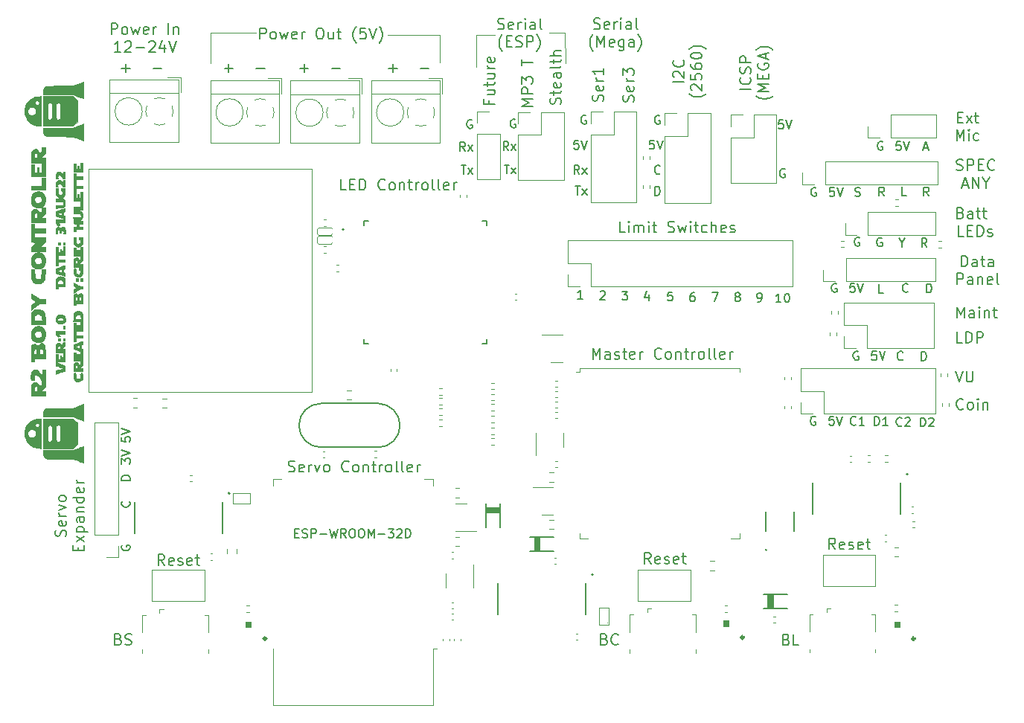
<source format=gbr>
%TF.GenerationSoftware,KiCad,Pcbnew,(6.0.0-0)*%
%TF.CreationDate,2022-09-06T13:07:18-04:00*%
%TF.ProjectId,Body_LED_Controller_Embedded_ESP32s,426f6479-5f4c-4454-945f-436f6e74726f,1.0*%
%TF.SameCoordinates,Original*%
%TF.FileFunction,Legend,Top*%
%TF.FilePolarity,Positive*%
%FSLAX46Y46*%
G04 Gerber Fmt 4.6, Leading zero omitted, Abs format (unit mm)*
G04 Created by KiCad (PCBNEW (6.0.0-0)) date 2022-09-06 13:07:18*
%MOMM*%
%LPD*%
G01*
G04 APERTURE LIST*
%ADD10C,0.120000*%
%ADD11C,0.175000*%
%ADD12C,0.300000*%
%ADD13C,0.010000*%
%ADD14C,0.076200*%
%ADD15C,0.127000*%
%ADD16C,0.200000*%
%ADD17C,0.101600*%
%ADD18C,0.103000*%
G04 APERTURE END LIST*
D10*
X136900000Y-49360000D02*
X136990000Y-52790000D01*
X128950000Y-49540000D02*
X126880000Y-49540000D01*
X96610000Y-49320000D02*
X101750000Y-49320000D01*
X96610000Y-52790000D02*
X96610000Y-49320000D01*
X122660000Y-49540000D02*
X122710000Y-52750000D01*
X126880000Y-49540000D02*
X126880000Y-53190000D01*
X116770000Y-49540000D02*
X122660000Y-49540000D01*
X135140000Y-49360000D02*
X136900000Y-49360000D01*
D11*
X140209761Y-48859702D02*
X140388333Y-48919226D01*
X140685952Y-48919226D01*
X140805000Y-48859702D01*
X140864523Y-48800178D01*
X140924047Y-48681130D01*
X140924047Y-48562083D01*
X140864523Y-48443035D01*
X140805000Y-48383511D01*
X140685952Y-48323988D01*
X140447857Y-48264464D01*
X140328809Y-48204940D01*
X140269285Y-48145416D01*
X140209761Y-48026369D01*
X140209761Y-47907321D01*
X140269285Y-47788273D01*
X140328809Y-47728750D01*
X140447857Y-47669226D01*
X140745476Y-47669226D01*
X140924047Y-47728750D01*
X141935952Y-48859702D02*
X141816904Y-48919226D01*
X141578809Y-48919226D01*
X141459761Y-48859702D01*
X141400238Y-48740654D01*
X141400238Y-48264464D01*
X141459761Y-48145416D01*
X141578809Y-48085892D01*
X141816904Y-48085892D01*
X141935952Y-48145416D01*
X141995476Y-48264464D01*
X141995476Y-48383511D01*
X141400238Y-48502559D01*
X142531190Y-48919226D02*
X142531190Y-48085892D01*
X142531190Y-48323988D02*
X142590714Y-48204940D01*
X142650238Y-48145416D01*
X142769285Y-48085892D01*
X142888333Y-48085892D01*
X143305000Y-48919226D02*
X143305000Y-48085892D01*
X143305000Y-47669226D02*
X143245476Y-47728750D01*
X143305000Y-47788273D01*
X143364523Y-47728750D01*
X143305000Y-47669226D01*
X143305000Y-47788273D01*
X144435952Y-48919226D02*
X144435952Y-48264464D01*
X144376428Y-48145416D01*
X144257380Y-48085892D01*
X144019285Y-48085892D01*
X143900238Y-48145416D01*
X144435952Y-48859702D02*
X144316904Y-48919226D01*
X144019285Y-48919226D01*
X143900238Y-48859702D01*
X143840714Y-48740654D01*
X143840714Y-48621607D01*
X143900238Y-48502559D01*
X144019285Y-48443035D01*
X144316904Y-48443035D01*
X144435952Y-48383511D01*
X145209761Y-48919226D02*
X145090714Y-48859702D01*
X145031190Y-48740654D01*
X145031190Y-47669226D01*
X140120476Y-51407916D02*
X140060952Y-51348392D01*
X139941904Y-51169821D01*
X139882380Y-51050773D01*
X139822857Y-50872202D01*
X139763333Y-50574583D01*
X139763333Y-50336488D01*
X139822857Y-50038869D01*
X139882380Y-49860297D01*
X139941904Y-49741250D01*
X140060952Y-49562678D01*
X140120476Y-49503154D01*
X140596666Y-50931726D02*
X140596666Y-49681726D01*
X141013333Y-50574583D01*
X141430000Y-49681726D01*
X141430000Y-50931726D01*
X142501428Y-50872202D02*
X142382380Y-50931726D01*
X142144285Y-50931726D01*
X142025238Y-50872202D01*
X141965714Y-50753154D01*
X141965714Y-50276964D01*
X142025238Y-50157916D01*
X142144285Y-50098392D01*
X142382380Y-50098392D01*
X142501428Y-50157916D01*
X142560952Y-50276964D01*
X142560952Y-50396011D01*
X141965714Y-50515059D01*
X143632380Y-50098392D02*
X143632380Y-51110297D01*
X143572857Y-51229345D01*
X143513333Y-51288869D01*
X143394285Y-51348392D01*
X143215714Y-51348392D01*
X143096666Y-51288869D01*
X143632380Y-50872202D02*
X143513333Y-50931726D01*
X143275238Y-50931726D01*
X143156190Y-50872202D01*
X143096666Y-50812678D01*
X143037142Y-50693630D01*
X143037142Y-50336488D01*
X143096666Y-50217440D01*
X143156190Y-50157916D01*
X143275238Y-50098392D01*
X143513333Y-50098392D01*
X143632380Y-50157916D01*
X144763333Y-50931726D02*
X144763333Y-50276964D01*
X144703809Y-50157916D01*
X144584761Y-50098392D01*
X144346666Y-50098392D01*
X144227619Y-50157916D01*
X144763333Y-50872202D02*
X144644285Y-50931726D01*
X144346666Y-50931726D01*
X144227619Y-50872202D01*
X144168095Y-50753154D01*
X144168095Y-50634107D01*
X144227619Y-50515059D01*
X144346666Y-50455535D01*
X144644285Y-50455535D01*
X144763333Y-50396011D01*
X145239523Y-51407916D02*
X145299047Y-51348392D01*
X145418095Y-51169821D01*
X145477619Y-51050773D01*
X145537142Y-50872202D01*
X145596666Y-50574583D01*
X145596666Y-50336488D01*
X145537142Y-50038869D01*
X145477619Y-49860297D01*
X145418095Y-49741250D01*
X145299047Y-49562678D01*
X145239523Y-49503154D01*
X169889523Y-77852380D02*
X169413333Y-77852380D01*
X169365714Y-78328571D01*
X169413333Y-78280952D01*
X169508571Y-78233333D01*
X169746666Y-78233333D01*
X169841904Y-78280952D01*
X169889523Y-78328571D01*
X169937142Y-78423809D01*
X169937142Y-78661904D01*
X169889523Y-78757142D01*
X169841904Y-78804761D01*
X169746666Y-78852380D01*
X169508571Y-78852380D01*
X169413333Y-78804761D01*
X169365714Y-78757142D01*
X170222857Y-77852380D02*
X170556190Y-78852380D01*
X170889523Y-77852380D01*
X86462380Y-95340476D02*
X86462380Y-95816666D01*
X86938571Y-95864285D01*
X86890952Y-95816666D01*
X86843333Y-95721428D01*
X86843333Y-95483333D01*
X86890952Y-95388095D01*
X86938571Y-95340476D01*
X87033809Y-95292857D01*
X87271904Y-95292857D01*
X87367142Y-95340476D01*
X87414761Y-95388095D01*
X87462380Y-95483333D01*
X87462380Y-95721428D01*
X87414761Y-95816666D01*
X87367142Y-95864285D01*
X86462380Y-95007142D02*
X87462380Y-94673809D01*
X86462380Y-94340476D01*
X87462380Y-100251904D02*
X86462380Y-100251904D01*
X86462380Y-100013809D01*
X86510000Y-99870952D01*
X86605238Y-99775714D01*
X86700476Y-99728095D01*
X86890952Y-99680476D01*
X87033809Y-99680476D01*
X87224285Y-99728095D01*
X87319523Y-99775714D01*
X87414761Y-99870952D01*
X87462380Y-100013809D01*
X87462380Y-100251904D01*
X175243333Y-94027142D02*
X175195714Y-94074761D01*
X175052857Y-94122380D01*
X174957619Y-94122380D01*
X174814761Y-94074761D01*
X174719523Y-93979523D01*
X174671904Y-93884285D01*
X174624285Y-93693809D01*
X174624285Y-93550952D01*
X174671904Y-93360476D01*
X174719523Y-93265238D01*
X174814761Y-93170000D01*
X174957619Y-93122380D01*
X175052857Y-93122380D01*
X175195714Y-93170000D01*
X175243333Y-93217619D01*
X175624285Y-93217619D02*
X175671904Y-93170000D01*
X175767142Y-93122380D01*
X176005238Y-93122380D01*
X176100476Y-93170000D01*
X176148095Y-93217619D01*
X176195714Y-93312857D01*
X176195714Y-93408095D01*
X176148095Y-93550952D01*
X175576666Y-94122380D01*
X176195714Y-94122380D01*
X125584761Y-62772380D02*
X125251428Y-62296190D01*
X125013333Y-62772380D02*
X125013333Y-61772380D01*
X125394285Y-61772380D01*
X125489523Y-61820000D01*
X125537142Y-61867619D01*
X125584761Y-61962857D01*
X125584761Y-62105714D01*
X125537142Y-62200952D01*
X125489523Y-62248571D01*
X125394285Y-62296190D01*
X125013333Y-62296190D01*
X125918095Y-62772380D02*
X126441904Y-62105714D01*
X125918095Y-62105714D02*
X126441904Y-62772380D01*
X86462380Y-98391904D02*
X86462380Y-97772857D01*
X86843333Y-98106190D01*
X86843333Y-97963333D01*
X86890952Y-97868095D01*
X86938571Y-97820476D01*
X87033809Y-97772857D01*
X87271904Y-97772857D01*
X87367142Y-97820476D01*
X87414761Y-97868095D01*
X87462380Y-97963333D01*
X87462380Y-98249047D01*
X87414761Y-98344285D01*
X87367142Y-98391904D01*
X86462380Y-97487142D02*
X87462380Y-97153809D01*
X86462380Y-96820476D01*
X182117142Y-84605476D02*
X181521904Y-84605476D01*
X181521904Y-83355476D01*
X182533809Y-84605476D02*
X182533809Y-83355476D01*
X182831428Y-83355476D01*
X183009999Y-83415000D01*
X183129047Y-83534047D01*
X183188571Y-83653095D01*
X183248095Y-83891190D01*
X183248095Y-84069761D01*
X183188571Y-84307857D01*
X183129047Y-84426904D01*
X183009999Y-84545952D01*
X182831428Y-84605476D01*
X182533809Y-84605476D01*
X183783809Y-84605476D02*
X183783809Y-83355476D01*
X184259999Y-83355476D01*
X184379047Y-83415000D01*
X184438571Y-83474523D01*
X184498095Y-83593571D01*
X184498095Y-83772142D01*
X184438571Y-83891190D01*
X184379047Y-83950714D01*
X184259999Y-84010238D01*
X183783809Y-84010238D01*
X165431904Y-93040000D02*
X165336666Y-92992380D01*
X165193809Y-92992380D01*
X165050952Y-93040000D01*
X164955714Y-93135238D01*
X164908095Y-93230476D01*
X164860476Y-93420952D01*
X164860476Y-93563809D01*
X164908095Y-93754285D01*
X164955714Y-93849523D01*
X165050952Y-93944761D01*
X165193809Y-93992380D01*
X165289047Y-93992380D01*
X165431904Y-93944761D01*
X165479523Y-93897142D01*
X165479523Y-93563809D01*
X165289047Y-93563809D01*
X136405952Y-57465476D02*
X136465476Y-57286904D01*
X136465476Y-56989285D01*
X136405952Y-56870238D01*
X136346428Y-56810714D01*
X136227380Y-56751190D01*
X136108333Y-56751190D01*
X135989285Y-56810714D01*
X135929761Y-56870238D01*
X135870238Y-56989285D01*
X135810714Y-57227380D01*
X135751190Y-57346428D01*
X135691666Y-57405952D01*
X135572619Y-57465476D01*
X135453571Y-57465476D01*
X135334523Y-57405952D01*
X135275000Y-57346428D01*
X135215476Y-57227380D01*
X135215476Y-56929761D01*
X135275000Y-56751190D01*
X135632142Y-56394047D02*
X135632142Y-55917857D01*
X135215476Y-56215476D02*
X136286904Y-56215476D01*
X136405952Y-56155952D01*
X136465476Y-56036904D01*
X136465476Y-55917857D01*
X136405952Y-55025000D02*
X136465476Y-55144047D01*
X136465476Y-55382142D01*
X136405952Y-55501190D01*
X136286904Y-55560714D01*
X135810714Y-55560714D01*
X135691666Y-55501190D01*
X135632142Y-55382142D01*
X135632142Y-55144047D01*
X135691666Y-55025000D01*
X135810714Y-54965476D01*
X135929761Y-54965476D01*
X136048809Y-55560714D01*
X136465476Y-53894047D02*
X135810714Y-53894047D01*
X135691666Y-53953571D01*
X135632142Y-54072619D01*
X135632142Y-54310714D01*
X135691666Y-54429761D01*
X136405952Y-53894047D02*
X136465476Y-54013095D01*
X136465476Y-54310714D01*
X136405952Y-54429761D01*
X136286904Y-54489285D01*
X136167857Y-54489285D01*
X136048809Y-54429761D01*
X135989285Y-54310714D01*
X135989285Y-54013095D01*
X135929761Y-53894047D01*
X136465476Y-53120238D02*
X136405952Y-53239285D01*
X136286904Y-53298809D01*
X135215476Y-53298809D01*
X135632142Y-52822619D02*
X135632142Y-52346428D01*
X135215476Y-52644047D02*
X136286904Y-52644047D01*
X136405952Y-52584523D01*
X136465476Y-52465476D01*
X136465476Y-52346428D01*
X136465476Y-51929761D02*
X135215476Y-51929761D01*
X136465476Y-51394047D02*
X135810714Y-51394047D01*
X135691666Y-51453571D01*
X135632142Y-51572619D01*
X135632142Y-51751190D01*
X135691666Y-51870238D01*
X135751190Y-51929761D01*
X116873809Y-53359285D02*
X117826190Y-53359285D01*
X117350000Y-53835476D02*
X117350000Y-52883095D01*
X146722380Y-109765476D02*
X146305714Y-109170238D01*
X146008095Y-109765476D02*
X146008095Y-108515476D01*
X146484285Y-108515476D01*
X146603333Y-108575000D01*
X146662857Y-108634523D01*
X146722380Y-108753571D01*
X146722380Y-108932142D01*
X146662857Y-109051190D01*
X146603333Y-109110714D01*
X146484285Y-109170238D01*
X146008095Y-109170238D01*
X147734285Y-109705952D02*
X147615238Y-109765476D01*
X147377142Y-109765476D01*
X147258095Y-109705952D01*
X147198571Y-109586904D01*
X147198571Y-109110714D01*
X147258095Y-108991666D01*
X147377142Y-108932142D01*
X147615238Y-108932142D01*
X147734285Y-108991666D01*
X147793809Y-109110714D01*
X147793809Y-109229761D01*
X147198571Y-109348809D01*
X148270000Y-109705952D02*
X148389047Y-109765476D01*
X148627142Y-109765476D01*
X148746190Y-109705952D01*
X148805714Y-109586904D01*
X148805714Y-109527380D01*
X148746190Y-109408333D01*
X148627142Y-109348809D01*
X148448571Y-109348809D01*
X148329523Y-109289285D01*
X148270000Y-109170238D01*
X148270000Y-109110714D01*
X148329523Y-108991666D01*
X148448571Y-108932142D01*
X148627142Y-108932142D01*
X148746190Y-108991666D01*
X149817619Y-109705952D02*
X149698571Y-109765476D01*
X149460476Y-109765476D01*
X149341428Y-109705952D01*
X149281904Y-109586904D01*
X149281904Y-109110714D01*
X149341428Y-108991666D01*
X149460476Y-108932142D01*
X149698571Y-108932142D01*
X149817619Y-108991666D01*
X149877142Y-109110714D01*
X149877142Y-109229761D01*
X149281904Y-109348809D01*
X150234285Y-108932142D02*
X150710476Y-108932142D01*
X150412857Y-108515476D02*
X150412857Y-109586904D01*
X150472380Y-109705952D01*
X150591428Y-109765476D01*
X150710476Y-109765476D01*
X101803809Y-53359285D02*
X102756190Y-53359285D01*
X177488095Y-86632380D02*
X177488095Y-85632380D01*
X177726190Y-85632380D01*
X177869047Y-85680000D01*
X177964285Y-85775238D01*
X178011904Y-85870476D01*
X178059523Y-86060952D01*
X178059523Y-86203809D01*
X178011904Y-86394285D01*
X177964285Y-86489523D01*
X177869047Y-86584761D01*
X177726190Y-86632380D01*
X177488095Y-86632380D01*
X167549523Y-66942380D02*
X167073333Y-66942380D01*
X167025714Y-67418571D01*
X167073333Y-67370952D01*
X167168571Y-67323333D01*
X167406666Y-67323333D01*
X167501904Y-67370952D01*
X167549523Y-67418571D01*
X167597142Y-67513809D01*
X167597142Y-67751904D01*
X167549523Y-67847142D01*
X167501904Y-67894761D01*
X167406666Y-67942380D01*
X167168571Y-67942380D01*
X167073333Y-67894761D01*
X167025714Y-67847142D01*
X167882857Y-66942380D02*
X168216190Y-67942380D01*
X168549523Y-66942380D01*
X106773809Y-53359285D02*
X107726190Y-53359285D01*
X107250000Y-53835476D02*
X107250000Y-52883095D01*
X178068095Y-78902380D02*
X178068095Y-77902380D01*
X178306190Y-77902380D01*
X178449047Y-77950000D01*
X178544285Y-78045238D01*
X178591904Y-78140476D01*
X178639523Y-78330952D01*
X178639523Y-78473809D01*
X178591904Y-78664285D01*
X178544285Y-78759523D01*
X178449047Y-78854761D01*
X178306190Y-78902380D01*
X178068095Y-78902380D01*
X173051904Y-61750000D02*
X172956666Y-61702380D01*
X172813809Y-61702380D01*
X172670952Y-61750000D01*
X172575714Y-61845238D01*
X172528095Y-61940476D01*
X172480476Y-62130952D01*
X172480476Y-62273809D01*
X172528095Y-62464285D01*
X172575714Y-62559523D01*
X172670952Y-62654761D01*
X172813809Y-62702380D01*
X172909047Y-62702380D01*
X173051904Y-62654761D01*
X173099523Y-62607142D01*
X173099523Y-62273809D01*
X172909047Y-62273809D01*
X158089226Y-55735238D02*
X156839226Y-55735238D01*
X157970178Y-54425714D02*
X158029702Y-54485238D01*
X158089226Y-54663809D01*
X158089226Y-54782857D01*
X158029702Y-54961428D01*
X157910654Y-55080476D01*
X157791607Y-55140000D01*
X157553511Y-55199523D01*
X157374940Y-55199523D01*
X157136845Y-55140000D01*
X157017797Y-55080476D01*
X156898750Y-54961428D01*
X156839226Y-54782857D01*
X156839226Y-54663809D01*
X156898750Y-54485238D01*
X156958273Y-54425714D01*
X158029702Y-53949523D02*
X158089226Y-53770952D01*
X158089226Y-53473333D01*
X158029702Y-53354285D01*
X157970178Y-53294761D01*
X157851130Y-53235238D01*
X157732083Y-53235238D01*
X157613035Y-53294761D01*
X157553511Y-53354285D01*
X157493988Y-53473333D01*
X157434464Y-53711428D01*
X157374940Y-53830476D01*
X157315416Y-53890000D01*
X157196369Y-53949523D01*
X157077321Y-53949523D01*
X156958273Y-53890000D01*
X156898750Y-53830476D01*
X156839226Y-53711428D01*
X156839226Y-53413809D01*
X156898750Y-53235238D01*
X158089226Y-52699523D02*
X156839226Y-52699523D01*
X156839226Y-52223333D01*
X156898750Y-52104285D01*
X156958273Y-52044761D01*
X157077321Y-51985238D01*
X157255892Y-51985238D01*
X157374940Y-52044761D01*
X157434464Y-52104285D01*
X157493988Y-52223333D01*
X157493988Y-52699523D01*
X160577916Y-56509047D02*
X160518392Y-56568571D01*
X160339821Y-56687619D01*
X160220773Y-56747142D01*
X160042202Y-56806666D01*
X159744583Y-56866190D01*
X159506488Y-56866190D01*
X159208869Y-56806666D01*
X159030297Y-56747142D01*
X158911250Y-56687619D01*
X158732678Y-56568571D01*
X158673154Y-56509047D01*
X160101726Y-56032857D02*
X158851726Y-56032857D01*
X159744583Y-55616190D01*
X158851726Y-55199523D01*
X160101726Y-55199523D01*
X159446964Y-54604285D02*
X159446964Y-54187619D01*
X160101726Y-54009047D02*
X160101726Y-54604285D01*
X158851726Y-54604285D01*
X158851726Y-54009047D01*
X158911250Y-52818571D02*
X158851726Y-52937619D01*
X158851726Y-53116190D01*
X158911250Y-53294761D01*
X159030297Y-53413809D01*
X159149345Y-53473333D01*
X159387440Y-53532857D01*
X159566011Y-53532857D01*
X159804107Y-53473333D01*
X159923154Y-53413809D01*
X160042202Y-53294761D01*
X160101726Y-53116190D01*
X160101726Y-52997142D01*
X160042202Y-52818571D01*
X159982678Y-52759047D01*
X159566011Y-52759047D01*
X159566011Y-52997142D01*
X159744583Y-52282857D02*
X159744583Y-51687619D01*
X160101726Y-52401904D02*
X158851726Y-51985238D01*
X160101726Y-51568571D01*
X160577916Y-51270952D02*
X160518392Y-51211428D01*
X160339821Y-51092380D01*
X160220773Y-51032857D01*
X160042202Y-50973333D01*
X159744583Y-50913809D01*
X159506488Y-50913809D01*
X159208869Y-50973333D01*
X159030297Y-51032857D01*
X158911250Y-51092380D01*
X158732678Y-51211428D01*
X158673154Y-51270952D01*
X133245476Y-57689285D02*
X131995476Y-57689285D01*
X132888333Y-57272619D01*
X131995476Y-56855952D01*
X133245476Y-56855952D01*
X133245476Y-56260714D02*
X131995476Y-56260714D01*
X131995476Y-55784523D01*
X132055000Y-55665476D01*
X132114523Y-55605952D01*
X132233571Y-55546428D01*
X132412142Y-55546428D01*
X132531190Y-55605952D01*
X132590714Y-55665476D01*
X132650238Y-55784523D01*
X132650238Y-56260714D01*
X131995476Y-55129761D02*
X131995476Y-54355952D01*
X132471666Y-54772619D01*
X132471666Y-54594047D01*
X132531190Y-54475000D01*
X132590714Y-54415476D01*
X132709761Y-54355952D01*
X133007380Y-54355952D01*
X133126428Y-54415476D01*
X133185952Y-54475000D01*
X133245476Y-54594047D01*
X133245476Y-54951190D01*
X133185952Y-55070238D01*
X133126428Y-55129761D01*
X131995476Y-53046428D02*
X131995476Y-52332142D01*
X133245476Y-52689285D02*
X131995476Y-52689285D01*
X138955714Y-79602380D02*
X138384285Y-79602380D01*
X138670000Y-79602380D02*
X138670000Y-78602380D01*
X138574761Y-78745238D01*
X138479523Y-78840476D01*
X138384285Y-78888095D01*
X111997380Y-67215476D02*
X111402142Y-67215476D01*
X111402142Y-65965476D01*
X112414047Y-66560714D02*
X112830714Y-66560714D01*
X113009285Y-67215476D02*
X112414047Y-67215476D01*
X112414047Y-65965476D01*
X113009285Y-65965476D01*
X113545000Y-67215476D02*
X113545000Y-65965476D01*
X113842619Y-65965476D01*
X114021190Y-66025000D01*
X114140238Y-66144047D01*
X114199761Y-66263095D01*
X114259285Y-66501190D01*
X114259285Y-66679761D01*
X114199761Y-66917857D01*
X114140238Y-67036904D01*
X114021190Y-67155952D01*
X113842619Y-67215476D01*
X113545000Y-67215476D01*
X116461666Y-67096428D02*
X116402142Y-67155952D01*
X116223571Y-67215476D01*
X116104523Y-67215476D01*
X115925952Y-67155952D01*
X115806904Y-67036904D01*
X115747380Y-66917857D01*
X115687857Y-66679761D01*
X115687857Y-66501190D01*
X115747380Y-66263095D01*
X115806904Y-66144047D01*
X115925952Y-66025000D01*
X116104523Y-65965476D01*
X116223571Y-65965476D01*
X116402142Y-66025000D01*
X116461666Y-66084523D01*
X117175952Y-67215476D02*
X117056904Y-67155952D01*
X116997380Y-67096428D01*
X116937857Y-66977380D01*
X116937857Y-66620238D01*
X116997380Y-66501190D01*
X117056904Y-66441666D01*
X117175952Y-66382142D01*
X117354523Y-66382142D01*
X117473571Y-66441666D01*
X117533095Y-66501190D01*
X117592619Y-66620238D01*
X117592619Y-66977380D01*
X117533095Y-67096428D01*
X117473571Y-67155952D01*
X117354523Y-67215476D01*
X117175952Y-67215476D01*
X118128333Y-66382142D02*
X118128333Y-67215476D01*
X118128333Y-66501190D02*
X118187857Y-66441666D01*
X118306904Y-66382142D01*
X118485476Y-66382142D01*
X118604523Y-66441666D01*
X118664047Y-66560714D01*
X118664047Y-67215476D01*
X119080714Y-66382142D02*
X119556904Y-66382142D01*
X119259285Y-65965476D02*
X119259285Y-67036904D01*
X119318809Y-67155952D01*
X119437857Y-67215476D01*
X119556904Y-67215476D01*
X119973571Y-67215476D02*
X119973571Y-66382142D01*
X119973571Y-66620238D02*
X120033095Y-66501190D01*
X120092619Y-66441666D01*
X120211666Y-66382142D01*
X120330714Y-66382142D01*
X120925952Y-67215476D02*
X120806904Y-67155952D01*
X120747380Y-67096428D01*
X120687857Y-66977380D01*
X120687857Y-66620238D01*
X120747380Y-66501190D01*
X120806904Y-66441666D01*
X120925952Y-66382142D01*
X121104523Y-66382142D01*
X121223571Y-66441666D01*
X121283095Y-66501190D01*
X121342619Y-66620238D01*
X121342619Y-66977380D01*
X121283095Y-67096428D01*
X121223571Y-67155952D01*
X121104523Y-67215476D01*
X120925952Y-67215476D01*
X122056904Y-67215476D02*
X121937857Y-67155952D01*
X121878333Y-67036904D01*
X121878333Y-65965476D01*
X122711666Y-67215476D02*
X122592619Y-67155952D01*
X122533095Y-67036904D01*
X122533095Y-65965476D01*
X123664047Y-67155952D02*
X123545000Y-67215476D01*
X123306904Y-67215476D01*
X123187857Y-67155952D01*
X123128333Y-67036904D01*
X123128333Y-66560714D01*
X123187857Y-66441666D01*
X123306904Y-66382142D01*
X123545000Y-66382142D01*
X123664047Y-66441666D01*
X123723571Y-66560714D01*
X123723571Y-66679761D01*
X123128333Y-66798809D01*
X124259285Y-67215476D02*
X124259285Y-66382142D01*
X124259285Y-66620238D02*
X124318809Y-66501190D01*
X124378333Y-66441666D01*
X124497380Y-66382142D01*
X124616428Y-66382142D01*
X177721904Y-62416666D02*
X178198095Y-62416666D01*
X177626666Y-62702380D02*
X177960000Y-61702380D01*
X178293333Y-62702380D01*
X173249523Y-67902380D02*
X172916190Y-67426190D01*
X172678095Y-67902380D02*
X172678095Y-66902380D01*
X173059047Y-66902380D01*
X173154285Y-66950000D01*
X173201904Y-66997619D01*
X173249523Y-67092857D01*
X173249523Y-67235714D01*
X173201904Y-67330952D01*
X173154285Y-67378571D01*
X173059047Y-67426190D01*
X172678095Y-67426190D01*
X138559999Y-65392380D02*
X138226666Y-64916190D01*
X137988571Y-65392380D02*
X137988571Y-64392380D01*
X138369523Y-64392380D01*
X138464761Y-64440000D01*
X138512380Y-64487619D01*
X138559999Y-64582857D01*
X138559999Y-64725714D01*
X138512380Y-64820952D01*
X138464761Y-64868571D01*
X138369523Y-64916190D01*
X137988571Y-64916190D01*
X138893333Y-65392380D02*
X139417142Y-64725714D01*
X138893333Y-64725714D02*
X139417142Y-65392380D01*
X181521905Y-81775476D02*
X181521905Y-80525476D01*
X181938571Y-81418333D01*
X182355238Y-80525476D01*
X182355238Y-81775476D01*
X183486190Y-81775476D02*
X183486190Y-81120714D01*
X183426666Y-81001666D01*
X183307619Y-80942142D01*
X183069524Y-80942142D01*
X182950476Y-81001666D01*
X183486190Y-81715952D02*
X183367143Y-81775476D01*
X183069524Y-81775476D01*
X182950476Y-81715952D01*
X182890952Y-81596904D01*
X182890952Y-81477857D01*
X182950476Y-81358809D01*
X183069524Y-81299285D01*
X183367143Y-81299285D01*
X183486190Y-81239761D01*
X184081428Y-81775476D02*
X184081428Y-80942142D01*
X184081428Y-80525476D02*
X184021905Y-80585000D01*
X184081428Y-80644523D01*
X184140952Y-80585000D01*
X184081428Y-80525476D01*
X184081428Y-80644523D01*
X184676666Y-80942142D02*
X184676666Y-81775476D01*
X184676666Y-81061190D02*
X184736190Y-81001666D01*
X184855238Y-80942142D01*
X185033809Y-80942142D01*
X185152857Y-81001666D01*
X185212381Y-81120714D01*
X185212381Y-81775476D01*
X185629047Y-80942142D02*
X186105238Y-80942142D01*
X185807619Y-80525476D02*
X185807619Y-81596904D01*
X185867143Y-81715952D01*
X185986190Y-81775476D01*
X186105238Y-81775476D01*
X91362380Y-109955476D02*
X90945714Y-109360238D01*
X90648095Y-109955476D02*
X90648095Y-108705476D01*
X91124285Y-108705476D01*
X91243333Y-108765000D01*
X91302857Y-108824523D01*
X91362380Y-108943571D01*
X91362380Y-109122142D01*
X91302857Y-109241190D01*
X91243333Y-109300714D01*
X91124285Y-109360238D01*
X90648095Y-109360238D01*
X92374285Y-109895952D02*
X92255238Y-109955476D01*
X92017142Y-109955476D01*
X91898095Y-109895952D01*
X91838571Y-109776904D01*
X91838571Y-109300714D01*
X91898095Y-109181666D01*
X92017142Y-109122142D01*
X92255238Y-109122142D01*
X92374285Y-109181666D01*
X92433809Y-109300714D01*
X92433809Y-109419761D01*
X91838571Y-109538809D01*
X92910000Y-109895952D02*
X93029047Y-109955476D01*
X93267142Y-109955476D01*
X93386190Y-109895952D01*
X93445714Y-109776904D01*
X93445714Y-109717380D01*
X93386190Y-109598333D01*
X93267142Y-109538809D01*
X93088571Y-109538809D01*
X92969523Y-109479285D01*
X92910000Y-109360238D01*
X92910000Y-109300714D01*
X92969523Y-109181666D01*
X93088571Y-109122142D01*
X93267142Y-109122142D01*
X93386190Y-109181666D01*
X94457619Y-109895952D02*
X94338571Y-109955476D01*
X94100476Y-109955476D01*
X93981428Y-109895952D01*
X93921904Y-109776904D01*
X93921904Y-109300714D01*
X93981428Y-109181666D01*
X94100476Y-109122142D01*
X94338571Y-109122142D01*
X94457619Y-109181666D01*
X94517142Y-109300714D01*
X94517142Y-109419761D01*
X93921904Y-109538809D01*
X94874285Y-109122142D02*
X95350476Y-109122142D01*
X95052857Y-108705476D02*
X95052857Y-109776904D01*
X95112380Y-109895952D01*
X95231428Y-109955476D01*
X95350476Y-109955476D01*
X149138095Y-78842380D02*
X148661904Y-78842380D01*
X148614285Y-79318571D01*
X148661904Y-79270952D01*
X148757142Y-79223333D01*
X148995238Y-79223333D01*
X149090476Y-79270952D01*
X149138095Y-79318571D01*
X149185714Y-79413809D01*
X149185714Y-79651904D01*
X149138095Y-79747142D01*
X149090476Y-79794761D01*
X148995238Y-79842380D01*
X148757142Y-79842380D01*
X148661904Y-79794761D01*
X148614285Y-79747142D01*
X158859523Y-79952380D02*
X159050000Y-79952380D01*
X159145238Y-79904761D01*
X159192857Y-79857142D01*
X159288095Y-79714285D01*
X159335714Y-79523809D01*
X159335714Y-79142857D01*
X159288095Y-79047619D01*
X159240476Y-79000000D01*
X159145238Y-78952380D01*
X158954761Y-78952380D01*
X158859523Y-79000000D01*
X158811904Y-79047619D01*
X158764285Y-79142857D01*
X158764285Y-79380952D01*
X158811904Y-79476190D01*
X158859523Y-79523809D01*
X158954761Y-79571428D01*
X159145238Y-79571428D01*
X159240476Y-79523809D01*
X159288095Y-79476190D01*
X159335714Y-79380952D01*
X128300714Y-57032142D02*
X128300714Y-57448809D01*
X128955476Y-57448809D02*
X127705476Y-57448809D01*
X127705476Y-56853571D01*
X128122142Y-55841666D02*
X128955476Y-55841666D01*
X128122142Y-56377380D02*
X128776904Y-56377380D01*
X128895952Y-56317857D01*
X128955476Y-56198809D01*
X128955476Y-56020238D01*
X128895952Y-55901190D01*
X128836428Y-55841666D01*
X128122142Y-55425000D02*
X128122142Y-54948809D01*
X127705476Y-55246428D02*
X128776904Y-55246428D01*
X128895952Y-55186904D01*
X128955476Y-55067857D01*
X128955476Y-54948809D01*
X128122142Y-53996428D02*
X128955476Y-53996428D01*
X128122142Y-54532142D02*
X128776904Y-54532142D01*
X128895952Y-54472619D01*
X128955476Y-54353571D01*
X128955476Y-54175000D01*
X128895952Y-54055952D01*
X128836428Y-53996428D01*
X128955476Y-53401190D02*
X128122142Y-53401190D01*
X128360238Y-53401190D02*
X128241190Y-53341666D01*
X128181666Y-53282142D01*
X128122142Y-53163095D01*
X128122142Y-53044047D01*
X128895952Y-52151190D02*
X128955476Y-52270238D01*
X128955476Y-52508333D01*
X128895952Y-52627380D01*
X128776904Y-52686904D01*
X128300714Y-52686904D01*
X128181666Y-52627380D01*
X128122142Y-52508333D01*
X128122142Y-52270238D01*
X128181666Y-52151190D01*
X128300714Y-52091666D01*
X128419761Y-52091666D01*
X128538809Y-52686904D01*
X167499523Y-92992380D02*
X167023333Y-92992380D01*
X166975714Y-93468571D01*
X167023333Y-93420952D01*
X167118571Y-93373333D01*
X167356666Y-93373333D01*
X167451904Y-93420952D01*
X167499523Y-93468571D01*
X167547142Y-93563809D01*
X167547142Y-93801904D01*
X167499523Y-93897142D01*
X167451904Y-93944761D01*
X167356666Y-93992380D01*
X167118571Y-93992380D01*
X167023333Y-93944761D01*
X166975714Y-93897142D01*
X167832857Y-92992380D02*
X168166190Y-93992380D01*
X168499523Y-92992380D01*
X138083808Y-66802380D02*
X138655237Y-66802380D01*
X138369523Y-67802380D02*
X138369523Y-66802380D01*
X138893332Y-67802380D02*
X139417142Y-67135714D01*
X138893332Y-67135714D02*
X139417142Y-67802380D01*
X86510000Y-107698095D02*
X86462380Y-107793333D01*
X86462380Y-107936190D01*
X86510000Y-108079047D01*
X86605238Y-108174285D01*
X86700476Y-108221904D01*
X86890952Y-108269523D01*
X87033809Y-108269523D01*
X87224285Y-108221904D01*
X87319523Y-108174285D01*
X87414761Y-108079047D01*
X87462380Y-107936190D01*
X87462380Y-107840952D01*
X87414761Y-107698095D01*
X87367142Y-107650476D01*
X87033809Y-107650476D01*
X87033809Y-107840952D01*
X147691904Y-58790000D02*
X147596666Y-58742380D01*
X147453809Y-58742380D01*
X147310952Y-58790000D01*
X147215714Y-58885238D01*
X147168095Y-58980476D01*
X147120476Y-59170952D01*
X147120476Y-59313809D01*
X147168095Y-59504285D01*
X147215714Y-59599523D01*
X147310952Y-59694761D01*
X147453809Y-59742380D01*
X147549047Y-59742380D01*
X147691904Y-59694761D01*
X147739523Y-59647142D01*
X147739523Y-59313809D01*
X147549047Y-59313809D01*
X172151904Y-94032380D02*
X172151904Y-93032380D01*
X172390000Y-93032380D01*
X172532857Y-93080000D01*
X172628095Y-93175238D01*
X172675714Y-93270476D01*
X172723333Y-93460952D01*
X172723333Y-93603809D01*
X172675714Y-93794285D01*
X172628095Y-93889523D01*
X172532857Y-93984761D01*
X172390000Y-94032380D01*
X172151904Y-94032380D01*
X173675714Y-94032380D02*
X173104285Y-94032380D01*
X173390000Y-94032380D02*
X173390000Y-93032380D01*
X173294761Y-93175238D01*
X173199523Y-93270476D01*
X173104285Y-93318095D01*
X98193809Y-53359285D02*
X99146190Y-53359285D01*
X98670000Y-53835476D02*
X98670000Y-52883095D01*
X86124047Y-118360714D02*
X86302619Y-118420238D01*
X86362142Y-118479761D01*
X86421666Y-118598809D01*
X86421666Y-118777380D01*
X86362142Y-118896428D01*
X86302619Y-118955952D01*
X86183571Y-119015476D01*
X85707380Y-119015476D01*
X85707380Y-117765476D01*
X86124047Y-117765476D01*
X86243095Y-117825000D01*
X86302619Y-117884523D01*
X86362142Y-118003571D01*
X86362142Y-118122619D01*
X86302619Y-118241666D01*
X86243095Y-118301190D01*
X86124047Y-118360714D01*
X85707380Y-118360714D01*
X86897857Y-118955952D02*
X87076428Y-119015476D01*
X87374047Y-119015476D01*
X87493095Y-118955952D01*
X87552619Y-118896428D01*
X87612142Y-118777380D01*
X87612142Y-118658333D01*
X87552619Y-118539285D01*
X87493095Y-118479761D01*
X87374047Y-118420238D01*
X87135952Y-118360714D01*
X87016904Y-118301190D01*
X86957380Y-118241666D01*
X86897857Y-118122619D01*
X86897857Y-118003571D01*
X86957380Y-117884523D01*
X87016904Y-117825000D01*
X87135952Y-117765476D01*
X87433571Y-117765476D01*
X87612142Y-117825000D01*
X138464761Y-61582380D02*
X137988571Y-61582380D01*
X137940952Y-62058571D01*
X137988571Y-62010952D01*
X138083809Y-61963333D01*
X138321904Y-61963333D01*
X138417142Y-62010952D01*
X138464761Y-62058571D01*
X138512380Y-62153809D01*
X138512380Y-62391904D01*
X138464761Y-62487142D01*
X138417142Y-62534761D01*
X138321904Y-62582380D01*
X138083809Y-62582380D01*
X137988571Y-62534761D01*
X137940952Y-62487142D01*
X138798095Y-61582380D02*
X139131428Y-62582380D01*
X139464761Y-61582380D01*
X85320476Y-49509226D02*
X85320476Y-48259226D01*
X85796666Y-48259226D01*
X85915714Y-48318750D01*
X85975238Y-48378273D01*
X86034761Y-48497321D01*
X86034761Y-48675892D01*
X85975238Y-48794940D01*
X85915714Y-48854464D01*
X85796666Y-48913988D01*
X85320476Y-48913988D01*
X86749047Y-49509226D02*
X86630000Y-49449702D01*
X86570476Y-49390178D01*
X86510952Y-49271130D01*
X86510952Y-48913988D01*
X86570476Y-48794940D01*
X86630000Y-48735416D01*
X86749047Y-48675892D01*
X86927619Y-48675892D01*
X87046666Y-48735416D01*
X87106190Y-48794940D01*
X87165714Y-48913988D01*
X87165714Y-49271130D01*
X87106190Y-49390178D01*
X87046666Y-49449702D01*
X86927619Y-49509226D01*
X86749047Y-49509226D01*
X87582380Y-48675892D02*
X87820476Y-49509226D01*
X88058571Y-48913988D01*
X88296666Y-49509226D01*
X88534761Y-48675892D01*
X89487142Y-49449702D02*
X89368095Y-49509226D01*
X89130000Y-49509226D01*
X89010952Y-49449702D01*
X88951428Y-49330654D01*
X88951428Y-48854464D01*
X89010952Y-48735416D01*
X89130000Y-48675892D01*
X89368095Y-48675892D01*
X89487142Y-48735416D01*
X89546666Y-48854464D01*
X89546666Y-48973511D01*
X88951428Y-49092559D01*
X90082380Y-49509226D02*
X90082380Y-48675892D01*
X90082380Y-48913988D02*
X90141904Y-48794940D01*
X90201428Y-48735416D01*
X90320476Y-48675892D01*
X90439523Y-48675892D01*
X91808571Y-49509226D02*
X91808571Y-48259226D01*
X92403809Y-48675892D02*
X92403809Y-49509226D01*
X92403809Y-48794940D02*
X92463333Y-48735416D01*
X92582380Y-48675892D01*
X92760952Y-48675892D01*
X92880000Y-48735416D01*
X92939523Y-48854464D01*
X92939523Y-49509226D01*
X86391904Y-51521726D02*
X85677619Y-51521726D01*
X86034761Y-51521726D02*
X86034761Y-50271726D01*
X85915714Y-50450297D01*
X85796666Y-50569345D01*
X85677619Y-50628869D01*
X86868095Y-50390773D02*
X86927619Y-50331250D01*
X87046666Y-50271726D01*
X87344285Y-50271726D01*
X87463333Y-50331250D01*
X87522857Y-50390773D01*
X87582380Y-50509821D01*
X87582380Y-50628869D01*
X87522857Y-50807440D01*
X86808571Y-51521726D01*
X87582380Y-51521726D01*
X88118095Y-51045535D02*
X89070476Y-51045535D01*
X89606190Y-50390773D02*
X89665714Y-50331250D01*
X89784761Y-50271726D01*
X90082380Y-50271726D01*
X90201428Y-50331250D01*
X90260952Y-50390773D01*
X90320476Y-50509821D01*
X90320476Y-50628869D01*
X90260952Y-50807440D01*
X89546666Y-51521726D01*
X90320476Y-51521726D01*
X91391904Y-50688392D02*
X91391904Y-51521726D01*
X91094285Y-50212202D02*
X90796666Y-51105059D01*
X91570476Y-51105059D01*
X91868095Y-50271726D02*
X92284761Y-51521726D01*
X92701428Y-50271726D01*
X131271904Y-59200000D02*
X131176666Y-59152380D01*
X131033809Y-59152380D01*
X130890952Y-59200000D01*
X130795714Y-59295238D01*
X130748095Y-59390476D01*
X130700476Y-59580952D01*
X130700476Y-59723809D01*
X130748095Y-59914285D01*
X130795714Y-60009523D01*
X130890952Y-60104761D01*
X131033809Y-60152380D01*
X131129047Y-60152380D01*
X131271904Y-60104761D01*
X131319523Y-60057142D01*
X131319523Y-59723809D01*
X131129047Y-59723809D01*
X120483809Y-53359285D02*
X121436190Y-53359285D01*
X177371904Y-94152380D02*
X177371904Y-93152380D01*
X177610000Y-93152380D01*
X177752857Y-93200000D01*
X177848095Y-93295238D01*
X177895714Y-93390476D01*
X177943333Y-93580952D01*
X177943333Y-93723809D01*
X177895714Y-93914285D01*
X177848095Y-94009523D01*
X177752857Y-94104761D01*
X177610000Y-94152380D01*
X177371904Y-94152380D01*
X178324285Y-93247619D02*
X178371904Y-93200000D01*
X178467142Y-93152380D01*
X178705238Y-93152380D01*
X178800476Y-93200000D01*
X178848095Y-93247619D01*
X178895714Y-93342857D01*
X178895714Y-93438095D01*
X178848095Y-93580952D01*
X178276666Y-94152380D01*
X178895714Y-94152380D01*
X125108570Y-64422380D02*
X125679999Y-64422380D01*
X125394285Y-65422380D02*
X125394285Y-64422380D01*
X125918094Y-65422380D02*
X126441904Y-64755714D01*
X125918094Y-64755714D02*
X126441904Y-65422380D01*
X182236190Y-92096428D02*
X182176666Y-92155952D01*
X181998095Y-92215476D01*
X181879047Y-92215476D01*
X181700476Y-92155952D01*
X181581428Y-92036904D01*
X181521904Y-91917857D01*
X181462380Y-91679761D01*
X181462380Y-91501190D01*
X181521904Y-91263095D01*
X181581428Y-91144047D01*
X181700476Y-91025000D01*
X181879047Y-90965476D01*
X181998095Y-90965476D01*
X182176666Y-91025000D01*
X182236190Y-91084523D01*
X182950476Y-92215476D02*
X182831428Y-92155952D01*
X182771904Y-92096428D01*
X182712380Y-91977380D01*
X182712380Y-91620238D01*
X182771904Y-91501190D01*
X182831428Y-91441666D01*
X182950476Y-91382142D01*
X183129047Y-91382142D01*
X183248095Y-91441666D01*
X183307618Y-91501190D01*
X183367142Y-91620238D01*
X183367142Y-91977380D01*
X183307618Y-92096428D01*
X183248095Y-92155952D01*
X183129047Y-92215476D01*
X182950476Y-92215476D01*
X183902857Y-92215476D02*
X183902857Y-91382142D01*
X183902857Y-90965476D02*
X183843333Y-91025000D01*
X183902857Y-91084523D01*
X183962380Y-91025000D01*
X183902857Y-90965476D01*
X183902857Y-91084523D01*
X184498095Y-91382142D02*
X184498095Y-92215476D01*
X184498095Y-91501190D02*
X184557618Y-91441666D01*
X184676666Y-91382142D01*
X184855237Y-91382142D01*
X184974285Y-91441666D01*
X185033809Y-91560714D01*
X185033809Y-92215476D01*
X151640476Y-78912380D02*
X151450000Y-78912380D01*
X151354761Y-78960000D01*
X151307142Y-79007619D01*
X151211904Y-79150476D01*
X151164285Y-79340952D01*
X151164285Y-79721904D01*
X151211904Y-79817142D01*
X151259523Y-79864761D01*
X151354761Y-79912380D01*
X151545238Y-79912380D01*
X151640476Y-79864761D01*
X151688095Y-79817142D01*
X151735714Y-79721904D01*
X151735714Y-79483809D01*
X151688095Y-79388571D01*
X151640476Y-79340952D01*
X151545238Y-79293333D01*
X151354761Y-79293333D01*
X151259523Y-79340952D01*
X151211904Y-79388571D01*
X151164285Y-79483809D01*
X167821904Y-77900000D02*
X167726666Y-77852380D01*
X167583809Y-77852380D01*
X167440952Y-77900000D01*
X167345714Y-77995238D01*
X167298095Y-78090476D01*
X167250476Y-78280952D01*
X167250476Y-78423809D01*
X167298095Y-78614285D01*
X167345714Y-78709523D01*
X167440952Y-78804761D01*
X167583809Y-78852380D01*
X167679047Y-78852380D01*
X167821904Y-78804761D01*
X167869523Y-78757142D01*
X167869523Y-78423809D01*
X167679047Y-78423809D01*
X178329523Y-67902380D02*
X177996190Y-67426190D01*
X177758095Y-67902380D02*
X177758095Y-66902380D01*
X178139047Y-66902380D01*
X178234285Y-66950000D01*
X178281904Y-66997619D01*
X178329523Y-67092857D01*
X178329523Y-67235714D01*
X178281904Y-67330952D01*
X178234285Y-67378571D01*
X178139047Y-67426190D01*
X177758095Y-67426190D01*
X139321904Y-58760000D02*
X139226666Y-58712380D01*
X139083809Y-58712380D01*
X138940952Y-58760000D01*
X138845714Y-58855238D01*
X138798095Y-58950476D01*
X138750476Y-59140952D01*
X138750476Y-59283809D01*
X138798095Y-59474285D01*
X138845714Y-59569523D01*
X138940952Y-59664761D01*
X139083809Y-59712380D01*
X139179047Y-59712380D01*
X139321904Y-59664761D01*
X139369523Y-59617142D01*
X139369523Y-59283809D01*
X139179047Y-59283809D01*
X143777380Y-72055476D02*
X143182142Y-72055476D01*
X143182142Y-70805476D01*
X144194047Y-72055476D02*
X144194047Y-71222142D01*
X144194047Y-70805476D02*
X144134523Y-70865000D01*
X144194047Y-70924523D01*
X144253571Y-70865000D01*
X144194047Y-70805476D01*
X144194047Y-70924523D01*
X144789285Y-72055476D02*
X144789285Y-71222142D01*
X144789285Y-71341190D02*
X144848809Y-71281666D01*
X144967857Y-71222142D01*
X145146428Y-71222142D01*
X145265476Y-71281666D01*
X145325000Y-71400714D01*
X145325000Y-72055476D01*
X145325000Y-71400714D02*
X145384523Y-71281666D01*
X145503571Y-71222142D01*
X145682142Y-71222142D01*
X145801190Y-71281666D01*
X145860714Y-71400714D01*
X145860714Y-72055476D01*
X146455952Y-72055476D02*
X146455952Y-71222142D01*
X146455952Y-70805476D02*
X146396428Y-70865000D01*
X146455952Y-70924523D01*
X146515476Y-70865000D01*
X146455952Y-70805476D01*
X146455952Y-70924523D01*
X146872619Y-71222142D02*
X147348809Y-71222142D01*
X147051190Y-70805476D02*
X147051190Y-71876904D01*
X147110714Y-71995952D01*
X147229761Y-72055476D01*
X147348809Y-72055476D01*
X148658333Y-71995952D02*
X148836904Y-72055476D01*
X149134523Y-72055476D01*
X149253571Y-71995952D01*
X149313095Y-71936428D01*
X149372619Y-71817380D01*
X149372619Y-71698333D01*
X149313095Y-71579285D01*
X149253571Y-71519761D01*
X149134523Y-71460238D01*
X148896428Y-71400714D01*
X148777380Y-71341190D01*
X148717857Y-71281666D01*
X148658333Y-71162619D01*
X148658333Y-71043571D01*
X148717857Y-70924523D01*
X148777380Y-70865000D01*
X148896428Y-70805476D01*
X149194047Y-70805476D01*
X149372619Y-70865000D01*
X149789285Y-71222142D02*
X150027380Y-72055476D01*
X150265476Y-71460238D01*
X150503571Y-72055476D01*
X150741666Y-71222142D01*
X151217857Y-72055476D02*
X151217857Y-71222142D01*
X151217857Y-70805476D02*
X151158333Y-70865000D01*
X151217857Y-70924523D01*
X151277380Y-70865000D01*
X151217857Y-70805476D01*
X151217857Y-70924523D01*
X151634523Y-71222142D02*
X152110714Y-71222142D01*
X151813095Y-70805476D02*
X151813095Y-71876904D01*
X151872619Y-71995952D01*
X151991666Y-72055476D01*
X152110714Y-72055476D01*
X153063095Y-71995952D02*
X152944047Y-72055476D01*
X152705952Y-72055476D01*
X152586904Y-71995952D01*
X152527380Y-71936428D01*
X152467857Y-71817380D01*
X152467857Y-71460238D01*
X152527380Y-71341190D01*
X152586904Y-71281666D01*
X152705952Y-71222142D01*
X152944047Y-71222142D01*
X153063095Y-71281666D01*
X153598809Y-72055476D02*
X153598809Y-70805476D01*
X154134523Y-72055476D02*
X154134523Y-71400714D01*
X154075000Y-71281666D01*
X153955952Y-71222142D01*
X153777380Y-71222142D01*
X153658333Y-71281666D01*
X153598809Y-71341190D01*
X155205952Y-71995952D02*
X155086904Y-72055476D01*
X154848809Y-72055476D01*
X154729761Y-71995952D01*
X154670238Y-71876904D01*
X154670238Y-71400714D01*
X154729761Y-71281666D01*
X154848809Y-71222142D01*
X155086904Y-71222142D01*
X155205952Y-71281666D01*
X155265476Y-71400714D01*
X155265476Y-71519761D01*
X154670238Y-71638809D01*
X155741666Y-71995952D02*
X155860714Y-72055476D01*
X156098809Y-72055476D01*
X156217857Y-71995952D01*
X156277380Y-71876904D01*
X156277380Y-71817380D01*
X156217857Y-71698333D01*
X156098809Y-71638809D01*
X155920238Y-71638809D01*
X155801190Y-71579285D01*
X155741666Y-71460238D01*
X155741666Y-71400714D01*
X155801190Y-71281666D01*
X155920238Y-71222142D01*
X156098809Y-71222142D01*
X156217857Y-71281666D01*
X161509523Y-80002380D02*
X160938095Y-80002380D01*
X161223809Y-80002380D02*
X161223809Y-79002380D01*
X161128571Y-79145238D01*
X161033333Y-79240476D01*
X160938095Y-79288095D01*
X162128571Y-79002380D02*
X162223809Y-79002380D01*
X162319047Y-79050000D01*
X162366666Y-79097619D01*
X162414285Y-79192857D01*
X162461904Y-79383333D01*
X162461904Y-79621428D01*
X162414285Y-79811904D01*
X162366666Y-79907142D01*
X162319047Y-79954761D01*
X162223809Y-80002380D01*
X162128571Y-80002380D01*
X162033333Y-79954761D01*
X161985714Y-79907142D01*
X161938095Y-79811904D01*
X161890476Y-79621428D01*
X161890476Y-79383333D01*
X161938095Y-79192857D01*
X161985714Y-79097619D01*
X162033333Y-79050000D01*
X162128571Y-79002380D01*
X144705952Y-57165000D02*
X144765476Y-56986428D01*
X144765476Y-56688809D01*
X144705952Y-56569761D01*
X144646428Y-56510238D01*
X144527380Y-56450714D01*
X144408333Y-56450714D01*
X144289285Y-56510238D01*
X144229761Y-56569761D01*
X144170238Y-56688809D01*
X144110714Y-56926904D01*
X144051190Y-57045952D01*
X143991666Y-57105476D01*
X143872619Y-57165000D01*
X143753571Y-57165000D01*
X143634523Y-57105476D01*
X143575000Y-57045952D01*
X143515476Y-56926904D01*
X143515476Y-56629285D01*
X143575000Y-56450714D01*
X144705952Y-55438809D02*
X144765476Y-55557857D01*
X144765476Y-55795952D01*
X144705952Y-55915000D01*
X144586904Y-55974523D01*
X144110714Y-55974523D01*
X143991666Y-55915000D01*
X143932142Y-55795952D01*
X143932142Y-55557857D01*
X143991666Y-55438809D01*
X144110714Y-55379285D01*
X144229761Y-55379285D01*
X144348809Y-55974523D01*
X144765476Y-54843571D02*
X143932142Y-54843571D01*
X144170238Y-54843571D02*
X144051190Y-54784047D01*
X143991666Y-54724523D01*
X143932142Y-54605476D01*
X143932142Y-54486428D01*
X143515476Y-54188809D02*
X143515476Y-53415000D01*
X143991666Y-53831666D01*
X143991666Y-53653095D01*
X144051190Y-53534047D01*
X144110714Y-53474523D01*
X144229761Y-53415000D01*
X144527380Y-53415000D01*
X144646428Y-53474523D01*
X144705952Y-53534047D01*
X144765476Y-53653095D01*
X144765476Y-54010238D01*
X144705952Y-54129285D01*
X144646428Y-54188809D01*
X175359523Y-86507142D02*
X175311904Y-86554761D01*
X175169047Y-86602380D01*
X175073809Y-86602380D01*
X174930952Y-86554761D01*
X174835714Y-86459523D01*
X174788095Y-86364285D01*
X174740476Y-86173809D01*
X174740476Y-86030952D01*
X174788095Y-85840476D01*
X174835714Y-85745238D01*
X174930952Y-85650000D01*
X175073809Y-85602380D01*
X175169047Y-85602380D01*
X175311904Y-85650000D01*
X175359523Y-85697619D01*
X140954285Y-78797619D02*
X141001904Y-78750000D01*
X141097142Y-78702380D01*
X141335238Y-78702380D01*
X141430476Y-78750000D01*
X141478095Y-78797619D01*
X141525714Y-78892857D01*
X141525714Y-78988095D01*
X141478095Y-79130952D01*
X140906666Y-79702380D01*
X141525714Y-79702380D01*
X130509999Y-62712380D02*
X130176666Y-62236190D01*
X129938571Y-62712380D02*
X129938571Y-61712380D01*
X130319523Y-61712380D01*
X130414761Y-61760000D01*
X130462380Y-61807619D01*
X130509999Y-61902857D01*
X130509999Y-62045714D01*
X130462380Y-62140952D01*
X130414761Y-62188571D01*
X130319523Y-62236190D01*
X129938571Y-62236190D01*
X130843333Y-62712380D02*
X131367142Y-62045714D01*
X130843333Y-62045714D02*
X131367142Y-62712380D01*
X182027856Y-75949226D02*
X182027856Y-74699226D01*
X182325475Y-74699226D01*
X182504047Y-74758750D01*
X182623094Y-74877797D01*
X182682618Y-74996845D01*
X182742142Y-75234940D01*
X182742142Y-75413511D01*
X182682618Y-75651607D01*
X182623094Y-75770654D01*
X182504047Y-75889702D01*
X182325475Y-75949226D01*
X182027856Y-75949226D01*
X183813571Y-75949226D02*
X183813571Y-75294464D01*
X183754047Y-75175416D01*
X183634999Y-75115892D01*
X183396904Y-75115892D01*
X183277856Y-75175416D01*
X183813571Y-75889702D02*
X183694523Y-75949226D01*
X183396904Y-75949226D01*
X183277856Y-75889702D01*
X183218333Y-75770654D01*
X183218333Y-75651607D01*
X183277856Y-75532559D01*
X183396904Y-75473035D01*
X183694523Y-75473035D01*
X183813571Y-75413511D01*
X184230237Y-75115892D02*
X184706428Y-75115892D01*
X184408809Y-74699226D02*
X184408809Y-75770654D01*
X184468333Y-75889702D01*
X184587380Y-75949226D01*
X184706428Y-75949226D01*
X185658809Y-75949226D02*
X185658809Y-75294464D01*
X185599285Y-75175416D01*
X185480237Y-75115892D01*
X185242142Y-75115892D01*
X185123094Y-75175416D01*
X185658809Y-75889702D02*
X185539761Y-75949226D01*
X185242142Y-75949226D01*
X185123094Y-75889702D01*
X185063571Y-75770654D01*
X185063571Y-75651607D01*
X185123094Y-75532559D01*
X185242142Y-75473035D01*
X185539761Y-75473035D01*
X185658809Y-75413511D01*
X181521904Y-77961726D02*
X181521904Y-76711726D01*
X181998094Y-76711726D01*
X182117142Y-76771250D01*
X182176666Y-76830773D01*
X182236190Y-76949821D01*
X182236190Y-77128392D01*
X182176666Y-77247440D01*
X182117142Y-77306964D01*
X181998094Y-77366488D01*
X181521904Y-77366488D01*
X183307618Y-77961726D02*
X183307618Y-77306964D01*
X183248094Y-77187916D01*
X183129047Y-77128392D01*
X182890952Y-77128392D01*
X182771904Y-77187916D01*
X183307618Y-77902202D02*
X183188571Y-77961726D01*
X182890952Y-77961726D01*
X182771904Y-77902202D01*
X182712380Y-77783154D01*
X182712380Y-77664107D01*
X182771904Y-77545059D01*
X182890952Y-77485535D01*
X183188571Y-77485535D01*
X183307618Y-77426011D01*
X183902856Y-77128392D02*
X183902856Y-77961726D01*
X183902856Y-77247440D02*
X183962380Y-77187916D01*
X184081428Y-77128392D01*
X184259999Y-77128392D01*
X184379047Y-77187916D01*
X184438571Y-77306964D01*
X184438571Y-77961726D01*
X185509999Y-77902202D02*
X185390952Y-77961726D01*
X185152856Y-77961726D01*
X185033809Y-77902202D01*
X184974285Y-77783154D01*
X184974285Y-77306964D01*
X185033809Y-77187916D01*
X185152856Y-77128392D01*
X185390952Y-77128392D01*
X185509999Y-77187916D01*
X185569523Y-77306964D01*
X185569523Y-77426011D01*
X184974285Y-77545059D01*
X186283809Y-77961726D02*
X186164761Y-77902202D01*
X186105237Y-77783154D01*
X186105237Y-76711726D01*
X175119523Y-61702380D02*
X174643333Y-61702380D01*
X174595714Y-62178571D01*
X174643333Y-62130952D01*
X174738571Y-62083333D01*
X174976666Y-62083333D01*
X175071904Y-62130952D01*
X175119523Y-62178571D01*
X175167142Y-62273809D01*
X175167142Y-62511904D01*
X175119523Y-62607142D01*
X175071904Y-62654761D01*
X174976666Y-62702380D01*
X174738571Y-62702380D01*
X174643333Y-62654761D01*
X174595714Y-62607142D01*
X175452857Y-61702380D02*
X175786190Y-62702380D01*
X176119523Y-61702380D01*
X181343333Y-87815476D02*
X181760000Y-89065476D01*
X182176666Y-87815476D01*
X182593333Y-87815476D02*
X182593333Y-88827380D01*
X182652857Y-88946428D01*
X182712381Y-89005952D01*
X182831428Y-89065476D01*
X183069523Y-89065476D01*
X183188571Y-89005952D01*
X183248095Y-88946428D01*
X183307619Y-88827380D01*
X183307619Y-87815476D01*
X129289761Y-48879702D02*
X129468333Y-48939226D01*
X129765952Y-48939226D01*
X129885000Y-48879702D01*
X129944523Y-48820178D01*
X130004047Y-48701130D01*
X130004047Y-48582083D01*
X129944523Y-48463035D01*
X129885000Y-48403511D01*
X129765952Y-48343988D01*
X129527857Y-48284464D01*
X129408809Y-48224940D01*
X129349285Y-48165416D01*
X129289761Y-48046369D01*
X129289761Y-47927321D01*
X129349285Y-47808273D01*
X129408809Y-47748750D01*
X129527857Y-47689226D01*
X129825476Y-47689226D01*
X130004047Y-47748750D01*
X131015952Y-48879702D02*
X130896904Y-48939226D01*
X130658809Y-48939226D01*
X130539761Y-48879702D01*
X130480238Y-48760654D01*
X130480238Y-48284464D01*
X130539761Y-48165416D01*
X130658809Y-48105892D01*
X130896904Y-48105892D01*
X131015952Y-48165416D01*
X131075476Y-48284464D01*
X131075476Y-48403511D01*
X130480238Y-48522559D01*
X131611190Y-48939226D02*
X131611190Y-48105892D01*
X131611190Y-48343988D02*
X131670714Y-48224940D01*
X131730238Y-48165416D01*
X131849285Y-48105892D01*
X131968333Y-48105892D01*
X132385000Y-48939226D02*
X132385000Y-48105892D01*
X132385000Y-47689226D02*
X132325476Y-47748750D01*
X132385000Y-47808273D01*
X132444523Y-47748750D01*
X132385000Y-47689226D01*
X132385000Y-47808273D01*
X133515952Y-48939226D02*
X133515952Y-48284464D01*
X133456428Y-48165416D01*
X133337380Y-48105892D01*
X133099285Y-48105892D01*
X132980238Y-48165416D01*
X133515952Y-48879702D02*
X133396904Y-48939226D01*
X133099285Y-48939226D01*
X132980238Y-48879702D01*
X132920714Y-48760654D01*
X132920714Y-48641607D01*
X132980238Y-48522559D01*
X133099285Y-48463035D01*
X133396904Y-48463035D01*
X133515952Y-48403511D01*
X134289761Y-48939226D02*
X134170714Y-48879702D01*
X134111190Y-48760654D01*
X134111190Y-47689226D01*
X129795714Y-51427916D02*
X129736190Y-51368392D01*
X129617142Y-51189821D01*
X129557619Y-51070773D01*
X129498095Y-50892202D01*
X129438571Y-50594583D01*
X129438571Y-50356488D01*
X129498095Y-50058869D01*
X129557619Y-49880297D01*
X129617142Y-49761250D01*
X129736190Y-49582678D01*
X129795714Y-49523154D01*
X130271904Y-50296964D02*
X130688571Y-50296964D01*
X130867142Y-50951726D02*
X130271904Y-50951726D01*
X130271904Y-49701726D01*
X130867142Y-49701726D01*
X131343333Y-50892202D02*
X131521904Y-50951726D01*
X131819523Y-50951726D01*
X131938571Y-50892202D01*
X131998095Y-50832678D01*
X132057619Y-50713630D01*
X132057619Y-50594583D01*
X131998095Y-50475535D01*
X131938571Y-50416011D01*
X131819523Y-50356488D01*
X131581428Y-50296964D01*
X131462380Y-50237440D01*
X131402857Y-50177916D01*
X131343333Y-50058869D01*
X131343333Y-49939821D01*
X131402857Y-49820773D01*
X131462380Y-49761250D01*
X131581428Y-49701726D01*
X131879047Y-49701726D01*
X132057619Y-49761250D01*
X132593333Y-50951726D02*
X132593333Y-49701726D01*
X133069523Y-49701726D01*
X133188571Y-49761250D01*
X133248095Y-49820773D01*
X133307619Y-49939821D01*
X133307619Y-50118392D01*
X133248095Y-50237440D01*
X133188571Y-50296964D01*
X133069523Y-50356488D01*
X132593333Y-50356488D01*
X133724285Y-51427916D02*
X133783809Y-51368392D01*
X133902857Y-51189821D01*
X133962380Y-51070773D01*
X134021904Y-50892202D01*
X134081428Y-50594583D01*
X134081428Y-50356488D01*
X134021904Y-50058869D01*
X133962380Y-49880297D01*
X133902857Y-49761250D01*
X133783809Y-49582678D01*
X133724285Y-49523154D01*
X181462380Y-64929702D02*
X181640952Y-64989226D01*
X181938571Y-64989226D01*
X182057619Y-64929702D01*
X182117142Y-64870178D01*
X182176666Y-64751130D01*
X182176666Y-64632083D01*
X182117142Y-64513035D01*
X182057619Y-64453511D01*
X181938571Y-64393988D01*
X181700476Y-64334464D01*
X181581428Y-64274940D01*
X181521904Y-64215416D01*
X181462380Y-64096369D01*
X181462380Y-63977321D01*
X181521904Y-63858273D01*
X181581428Y-63798750D01*
X181700476Y-63739226D01*
X181998095Y-63739226D01*
X182176666Y-63798750D01*
X182712380Y-64989226D02*
X182712380Y-63739226D01*
X183188571Y-63739226D01*
X183307619Y-63798750D01*
X183367142Y-63858273D01*
X183426666Y-63977321D01*
X183426666Y-64155892D01*
X183367142Y-64274940D01*
X183307619Y-64334464D01*
X183188571Y-64393988D01*
X182712380Y-64393988D01*
X183962380Y-64334464D02*
X184379047Y-64334464D01*
X184557619Y-64989226D02*
X183962380Y-64989226D01*
X183962380Y-63739226D01*
X184557619Y-63739226D01*
X185807619Y-64870178D02*
X185748095Y-64929702D01*
X185569523Y-64989226D01*
X185450476Y-64989226D01*
X185271904Y-64929702D01*
X185152857Y-64810654D01*
X185093333Y-64691607D01*
X185033809Y-64453511D01*
X185033809Y-64274940D01*
X185093333Y-64036845D01*
X185152857Y-63917797D01*
X185271904Y-63798750D01*
X185450476Y-63739226D01*
X185569523Y-63739226D01*
X185748095Y-63798750D01*
X185807619Y-63858273D01*
X182146904Y-66644583D02*
X182742142Y-66644583D01*
X182027857Y-67001726D02*
X182444523Y-65751726D01*
X182861190Y-67001726D01*
X183277857Y-67001726D02*
X183277857Y-65751726D01*
X183992142Y-67001726D01*
X183992142Y-65751726D01*
X184825476Y-66406488D02*
X184825476Y-67001726D01*
X184408809Y-65751726D02*
X184825476Y-66406488D01*
X185242142Y-65751726D01*
X170431904Y-72650000D02*
X170336666Y-72602380D01*
X170193809Y-72602380D01*
X170050952Y-72650000D01*
X169955714Y-72745238D01*
X169908095Y-72840476D01*
X169860476Y-73030952D01*
X169860476Y-73173809D01*
X169908095Y-73364285D01*
X169955714Y-73459523D01*
X170050952Y-73554761D01*
X170193809Y-73602380D01*
X170289047Y-73602380D01*
X170431904Y-73554761D01*
X170479523Y-73507142D01*
X170479523Y-73173809D01*
X170289047Y-73173809D01*
X147168095Y-67832380D02*
X147168095Y-66832380D01*
X147406190Y-66832380D01*
X147549047Y-66880000D01*
X147644285Y-66975238D01*
X147691904Y-67070476D01*
X147739523Y-67260952D01*
X147739523Y-67403809D01*
X147691904Y-67594285D01*
X147644285Y-67689523D01*
X147549047Y-67784761D01*
X147406190Y-67832380D01*
X147168095Y-67832380D01*
X80119702Y-106651428D02*
X80179226Y-106472857D01*
X80179226Y-106175238D01*
X80119702Y-106056190D01*
X80060178Y-105996666D01*
X79941130Y-105937142D01*
X79822083Y-105937142D01*
X79703035Y-105996666D01*
X79643511Y-106056190D01*
X79583988Y-106175238D01*
X79524464Y-106413333D01*
X79464940Y-106532380D01*
X79405416Y-106591904D01*
X79286369Y-106651428D01*
X79167321Y-106651428D01*
X79048273Y-106591904D01*
X78988750Y-106532380D01*
X78929226Y-106413333D01*
X78929226Y-106115714D01*
X78988750Y-105937142D01*
X80119702Y-104925238D02*
X80179226Y-105044285D01*
X80179226Y-105282380D01*
X80119702Y-105401428D01*
X80000654Y-105460952D01*
X79524464Y-105460952D01*
X79405416Y-105401428D01*
X79345892Y-105282380D01*
X79345892Y-105044285D01*
X79405416Y-104925238D01*
X79524464Y-104865714D01*
X79643511Y-104865714D01*
X79762559Y-105460952D01*
X80179226Y-104330000D02*
X79345892Y-104330000D01*
X79583988Y-104330000D02*
X79464940Y-104270476D01*
X79405416Y-104210952D01*
X79345892Y-104091904D01*
X79345892Y-103972857D01*
X79345892Y-103675238D02*
X80179226Y-103377619D01*
X79345892Y-103080000D01*
X80179226Y-102425238D02*
X80119702Y-102544285D01*
X80060178Y-102603809D01*
X79941130Y-102663333D01*
X79583988Y-102663333D01*
X79464940Y-102603809D01*
X79405416Y-102544285D01*
X79345892Y-102425238D01*
X79345892Y-102246666D01*
X79405416Y-102127619D01*
X79464940Y-102068095D01*
X79583988Y-102008571D01*
X79941130Y-102008571D01*
X80060178Y-102068095D01*
X80119702Y-102127619D01*
X80179226Y-102246666D01*
X80179226Y-102425238D01*
X81536964Y-108288333D02*
X81536964Y-107871666D01*
X82191726Y-107693095D02*
X82191726Y-108288333D01*
X80941726Y-108288333D01*
X80941726Y-107693095D01*
X82191726Y-107276428D02*
X81358392Y-106621666D01*
X81358392Y-107276428D02*
X82191726Y-106621666D01*
X81358392Y-106145476D02*
X82608392Y-106145476D01*
X81417916Y-106145476D02*
X81358392Y-106026428D01*
X81358392Y-105788333D01*
X81417916Y-105669285D01*
X81477440Y-105609761D01*
X81596488Y-105550238D01*
X81953630Y-105550238D01*
X82072678Y-105609761D01*
X82132202Y-105669285D01*
X82191726Y-105788333D01*
X82191726Y-106026428D01*
X82132202Y-106145476D01*
X82191726Y-104478809D02*
X81536964Y-104478809D01*
X81417916Y-104538333D01*
X81358392Y-104657380D01*
X81358392Y-104895476D01*
X81417916Y-105014523D01*
X82132202Y-104478809D02*
X82191726Y-104597857D01*
X82191726Y-104895476D01*
X82132202Y-105014523D01*
X82013154Y-105074047D01*
X81894107Y-105074047D01*
X81775059Y-105014523D01*
X81715535Y-104895476D01*
X81715535Y-104597857D01*
X81656011Y-104478809D01*
X81358392Y-103883571D02*
X82191726Y-103883571D01*
X81477440Y-103883571D02*
X81417916Y-103824047D01*
X81358392Y-103705000D01*
X81358392Y-103526428D01*
X81417916Y-103407380D01*
X81536964Y-103347857D01*
X82191726Y-103347857D01*
X82191726Y-102216904D02*
X80941726Y-102216904D01*
X82132202Y-102216904D02*
X82191726Y-102335952D01*
X82191726Y-102574047D01*
X82132202Y-102693095D01*
X82072678Y-102752619D01*
X81953630Y-102812142D01*
X81596488Y-102812142D01*
X81477440Y-102752619D01*
X81417916Y-102693095D01*
X81358392Y-102574047D01*
X81358392Y-102335952D01*
X81417916Y-102216904D01*
X82132202Y-101145476D02*
X82191726Y-101264523D01*
X82191726Y-101502619D01*
X82132202Y-101621666D01*
X82013154Y-101681190D01*
X81536964Y-101681190D01*
X81417916Y-101621666D01*
X81358392Y-101502619D01*
X81358392Y-101264523D01*
X81417916Y-101145476D01*
X81536964Y-101085952D01*
X81656011Y-101085952D01*
X81775059Y-101681190D01*
X82191726Y-100550238D02*
X81358392Y-100550238D01*
X81596488Y-100550238D02*
X81477440Y-100490714D01*
X81417916Y-100431190D01*
X81358392Y-100312142D01*
X81358392Y-100193095D01*
X175779523Y-67872380D02*
X175303333Y-67872380D01*
X175303333Y-66872380D01*
X130033808Y-64362380D02*
X130605237Y-64362380D01*
X130319523Y-65362380D02*
X130319523Y-64362380D01*
X130843332Y-65362380D02*
X131367142Y-64695714D01*
X130843332Y-64695714D02*
X131367142Y-65362380D01*
X178099523Y-73722380D02*
X177766190Y-73246190D01*
X177528095Y-73722380D02*
X177528095Y-72722380D01*
X177909047Y-72722380D01*
X178004285Y-72770000D01*
X178051904Y-72817619D01*
X178099523Y-72912857D01*
X178099523Y-73055714D01*
X178051904Y-73150952D01*
X178004285Y-73198571D01*
X177909047Y-73246190D01*
X177528095Y-73246190D01*
X153706666Y-78862380D02*
X154373333Y-78862380D01*
X153944761Y-79862380D01*
X181938571Y-69824464D02*
X182117142Y-69883988D01*
X182176666Y-69943511D01*
X182236190Y-70062559D01*
X182236190Y-70241130D01*
X182176666Y-70360178D01*
X182117142Y-70419702D01*
X181998095Y-70479226D01*
X181521904Y-70479226D01*
X181521904Y-69229226D01*
X181938571Y-69229226D01*
X182057618Y-69288750D01*
X182117142Y-69348273D01*
X182176666Y-69467321D01*
X182176666Y-69586369D01*
X182117142Y-69705416D01*
X182057618Y-69764940D01*
X181938571Y-69824464D01*
X181521904Y-69824464D01*
X183307618Y-70479226D02*
X183307618Y-69824464D01*
X183248095Y-69705416D01*
X183129047Y-69645892D01*
X182890952Y-69645892D01*
X182771904Y-69705416D01*
X183307618Y-70419702D02*
X183188571Y-70479226D01*
X182890952Y-70479226D01*
X182771904Y-70419702D01*
X182712380Y-70300654D01*
X182712380Y-70181607D01*
X182771904Y-70062559D01*
X182890952Y-70003035D01*
X183188571Y-70003035D01*
X183307618Y-69943511D01*
X183724285Y-69645892D02*
X184200476Y-69645892D01*
X183902857Y-69229226D02*
X183902857Y-70300654D01*
X183962380Y-70419702D01*
X184081428Y-70479226D01*
X184200476Y-70479226D01*
X184438571Y-69645892D02*
X184914761Y-69645892D01*
X184617142Y-69229226D02*
X184617142Y-70300654D01*
X184676666Y-70419702D01*
X184795714Y-70479226D01*
X184914761Y-70479226D01*
X182295714Y-72491726D02*
X181700476Y-72491726D01*
X181700476Y-71241726D01*
X182712380Y-71836964D02*
X183129047Y-71836964D01*
X183307618Y-72491726D02*
X182712380Y-72491726D01*
X182712380Y-71241726D01*
X183307618Y-71241726D01*
X183843333Y-72491726D02*
X183843333Y-71241726D01*
X184140952Y-71241726D01*
X184319523Y-71301250D01*
X184438571Y-71420297D01*
X184498095Y-71539345D01*
X184557618Y-71777440D01*
X184557618Y-71956011D01*
X184498095Y-72194107D01*
X184438571Y-72313154D01*
X184319523Y-72432202D01*
X184140952Y-72491726D01*
X183843333Y-72491726D01*
X185033809Y-72432202D02*
X185152857Y-72491726D01*
X185390952Y-72491726D01*
X185509999Y-72432202D01*
X185569523Y-72313154D01*
X185569523Y-72253630D01*
X185509999Y-72134583D01*
X185390952Y-72075059D01*
X185212380Y-72075059D01*
X185093333Y-72015535D01*
X185033809Y-71896488D01*
X185033809Y-71836964D01*
X185093333Y-71717916D01*
X185212380Y-71658392D01*
X185390952Y-71658392D01*
X185509999Y-71717916D01*
X169954285Y-67904761D02*
X170097142Y-67952380D01*
X170335238Y-67952380D01*
X170430476Y-67904761D01*
X170478095Y-67857142D01*
X170525714Y-67761904D01*
X170525714Y-67666666D01*
X170478095Y-67571428D01*
X170430476Y-67523809D01*
X170335238Y-67476190D01*
X170144761Y-67428571D01*
X170049523Y-67380952D01*
X170001904Y-67333333D01*
X169954285Y-67238095D01*
X169954285Y-67142857D01*
X170001904Y-67047619D01*
X170049523Y-67000000D01*
X170144761Y-66952380D01*
X170382857Y-66952380D01*
X170525714Y-67000000D01*
X170291904Y-85640000D02*
X170196666Y-85592380D01*
X170053809Y-85592380D01*
X169910952Y-85640000D01*
X169815714Y-85735238D01*
X169768095Y-85830476D01*
X169720476Y-86020952D01*
X169720476Y-86163809D01*
X169768095Y-86354285D01*
X169815714Y-86449523D01*
X169910952Y-86544761D01*
X170053809Y-86592380D01*
X170149047Y-86592380D01*
X170291904Y-86544761D01*
X170339523Y-86497142D01*
X170339523Y-86163809D01*
X170149047Y-86163809D01*
X172359523Y-85592380D02*
X171883333Y-85592380D01*
X171835714Y-86068571D01*
X171883333Y-86020952D01*
X171978571Y-85973333D01*
X172216666Y-85973333D01*
X172311904Y-86020952D01*
X172359523Y-86068571D01*
X172407142Y-86163809D01*
X172407142Y-86401904D01*
X172359523Y-86497142D01*
X172311904Y-86544761D01*
X172216666Y-86592380D01*
X171978571Y-86592380D01*
X171883333Y-86544761D01*
X171835714Y-86497142D01*
X172692857Y-85592380D02*
X173026190Y-86592380D01*
X173359523Y-85592380D01*
X110383809Y-53359285D02*
X111336190Y-53359285D01*
X165481904Y-66990000D02*
X165386666Y-66942380D01*
X165243809Y-66942380D01*
X165100952Y-66990000D01*
X165005714Y-67085238D01*
X164958095Y-67180476D01*
X164910476Y-67370952D01*
X164910476Y-67513809D01*
X164958095Y-67704285D01*
X165005714Y-67799523D01*
X165100952Y-67894761D01*
X165243809Y-67942380D01*
X165339047Y-67942380D01*
X165481904Y-67894761D01*
X165529523Y-67847142D01*
X165529523Y-67513809D01*
X165339047Y-67513809D01*
X181624285Y-58944464D02*
X182024285Y-58944464D01*
X182195714Y-59599226D02*
X181624285Y-59599226D01*
X181624285Y-58349226D01*
X182195714Y-58349226D01*
X182595714Y-59599226D02*
X183224285Y-58765892D01*
X182595714Y-58765892D02*
X183224285Y-59599226D01*
X183510000Y-58765892D02*
X183967142Y-58765892D01*
X183681428Y-58349226D02*
X183681428Y-59420654D01*
X183738571Y-59539702D01*
X183852857Y-59599226D01*
X183967142Y-59599226D01*
X181510000Y-61611726D02*
X181510000Y-60361726D01*
X181910000Y-61254583D01*
X182310000Y-60361726D01*
X182310000Y-61611726D01*
X182881428Y-61611726D02*
X182881428Y-60778392D01*
X182881428Y-60361726D02*
X182824285Y-60421250D01*
X182881428Y-60480773D01*
X182938571Y-60421250D01*
X182881428Y-60361726D01*
X182881428Y-60480773D01*
X183967142Y-61552202D02*
X183852857Y-61611726D01*
X183624285Y-61611726D01*
X183510000Y-61552202D01*
X183452857Y-61492678D01*
X183395714Y-61373630D01*
X183395714Y-61016488D01*
X183452857Y-60897440D01*
X183510000Y-60837916D01*
X183624285Y-60778392D01*
X183852857Y-60778392D01*
X183967142Y-60837916D01*
X167672380Y-108115476D02*
X167255714Y-107520238D01*
X166958095Y-108115476D02*
X166958095Y-106865476D01*
X167434285Y-106865476D01*
X167553333Y-106925000D01*
X167612857Y-106984523D01*
X167672380Y-107103571D01*
X167672380Y-107282142D01*
X167612857Y-107401190D01*
X167553333Y-107460714D01*
X167434285Y-107520238D01*
X166958095Y-107520238D01*
X168684285Y-108055952D02*
X168565238Y-108115476D01*
X168327142Y-108115476D01*
X168208095Y-108055952D01*
X168148571Y-107936904D01*
X168148571Y-107460714D01*
X168208095Y-107341666D01*
X168327142Y-107282142D01*
X168565238Y-107282142D01*
X168684285Y-107341666D01*
X168743809Y-107460714D01*
X168743809Y-107579761D01*
X168148571Y-107698809D01*
X169220000Y-108055952D02*
X169339047Y-108115476D01*
X169577142Y-108115476D01*
X169696190Y-108055952D01*
X169755714Y-107936904D01*
X169755714Y-107877380D01*
X169696190Y-107758333D01*
X169577142Y-107698809D01*
X169398571Y-107698809D01*
X169279523Y-107639285D01*
X169220000Y-107520238D01*
X169220000Y-107460714D01*
X169279523Y-107341666D01*
X169398571Y-107282142D01*
X169577142Y-107282142D01*
X169696190Y-107341666D01*
X170767619Y-108055952D02*
X170648571Y-108115476D01*
X170410476Y-108115476D01*
X170291428Y-108055952D01*
X170231904Y-107936904D01*
X170231904Y-107460714D01*
X170291428Y-107341666D01*
X170410476Y-107282142D01*
X170648571Y-107282142D01*
X170767619Y-107341666D01*
X170827142Y-107460714D01*
X170827142Y-107579761D01*
X170231904Y-107698809D01*
X171184285Y-107282142D02*
X171660476Y-107282142D01*
X171362857Y-106865476D02*
X171362857Y-107936904D01*
X171422380Y-108055952D01*
X171541428Y-108115476D01*
X171660476Y-108115476D01*
X156474761Y-79340952D02*
X156379523Y-79293333D01*
X156331904Y-79245714D01*
X156284285Y-79150476D01*
X156284285Y-79102857D01*
X156331904Y-79007619D01*
X156379523Y-78960000D01*
X156474761Y-78912380D01*
X156665238Y-78912380D01*
X156760476Y-78960000D01*
X156808095Y-79007619D01*
X156855714Y-79102857D01*
X156855714Y-79150476D01*
X156808095Y-79245714D01*
X156760476Y-79293333D01*
X156665238Y-79340952D01*
X156474761Y-79340952D01*
X156379523Y-79388571D01*
X156331904Y-79436190D01*
X156284285Y-79531428D01*
X156284285Y-79721904D01*
X156331904Y-79817142D01*
X156379523Y-79864761D01*
X156474761Y-79912380D01*
X156665238Y-79912380D01*
X156760476Y-79864761D01*
X156808095Y-79817142D01*
X156855714Y-79721904D01*
X156855714Y-79531428D01*
X156808095Y-79436190D01*
X156760476Y-79388571D01*
X156665238Y-79340952D01*
X175300000Y-73226190D02*
X175300000Y-73702380D01*
X174966666Y-72702380D02*
X175300000Y-73226190D01*
X175633333Y-72702380D01*
X87367142Y-102680476D02*
X87414761Y-102728095D01*
X87462380Y-102870952D01*
X87462380Y-102966190D01*
X87414761Y-103109047D01*
X87319523Y-103204285D01*
X87224285Y-103251904D01*
X87033809Y-103299523D01*
X86890952Y-103299523D01*
X86700476Y-103251904D01*
X86605238Y-103204285D01*
X86510000Y-103109047D01*
X86462380Y-102966190D01*
X86462380Y-102870952D01*
X86510000Y-102728095D01*
X86557619Y-102680476D01*
X161936666Y-64860000D02*
X161841428Y-64812380D01*
X161698571Y-64812380D01*
X161555714Y-64860000D01*
X161460476Y-64955238D01*
X161412857Y-65050476D01*
X161365238Y-65240952D01*
X161365238Y-65383809D01*
X161412857Y-65574285D01*
X161460476Y-65669523D01*
X161555714Y-65764761D01*
X161698571Y-65812380D01*
X161793809Y-65812380D01*
X161936666Y-65764761D01*
X161984285Y-65717142D01*
X161984285Y-65383809D01*
X161793809Y-65383809D01*
X141235952Y-57115000D02*
X141295476Y-56936428D01*
X141295476Y-56638809D01*
X141235952Y-56519761D01*
X141176428Y-56460238D01*
X141057380Y-56400714D01*
X140938333Y-56400714D01*
X140819285Y-56460238D01*
X140759761Y-56519761D01*
X140700238Y-56638809D01*
X140640714Y-56876904D01*
X140581190Y-56995952D01*
X140521666Y-57055476D01*
X140402619Y-57115000D01*
X140283571Y-57115000D01*
X140164523Y-57055476D01*
X140105000Y-56995952D01*
X140045476Y-56876904D01*
X140045476Y-56579285D01*
X140105000Y-56400714D01*
X141235952Y-55388809D02*
X141295476Y-55507857D01*
X141295476Y-55745952D01*
X141235952Y-55865000D01*
X141116904Y-55924523D01*
X140640714Y-55924523D01*
X140521666Y-55865000D01*
X140462142Y-55745952D01*
X140462142Y-55507857D01*
X140521666Y-55388809D01*
X140640714Y-55329285D01*
X140759761Y-55329285D01*
X140878809Y-55924523D01*
X141295476Y-54793571D02*
X140462142Y-54793571D01*
X140700238Y-54793571D02*
X140581190Y-54734047D01*
X140521666Y-54674523D01*
X140462142Y-54555476D01*
X140462142Y-54436428D01*
X141295476Y-53365000D02*
X141295476Y-54079285D01*
X141295476Y-53722142D02*
X140045476Y-53722142D01*
X140224047Y-53841190D01*
X140343095Y-53960238D01*
X140402619Y-54079285D01*
X86483809Y-53359285D02*
X87436190Y-53359285D01*
X86960000Y-53835476D02*
X86960000Y-52883095D01*
X102225714Y-50035476D02*
X102225714Y-48785476D01*
X102701904Y-48785476D01*
X102820952Y-48845000D01*
X102880476Y-48904523D01*
X102940000Y-49023571D01*
X102940000Y-49202142D01*
X102880476Y-49321190D01*
X102820952Y-49380714D01*
X102701904Y-49440238D01*
X102225714Y-49440238D01*
X103654285Y-50035476D02*
X103535238Y-49975952D01*
X103475714Y-49916428D01*
X103416190Y-49797380D01*
X103416190Y-49440238D01*
X103475714Y-49321190D01*
X103535238Y-49261666D01*
X103654285Y-49202142D01*
X103832857Y-49202142D01*
X103951904Y-49261666D01*
X104011428Y-49321190D01*
X104070952Y-49440238D01*
X104070952Y-49797380D01*
X104011428Y-49916428D01*
X103951904Y-49975952D01*
X103832857Y-50035476D01*
X103654285Y-50035476D01*
X104487619Y-49202142D02*
X104725714Y-50035476D01*
X104963809Y-49440238D01*
X105201904Y-50035476D01*
X105440000Y-49202142D01*
X106392380Y-49975952D02*
X106273333Y-50035476D01*
X106035238Y-50035476D01*
X105916190Y-49975952D01*
X105856666Y-49856904D01*
X105856666Y-49380714D01*
X105916190Y-49261666D01*
X106035238Y-49202142D01*
X106273333Y-49202142D01*
X106392380Y-49261666D01*
X106451904Y-49380714D01*
X106451904Y-49499761D01*
X105856666Y-49618809D01*
X106987619Y-50035476D02*
X106987619Y-49202142D01*
X106987619Y-49440238D02*
X107047142Y-49321190D01*
X107106666Y-49261666D01*
X107225714Y-49202142D01*
X107344761Y-49202142D01*
X108951904Y-48785476D02*
X109190000Y-48785476D01*
X109309047Y-48845000D01*
X109428095Y-48964047D01*
X109487619Y-49202142D01*
X109487619Y-49618809D01*
X109428095Y-49856904D01*
X109309047Y-49975952D01*
X109190000Y-50035476D01*
X108951904Y-50035476D01*
X108832857Y-49975952D01*
X108713809Y-49856904D01*
X108654285Y-49618809D01*
X108654285Y-49202142D01*
X108713809Y-48964047D01*
X108832857Y-48845000D01*
X108951904Y-48785476D01*
X110559047Y-49202142D02*
X110559047Y-50035476D01*
X110023333Y-49202142D02*
X110023333Y-49856904D01*
X110082857Y-49975952D01*
X110201904Y-50035476D01*
X110380476Y-50035476D01*
X110499523Y-49975952D01*
X110559047Y-49916428D01*
X110975714Y-49202142D02*
X111451904Y-49202142D01*
X111154285Y-48785476D02*
X111154285Y-49856904D01*
X111213809Y-49975952D01*
X111332857Y-50035476D01*
X111451904Y-50035476D01*
X113178095Y-50511666D02*
X113118571Y-50452142D01*
X112999523Y-50273571D01*
X112940000Y-50154523D01*
X112880476Y-49975952D01*
X112820952Y-49678333D01*
X112820952Y-49440238D01*
X112880476Y-49142619D01*
X112940000Y-48964047D01*
X112999523Y-48845000D01*
X113118571Y-48666428D01*
X113178095Y-48606904D01*
X114249523Y-48785476D02*
X113654285Y-48785476D01*
X113594761Y-49380714D01*
X113654285Y-49321190D01*
X113773333Y-49261666D01*
X114070952Y-49261666D01*
X114190000Y-49321190D01*
X114249523Y-49380714D01*
X114309047Y-49499761D01*
X114309047Y-49797380D01*
X114249523Y-49916428D01*
X114190000Y-49975952D01*
X114070952Y-50035476D01*
X113773333Y-50035476D01*
X113654285Y-49975952D01*
X113594761Y-49916428D01*
X114666190Y-48785476D02*
X115082857Y-50035476D01*
X115499523Y-48785476D01*
X115797142Y-50511666D02*
X115856666Y-50452142D01*
X115975714Y-50273571D01*
X116035238Y-50154523D01*
X116094761Y-49975952D01*
X116154285Y-49678333D01*
X116154285Y-49440238D01*
X116094761Y-49142619D01*
X116035238Y-48964047D01*
X115975714Y-48845000D01*
X115856666Y-48666428D01*
X115797142Y-48606904D01*
X90093809Y-53359285D02*
X91046190Y-53359285D01*
X162103333Y-118390714D02*
X162281904Y-118450238D01*
X162341428Y-118509761D01*
X162400952Y-118628809D01*
X162400952Y-118807380D01*
X162341428Y-118926428D01*
X162281904Y-118985952D01*
X162162857Y-119045476D01*
X161686666Y-119045476D01*
X161686666Y-117795476D01*
X162103333Y-117795476D01*
X162222380Y-117855000D01*
X162281904Y-117914523D01*
X162341428Y-118033571D01*
X162341428Y-118152619D01*
X162281904Y-118271666D01*
X162222380Y-118331190D01*
X162103333Y-118390714D01*
X161686666Y-118390714D01*
X163531904Y-119045476D02*
X162936666Y-119045476D01*
X162936666Y-117795476D01*
X175939523Y-78777142D02*
X175891904Y-78824761D01*
X175749047Y-78872380D01*
X175653809Y-78872380D01*
X175510952Y-78824761D01*
X175415714Y-78729523D01*
X175368095Y-78634285D01*
X175320476Y-78443809D01*
X175320476Y-78300952D01*
X175368095Y-78110476D01*
X175415714Y-78015238D01*
X175510952Y-77920000D01*
X175653809Y-77872380D01*
X175749047Y-77872380D01*
X175891904Y-77920000D01*
X175939523Y-77967619D01*
X146440476Y-79125714D02*
X146440476Y-79792380D01*
X146202380Y-78744761D02*
X145964285Y-79459047D01*
X146583333Y-79459047D01*
X161759523Y-59262380D02*
X161283333Y-59262380D01*
X161235714Y-59738571D01*
X161283333Y-59690952D01*
X161378571Y-59643333D01*
X161616666Y-59643333D01*
X161711904Y-59690952D01*
X161759523Y-59738571D01*
X161807142Y-59833809D01*
X161807142Y-60071904D01*
X161759523Y-60167142D01*
X161711904Y-60214761D01*
X161616666Y-60262380D01*
X161378571Y-60262380D01*
X161283333Y-60214761D01*
X161235714Y-60167142D01*
X162092857Y-59262380D02*
X162426190Y-60262380D01*
X162759523Y-59262380D01*
X126346666Y-59260000D02*
X126251428Y-59212380D01*
X126108571Y-59212380D01*
X125965714Y-59260000D01*
X125870476Y-59355238D01*
X125822857Y-59450476D01*
X125775238Y-59640952D01*
X125775238Y-59783809D01*
X125822857Y-59974285D01*
X125870476Y-60069523D01*
X125965714Y-60164761D01*
X126108571Y-60212380D01*
X126203809Y-60212380D01*
X126346666Y-60164761D01*
X126394285Y-60117142D01*
X126394285Y-59783809D01*
X126203809Y-59783809D01*
X147064761Y-61572380D02*
X146588571Y-61572380D01*
X146540952Y-62048571D01*
X146588571Y-62000952D01*
X146683809Y-61953333D01*
X146921904Y-61953333D01*
X147017142Y-62000952D01*
X147064761Y-62048571D01*
X147112380Y-62143809D01*
X147112380Y-62381904D01*
X147064761Y-62477142D01*
X147017142Y-62524761D01*
X146921904Y-62572380D01*
X146683809Y-62572380D01*
X146588571Y-62524761D01*
X146540952Y-62477142D01*
X147398095Y-61572380D02*
X147731428Y-62572380D01*
X148064761Y-61572380D01*
X173149523Y-78922380D02*
X172673333Y-78922380D01*
X172673333Y-77922380D01*
X106198571Y-106278571D02*
X106531904Y-106278571D01*
X106674761Y-106802380D02*
X106198571Y-106802380D01*
X106198571Y-105802380D01*
X106674761Y-105802380D01*
X107055714Y-106754761D02*
X107198571Y-106802380D01*
X107436666Y-106802380D01*
X107531904Y-106754761D01*
X107579523Y-106707142D01*
X107627142Y-106611904D01*
X107627142Y-106516666D01*
X107579523Y-106421428D01*
X107531904Y-106373809D01*
X107436666Y-106326190D01*
X107246190Y-106278571D01*
X107150952Y-106230952D01*
X107103333Y-106183333D01*
X107055714Y-106088095D01*
X107055714Y-105992857D01*
X107103333Y-105897619D01*
X107150952Y-105850000D01*
X107246190Y-105802380D01*
X107484285Y-105802380D01*
X107627142Y-105850000D01*
X108055714Y-106802380D02*
X108055714Y-105802380D01*
X108436666Y-105802380D01*
X108531904Y-105850000D01*
X108579523Y-105897619D01*
X108627142Y-105992857D01*
X108627142Y-106135714D01*
X108579523Y-106230952D01*
X108531904Y-106278571D01*
X108436666Y-106326190D01*
X108055714Y-106326190D01*
X109055714Y-106421428D02*
X109817619Y-106421428D01*
X110198571Y-105802380D02*
X110436666Y-106802380D01*
X110627142Y-106088095D01*
X110817619Y-106802380D01*
X111055714Y-105802380D01*
X112008095Y-106802380D02*
X111674761Y-106326190D01*
X111436666Y-106802380D02*
X111436666Y-105802380D01*
X111817619Y-105802380D01*
X111912857Y-105850000D01*
X111960476Y-105897619D01*
X112008095Y-105992857D01*
X112008095Y-106135714D01*
X111960476Y-106230952D01*
X111912857Y-106278571D01*
X111817619Y-106326190D01*
X111436666Y-106326190D01*
X112627142Y-105802380D02*
X112817619Y-105802380D01*
X112912857Y-105850000D01*
X113008095Y-105945238D01*
X113055714Y-106135714D01*
X113055714Y-106469047D01*
X113008095Y-106659523D01*
X112912857Y-106754761D01*
X112817619Y-106802380D01*
X112627142Y-106802380D01*
X112531904Y-106754761D01*
X112436666Y-106659523D01*
X112389047Y-106469047D01*
X112389047Y-106135714D01*
X112436666Y-105945238D01*
X112531904Y-105850000D01*
X112627142Y-105802380D01*
X113674761Y-105802380D02*
X113865238Y-105802380D01*
X113960476Y-105850000D01*
X114055714Y-105945238D01*
X114103333Y-106135714D01*
X114103333Y-106469047D01*
X114055714Y-106659523D01*
X113960476Y-106754761D01*
X113865238Y-106802380D01*
X113674761Y-106802380D01*
X113579523Y-106754761D01*
X113484285Y-106659523D01*
X113436666Y-106469047D01*
X113436666Y-106135714D01*
X113484285Y-105945238D01*
X113579523Y-105850000D01*
X113674761Y-105802380D01*
X114531904Y-106802380D02*
X114531904Y-105802380D01*
X114865238Y-106516666D01*
X115198571Y-105802380D01*
X115198571Y-106802380D01*
X115674761Y-106421428D02*
X116436666Y-106421428D01*
X116817619Y-105802380D02*
X117436666Y-105802380D01*
X117103333Y-106183333D01*
X117246190Y-106183333D01*
X117341428Y-106230952D01*
X117389047Y-106278571D01*
X117436666Y-106373809D01*
X117436666Y-106611904D01*
X117389047Y-106707142D01*
X117341428Y-106754761D01*
X117246190Y-106802380D01*
X116960476Y-106802380D01*
X116865238Y-106754761D01*
X116817619Y-106707142D01*
X117817619Y-105897619D02*
X117865238Y-105850000D01*
X117960476Y-105802380D01*
X118198571Y-105802380D01*
X118293809Y-105850000D01*
X118341428Y-105897619D01*
X118389047Y-105992857D01*
X118389047Y-106088095D01*
X118341428Y-106230952D01*
X117770000Y-106802380D01*
X118389047Y-106802380D01*
X118817619Y-106802380D02*
X118817619Y-105802380D01*
X119055714Y-105802380D01*
X119198571Y-105850000D01*
X119293809Y-105945238D01*
X119341428Y-106040476D01*
X119389047Y-106230952D01*
X119389047Y-106373809D01*
X119341428Y-106564285D01*
X119293809Y-106659523D01*
X119198571Y-106754761D01*
X119055714Y-106802380D01*
X118817619Y-106802380D01*
X150479226Y-54950238D02*
X149229226Y-54950238D01*
X149348273Y-54414523D02*
X149288750Y-54355000D01*
X149229226Y-54235952D01*
X149229226Y-53938333D01*
X149288750Y-53819285D01*
X149348273Y-53759761D01*
X149467321Y-53700238D01*
X149586369Y-53700238D01*
X149764940Y-53759761D01*
X150479226Y-54474047D01*
X150479226Y-53700238D01*
X150360178Y-52450238D02*
X150419702Y-52509761D01*
X150479226Y-52688333D01*
X150479226Y-52807380D01*
X150419702Y-52985952D01*
X150300654Y-53105000D01*
X150181607Y-53164523D01*
X149943511Y-53224047D01*
X149764940Y-53224047D01*
X149526845Y-53164523D01*
X149407797Y-53105000D01*
X149288750Y-52985952D01*
X149229226Y-52807380D01*
X149229226Y-52688333D01*
X149288750Y-52509761D01*
X149348273Y-52450238D01*
X152967916Y-56289523D02*
X152908392Y-56349047D01*
X152729821Y-56468095D01*
X152610773Y-56527619D01*
X152432202Y-56587142D01*
X152134583Y-56646666D01*
X151896488Y-56646666D01*
X151598869Y-56587142D01*
X151420297Y-56527619D01*
X151301250Y-56468095D01*
X151122678Y-56349047D01*
X151063154Y-56289523D01*
X151360773Y-55872857D02*
X151301250Y-55813333D01*
X151241726Y-55694285D01*
X151241726Y-55396666D01*
X151301250Y-55277619D01*
X151360773Y-55218095D01*
X151479821Y-55158571D01*
X151598869Y-55158571D01*
X151777440Y-55218095D01*
X152491726Y-55932380D01*
X152491726Y-55158571D01*
X151241726Y-54027619D02*
X151241726Y-54622857D01*
X151836964Y-54682380D01*
X151777440Y-54622857D01*
X151717916Y-54503809D01*
X151717916Y-54206190D01*
X151777440Y-54087142D01*
X151836964Y-54027619D01*
X151956011Y-53968095D01*
X152253630Y-53968095D01*
X152372678Y-54027619D01*
X152432202Y-54087142D01*
X152491726Y-54206190D01*
X152491726Y-54503809D01*
X152432202Y-54622857D01*
X152372678Y-54682380D01*
X151241726Y-52896666D02*
X151241726Y-53134761D01*
X151301250Y-53253809D01*
X151360773Y-53313333D01*
X151539345Y-53432380D01*
X151777440Y-53491904D01*
X152253630Y-53491904D01*
X152372678Y-53432380D01*
X152432202Y-53372857D01*
X152491726Y-53253809D01*
X152491726Y-53015714D01*
X152432202Y-52896666D01*
X152372678Y-52837142D01*
X152253630Y-52777619D01*
X151956011Y-52777619D01*
X151836964Y-52837142D01*
X151777440Y-52896666D01*
X151717916Y-53015714D01*
X151717916Y-53253809D01*
X151777440Y-53372857D01*
X151836964Y-53432380D01*
X151956011Y-53491904D01*
X151241726Y-52003809D02*
X151241726Y-51884761D01*
X151301250Y-51765714D01*
X151360773Y-51706190D01*
X151479821Y-51646666D01*
X151717916Y-51587142D01*
X152015535Y-51587142D01*
X152253630Y-51646666D01*
X152372678Y-51706190D01*
X152432202Y-51765714D01*
X152491726Y-51884761D01*
X152491726Y-52003809D01*
X152432202Y-52122857D01*
X152372678Y-52182380D01*
X152253630Y-52241904D01*
X152015535Y-52301428D01*
X151717916Y-52301428D01*
X151479821Y-52241904D01*
X151360773Y-52182380D01*
X151301250Y-52122857D01*
X151241726Y-52003809D01*
X152967916Y-51170476D02*
X152908392Y-51110952D01*
X152729821Y-50991904D01*
X152610773Y-50932380D01*
X152432202Y-50872857D01*
X152134583Y-50813333D01*
X151896488Y-50813333D01*
X151598869Y-50872857D01*
X151420297Y-50932380D01*
X151301250Y-50991904D01*
X151122678Y-51110952D01*
X151063154Y-51170476D01*
X147739523Y-65327142D02*
X147691904Y-65374761D01*
X147549047Y-65422380D01*
X147453809Y-65422380D01*
X147310952Y-65374761D01*
X147215714Y-65279523D01*
X147168095Y-65184285D01*
X147120476Y-64993809D01*
X147120476Y-64850952D01*
X147168095Y-64660476D01*
X147215714Y-64565238D01*
X147310952Y-64470000D01*
X147453809Y-64422380D01*
X147549047Y-64422380D01*
X147691904Y-64470000D01*
X147739523Y-64517619D01*
X140093095Y-86455476D02*
X140093095Y-85205476D01*
X140509761Y-86098333D01*
X140926428Y-85205476D01*
X140926428Y-86455476D01*
X142057380Y-86455476D02*
X142057380Y-85800714D01*
X141997857Y-85681666D01*
X141878809Y-85622142D01*
X141640714Y-85622142D01*
X141521666Y-85681666D01*
X142057380Y-86395952D02*
X141938333Y-86455476D01*
X141640714Y-86455476D01*
X141521666Y-86395952D01*
X141462142Y-86276904D01*
X141462142Y-86157857D01*
X141521666Y-86038809D01*
X141640714Y-85979285D01*
X141938333Y-85979285D01*
X142057380Y-85919761D01*
X142593095Y-86395952D02*
X142712142Y-86455476D01*
X142950238Y-86455476D01*
X143069285Y-86395952D01*
X143128809Y-86276904D01*
X143128809Y-86217380D01*
X143069285Y-86098333D01*
X142950238Y-86038809D01*
X142771666Y-86038809D01*
X142652619Y-85979285D01*
X142593095Y-85860238D01*
X142593095Y-85800714D01*
X142652619Y-85681666D01*
X142771666Y-85622142D01*
X142950238Y-85622142D01*
X143069285Y-85681666D01*
X143485952Y-85622142D02*
X143962142Y-85622142D01*
X143664523Y-85205476D02*
X143664523Y-86276904D01*
X143724047Y-86395952D01*
X143843095Y-86455476D01*
X143962142Y-86455476D01*
X144855000Y-86395952D02*
X144735952Y-86455476D01*
X144497857Y-86455476D01*
X144378809Y-86395952D01*
X144319285Y-86276904D01*
X144319285Y-85800714D01*
X144378809Y-85681666D01*
X144497857Y-85622142D01*
X144735952Y-85622142D01*
X144855000Y-85681666D01*
X144914523Y-85800714D01*
X144914523Y-85919761D01*
X144319285Y-86038809D01*
X145450238Y-86455476D02*
X145450238Y-85622142D01*
X145450238Y-85860238D02*
X145509761Y-85741190D01*
X145569285Y-85681666D01*
X145688333Y-85622142D01*
X145807380Y-85622142D01*
X147890714Y-86336428D02*
X147831190Y-86395952D01*
X147652619Y-86455476D01*
X147533571Y-86455476D01*
X147355000Y-86395952D01*
X147235952Y-86276904D01*
X147176428Y-86157857D01*
X147116904Y-85919761D01*
X147116904Y-85741190D01*
X147176428Y-85503095D01*
X147235952Y-85384047D01*
X147355000Y-85265000D01*
X147533571Y-85205476D01*
X147652619Y-85205476D01*
X147831190Y-85265000D01*
X147890714Y-85324523D01*
X148605000Y-86455476D02*
X148485952Y-86395952D01*
X148426428Y-86336428D01*
X148366904Y-86217380D01*
X148366904Y-85860238D01*
X148426428Y-85741190D01*
X148485952Y-85681666D01*
X148605000Y-85622142D01*
X148783571Y-85622142D01*
X148902619Y-85681666D01*
X148962142Y-85741190D01*
X149021666Y-85860238D01*
X149021666Y-86217380D01*
X148962142Y-86336428D01*
X148902619Y-86395952D01*
X148783571Y-86455476D01*
X148605000Y-86455476D01*
X149557380Y-85622142D02*
X149557380Y-86455476D01*
X149557380Y-85741190D02*
X149616904Y-85681666D01*
X149735952Y-85622142D01*
X149914523Y-85622142D01*
X150033571Y-85681666D01*
X150093095Y-85800714D01*
X150093095Y-86455476D01*
X150509761Y-85622142D02*
X150985952Y-85622142D01*
X150688333Y-85205476D02*
X150688333Y-86276904D01*
X150747857Y-86395952D01*
X150866904Y-86455476D01*
X150985952Y-86455476D01*
X151402619Y-86455476D02*
X151402619Y-85622142D01*
X151402619Y-85860238D02*
X151462142Y-85741190D01*
X151521666Y-85681666D01*
X151640714Y-85622142D01*
X151759761Y-85622142D01*
X152355000Y-86455476D02*
X152235952Y-86395952D01*
X152176428Y-86336428D01*
X152116904Y-86217380D01*
X152116904Y-85860238D01*
X152176428Y-85741190D01*
X152235952Y-85681666D01*
X152355000Y-85622142D01*
X152533571Y-85622142D01*
X152652619Y-85681666D01*
X152712142Y-85741190D01*
X152771666Y-85860238D01*
X152771666Y-86217380D01*
X152712142Y-86336428D01*
X152652619Y-86395952D01*
X152533571Y-86455476D01*
X152355000Y-86455476D01*
X153485952Y-86455476D02*
X153366904Y-86395952D01*
X153307380Y-86276904D01*
X153307380Y-85205476D01*
X154140714Y-86455476D02*
X154021666Y-86395952D01*
X153962142Y-86276904D01*
X153962142Y-85205476D01*
X155093095Y-86395952D02*
X154974047Y-86455476D01*
X154735952Y-86455476D01*
X154616904Y-86395952D01*
X154557380Y-86276904D01*
X154557380Y-85800714D01*
X154616904Y-85681666D01*
X154735952Y-85622142D01*
X154974047Y-85622142D01*
X155093095Y-85681666D01*
X155152619Y-85800714D01*
X155152619Y-85919761D01*
X154557380Y-86038809D01*
X155688333Y-86455476D02*
X155688333Y-85622142D01*
X155688333Y-85860238D02*
X155747857Y-85741190D01*
X155807380Y-85681666D01*
X155926428Y-85622142D01*
X156045476Y-85622142D01*
X172991904Y-72700000D02*
X172896666Y-72652380D01*
X172753809Y-72652380D01*
X172610952Y-72700000D01*
X172515714Y-72795238D01*
X172468095Y-72890476D01*
X172420476Y-73080952D01*
X172420476Y-73223809D01*
X172468095Y-73414285D01*
X172515714Y-73509523D01*
X172610952Y-73604761D01*
X172753809Y-73652380D01*
X172849047Y-73652380D01*
X172991904Y-73604761D01*
X173039523Y-73557142D01*
X173039523Y-73223809D01*
X172849047Y-73223809D01*
X170023333Y-93907142D02*
X169975714Y-93954761D01*
X169832857Y-94002380D01*
X169737619Y-94002380D01*
X169594761Y-93954761D01*
X169499523Y-93859523D01*
X169451904Y-93764285D01*
X169404285Y-93573809D01*
X169404285Y-93430952D01*
X169451904Y-93240476D01*
X169499523Y-93145238D01*
X169594761Y-93050000D01*
X169737619Y-93002380D01*
X169832857Y-93002380D01*
X169975714Y-93050000D01*
X170023333Y-93097619D01*
X170975714Y-94002380D02*
X170404285Y-94002380D01*
X170690000Y-94002380D02*
X170690000Y-93002380D01*
X170594761Y-93145238D01*
X170499523Y-93240476D01*
X170404285Y-93288095D01*
X105479523Y-99255952D02*
X105658095Y-99315476D01*
X105955714Y-99315476D01*
X106074761Y-99255952D01*
X106134285Y-99196428D01*
X106193809Y-99077380D01*
X106193809Y-98958333D01*
X106134285Y-98839285D01*
X106074761Y-98779761D01*
X105955714Y-98720238D01*
X105717619Y-98660714D01*
X105598571Y-98601190D01*
X105539047Y-98541666D01*
X105479523Y-98422619D01*
X105479523Y-98303571D01*
X105539047Y-98184523D01*
X105598571Y-98125000D01*
X105717619Y-98065476D01*
X106015238Y-98065476D01*
X106193809Y-98125000D01*
X107205714Y-99255952D02*
X107086666Y-99315476D01*
X106848571Y-99315476D01*
X106729523Y-99255952D01*
X106670000Y-99136904D01*
X106670000Y-98660714D01*
X106729523Y-98541666D01*
X106848571Y-98482142D01*
X107086666Y-98482142D01*
X107205714Y-98541666D01*
X107265238Y-98660714D01*
X107265238Y-98779761D01*
X106670000Y-98898809D01*
X107800952Y-99315476D02*
X107800952Y-98482142D01*
X107800952Y-98720238D02*
X107860476Y-98601190D01*
X107920000Y-98541666D01*
X108039047Y-98482142D01*
X108158095Y-98482142D01*
X108455714Y-98482142D02*
X108753333Y-99315476D01*
X109050952Y-98482142D01*
X109705714Y-99315476D02*
X109586666Y-99255952D01*
X109527142Y-99196428D01*
X109467619Y-99077380D01*
X109467619Y-98720238D01*
X109527142Y-98601190D01*
X109586666Y-98541666D01*
X109705714Y-98482142D01*
X109884285Y-98482142D01*
X110003333Y-98541666D01*
X110062857Y-98601190D01*
X110122380Y-98720238D01*
X110122380Y-99077380D01*
X110062857Y-99196428D01*
X110003333Y-99255952D01*
X109884285Y-99315476D01*
X109705714Y-99315476D01*
X112324761Y-99196428D02*
X112265238Y-99255952D01*
X112086666Y-99315476D01*
X111967619Y-99315476D01*
X111789047Y-99255952D01*
X111670000Y-99136904D01*
X111610476Y-99017857D01*
X111550952Y-98779761D01*
X111550952Y-98601190D01*
X111610476Y-98363095D01*
X111670000Y-98244047D01*
X111789047Y-98125000D01*
X111967619Y-98065476D01*
X112086666Y-98065476D01*
X112265238Y-98125000D01*
X112324761Y-98184523D01*
X113039047Y-99315476D02*
X112920000Y-99255952D01*
X112860476Y-99196428D01*
X112800952Y-99077380D01*
X112800952Y-98720238D01*
X112860476Y-98601190D01*
X112920000Y-98541666D01*
X113039047Y-98482142D01*
X113217619Y-98482142D01*
X113336666Y-98541666D01*
X113396190Y-98601190D01*
X113455714Y-98720238D01*
X113455714Y-99077380D01*
X113396190Y-99196428D01*
X113336666Y-99255952D01*
X113217619Y-99315476D01*
X113039047Y-99315476D01*
X113991428Y-98482142D02*
X113991428Y-99315476D01*
X113991428Y-98601190D02*
X114050952Y-98541666D01*
X114170000Y-98482142D01*
X114348571Y-98482142D01*
X114467619Y-98541666D01*
X114527142Y-98660714D01*
X114527142Y-99315476D01*
X114943809Y-98482142D02*
X115420000Y-98482142D01*
X115122380Y-98065476D02*
X115122380Y-99136904D01*
X115181904Y-99255952D01*
X115300952Y-99315476D01*
X115420000Y-99315476D01*
X115836666Y-99315476D02*
X115836666Y-98482142D01*
X115836666Y-98720238D02*
X115896190Y-98601190D01*
X115955714Y-98541666D01*
X116074761Y-98482142D01*
X116193809Y-98482142D01*
X116789047Y-99315476D02*
X116670000Y-99255952D01*
X116610476Y-99196428D01*
X116550952Y-99077380D01*
X116550952Y-98720238D01*
X116610476Y-98601190D01*
X116670000Y-98541666D01*
X116789047Y-98482142D01*
X116967619Y-98482142D01*
X117086666Y-98541666D01*
X117146190Y-98601190D01*
X117205714Y-98720238D01*
X117205714Y-99077380D01*
X117146190Y-99196428D01*
X117086666Y-99255952D01*
X116967619Y-99315476D01*
X116789047Y-99315476D01*
X117920000Y-99315476D02*
X117800952Y-99255952D01*
X117741428Y-99136904D01*
X117741428Y-98065476D01*
X118574761Y-99315476D02*
X118455714Y-99255952D01*
X118396190Y-99136904D01*
X118396190Y-98065476D01*
X119527142Y-99255952D02*
X119408095Y-99315476D01*
X119170000Y-99315476D01*
X119050952Y-99255952D01*
X118991428Y-99136904D01*
X118991428Y-98660714D01*
X119050952Y-98541666D01*
X119170000Y-98482142D01*
X119408095Y-98482142D01*
X119527142Y-98541666D01*
X119586666Y-98660714D01*
X119586666Y-98779761D01*
X118991428Y-98898809D01*
X120122380Y-99315476D02*
X120122380Y-98482142D01*
X120122380Y-98720238D02*
X120181904Y-98601190D01*
X120241428Y-98541666D01*
X120360476Y-98482142D01*
X120479523Y-98482142D01*
X141424285Y-118360714D02*
X141602857Y-118420238D01*
X141662380Y-118479761D01*
X141721904Y-118598809D01*
X141721904Y-118777380D01*
X141662380Y-118896428D01*
X141602857Y-118955952D01*
X141483809Y-119015476D01*
X141007619Y-119015476D01*
X141007619Y-117765476D01*
X141424285Y-117765476D01*
X141543333Y-117825000D01*
X141602857Y-117884523D01*
X141662380Y-118003571D01*
X141662380Y-118122619D01*
X141602857Y-118241666D01*
X141543333Y-118301190D01*
X141424285Y-118360714D01*
X141007619Y-118360714D01*
X142971904Y-118896428D02*
X142912380Y-118955952D01*
X142733809Y-119015476D01*
X142614761Y-119015476D01*
X142436190Y-118955952D01*
X142317142Y-118836904D01*
X142257619Y-118717857D01*
X142198095Y-118479761D01*
X142198095Y-118301190D01*
X142257619Y-118063095D01*
X142317142Y-117944047D01*
X142436190Y-117825000D01*
X142614761Y-117765476D01*
X142733809Y-117765476D01*
X142912380Y-117825000D01*
X142971904Y-117884523D01*
X143436666Y-78752380D02*
X144055714Y-78752380D01*
X143722380Y-79133333D01*
X143865238Y-79133333D01*
X143960476Y-79180952D01*
X144008095Y-79228571D01*
X144055714Y-79323809D01*
X144055714Y-79561904D01*
X144008095Y-79657142D01*
X143960476Y-79704761D01*
X143865238Y-79752380D01*
X143579523Y-79752380D01*
X143484285Y-79704761D01*
X143436666Y-79657142D01*
%TO.C,L3*%
D12*
X176730000Y-118300000D02*
G75*
G03*
X176730000Y-118300000I-150000J0D01*
G01*
D13*
X174380000Y-116400000D02*
X174980000Y-116400000D01*
X174980000Y-116400000D02*
X174980000Y-117000000D01*
X174980000Y-117000000D02*
X174380000Y-117000000D01*
X174380000Y-117000000D02*
X174380000Y-116400000D01*
G36*
X174980000Y-117000000D02*
G01*
X174380000Y-117000000D01*
X174380000Y-116400000D01*
X174980000Y-116400000D01*
X174980000Y-117000000D01*
G37*
X174980000Y-117000000D02*
X174380000Y-117000000D01*
X174380000Y-116400000D01*
X174980000Y-116400000D01*
X174980000Y-117000000D01*
%TO.C,L2*%
D12*
X157270000Y-118150000D02*
G75*
G03*
X157270000Y-118150000I-150000J0D01*
G01*
D13*
X154920000Y-116250000D02*
X155520000Y-116250000D01*
X155520000Y-116250000D02*
X155520000Y-116850000D01*
X155520000Y-116850000D02*
X154920000Y-116850000D01*
X154920000Y-116850000D02*
X154920000Y-116250000D01*
G36*
X155520000Y-116850000D02*
G01*
X154920000Y-116850000D01*
X154920000Y-116250000D01*
X155520000Y-116250000D01*
X155520000Y-116850000D01*
G37*
X155520000Y-116850000D02*
X154920000Y-116850000D01*
X154920000Y-116250000D01*
X155520000Y-116250000D01*
X155520000Y-116850000D01*
%TO.C,L1*%
D12*
X102940000Y-118280000D02*
G75*
G03*
X102940000Y-118280000I-150000J0D01*
G01*
D13*
X100590000Y-116380000D02*
X101190000Y-116380000D01*
X101190000Y-116380000D02*
X101190000Y-116980000D01*
X101190000Y-116980000D02*
X100590000Y-116980000D01*
X100590000Y-116980000D02*
X100590000Y-116380000D01*
G36*
X101190000Y-116980000D02*
G01*
X100590000Y-116980000D01*
X100590000Y-116380000D01*
X101190000Y-116380000D01*
X101190000Y-116980000D01*
G37*
X101190000Y-116980000D02*
X100590000Y-116980000D01*
X100590000Y-116380000D01*
X101190000Y-116380000D01*
X101190000Y-116980000D01*
D14*
%TO.C,D2*%
X108880706Y-72475500D02*
X110362000Y-72475500D01*
X110362000Y-73364500D02*
X108880706Y-73364500D01*
X108711000Y-72645206D02*
X108880706Y-72475500D01*
X108880706Y-73364500D02*
X108711000Y-73194794D01*
X108711000Y-73194794D02*
X108711000Y-72645206D01*
X110362000Y-73364500D02*
G75*
G03*
X110489000Y-73237500I1J126999D01*
G01*
X110489000Y-72602500D02*
G75*
G03*
X110362000Y-72475500I-126999J1D01*
G01*
D10*
%TO.C,U8*%
X134930000Y-104163939D02*
X134280000Y-104163939D01*
X134930000Y-104163939D02*
X135580000Y-104163939D01*
X134930000Y-101043939D02*
X133255000Y-101043939D01*
X134930000Y-101043939D02*
X135580000Y-101043939D01*
%TO.C,U7*%
X133590000Y-95645108D02*
X133590000Y-94845108D01*
X136710000Y-95645108D02*
X136710000Y-94845108D01*
X136710000Y-95645108D02*
X136710000Y-96445108D01*
X133590000Y-95645108D02*
X133590000Y-97445108D01*
%TO.C,C4*%
X176472164Y-105630000D02*
X176687836Y-105630000D01*
X176472164Y-104910000D02*
X176687836Y-104910000D01*
%TO.C,R8*%
X161890000Y-92093641D02*
X161890000Y-91786359D01*
X162650000Y-92093641D02*
X162650000Y-91786359D01*
%TO.C,C2*%
X109597836Y-97680000D02*
X109382164Y-97680000D01*
X109597836Y-96960000D02*
X109382164Y-96960000D01*
%TO.C,C5*%
X169517836Y-97490000D02*
X169302164Y-97490000D01*
X169517836Y-98210000D02*
X169302164Y-98210000D01*
%TO.C,C16*%
X138387836Y-118440000D02*
X138172164Y-118440000D01*
X138387836Y-117720000D02*
X138172164Y-117720000D01*
%TO.C,J1*%
X139880000Y-60920000D02*
X142480000Y-60920000D01*
X142480000Y-58320000D02*
X145080000Y-58320000D01*
X145080000Y-58320000D02*
X145080000Y-68600000D01*
X139880000Y-59650000D02*
X139880000Y-58320000D01*
X139880000Y-58320000D02*
X141210000Y-58320000D01*
X139880000Y-68600000D02*
X145080000Y-68600000D01*
X142480000Y-60920000D02*
X142480000Y-58320000D01*
X139880000Y-60920000D02*
X139880000Y-68600000D01*
%TO.C,R7*%
X167190000Y-80986359D02*
X167190000Y-81293641D01*
X167950000Y-80986359D02*
X167950000Y-81293641D01*
%TO.C,C23*%
X96797836Y-109330000D02*
X96582164Y-109330000D01*
X96797836Y-108610000D02*
X96582164Y-108610000D01*
%TO.C,C22*%
X94272164Y-99660000D02*
X94487836Y-99660000D01*
X94272164Y-100380000D02*
X94487836Y-100380000D01*
%TO.C,R1*%
X112102742Y-91052500D02*
X112577258Y-91052500D01*
X112102742Y-90007500D02*
X112577258Y-90007500D01*
%TO.C,R9*%
X179840000Y-91526359D02*
X179840000Y-91833641D01*
X180600000Y-91526359D02*
X180600000Y-91833641D01*
%TO.C,J11*%
X151805000Y-117530000D02*
X151805000Y-115550000D01*
X144285000Y-117530000D02*
X144285000Y-115550000D01*
X146735000Y-114870000D02*
X146285000Y-114870000D01*
X144285000Y-115550000D02*
X144705000Y-115550000D01*
X146285000Y-115320000D02*
X146285000Y-114870000D01*
X144285000Y-119900000D02*
X144285000Y-119500000D01*
X151805000Y-115550000D02*
X151385000Y-115550000D01*
X151805000Y-119500000D02*
X151805000Y-119900000D01*
D15*
%TO.C,CR1*%
X159535000Y-113265000D02*
X162235000Y-113265000D01*
X162235000Y-114865000D02*
X159535000Y-114865000D01*
D13*
X159983556Y-113265000D02*
X160585000Y-113265000D01*
X160585000Y-113265000D02*
X160585000Y-114866284D01*
X160585000Y-114866284D02*
X159983556Y-114866284D01*
X159983556Y-114866284D02*
X159983556Y-113265000D01*
G36*
X160585000Y-114866284D02*
G01*
X159983556Y-114866284D01*
X159983556Y-113265000D01*
X160585000Y-113265000D01*
X160585000Y-114866284D01*
G37*
X160585000Y-114866284D02*
X159983556Y-114866284D01*
X159983556Y-113265000D01*
X160585000Y-113265000D01*
X160585000Y-114866284D01*
D10*
%TO.C,R30*%
X128853641Y-94260000D02*
X128546359Y-94260000D01*
X128853641Y-95020000D02*
X128546359Y-95020000D01*
D15*
%TO.C,U1*%
X114015000Y-84735000D02*
X114015000Y-84195000D01*
X128015000Y-84735000D02*
X127475000Y-84735000D01*
X114015000Y-70735000D02*
X114015000Y-71275000D01*
X114015000Y-84735000D02*
X114555000Y-84735000D01*
X114015000Y-70735000D02*
X114555000Y-70735000D01*
X128015000Y-70735000D02*
X128015000Y-71275000D01*
X128015000Y-70735000D02*
X127475000Y-70735000D01*
X128015000Y-84735000D02*
X128015000Y-84195000D01*
D16*
X111775000Y-71735000D02*
G75*
G03*
X111775000Y-71735000I-100000J0D01*
G01*
D15*
%TO.C,U10*%
X97945000Y-102745000D02*
X97945000Y-106295000D01*
X87945000Y-102745000D02*
X87945000Y-106295000D01*
X97945000Y-102745000D02*
X97945000Y-106295000D01*
X87945000Y-102745000D02*
X87945000Y-106295000D01*
D16*
X98800000Y-101770000D02*
G75*
G03*
X98800000Y-101770000I-100000J0D01*
G01*
D10*
%TO.C,C17*%
X136047836Y-98791385D02*
X135832164Y-98791385D01*
X136047836Y-98071385D02*
X135832164Y-98071385D01*
%TO.C,J10*%
X164730000Y-117520000D02*
X164730000Y-115540000D01*
X166730000Y-115310000D02*
X166730000Y-114860000D01*
X167180000Y-114860000D02*
X166730000Y-114860000D01*
X172250000Y-115540000D02*
X171830000Y-115540000D01*
X164730000Y-119890000D02*
X164730000Y-119490000D01*
X164730000Y-115540000D02*
X165150000Y-115540000D01*
X172250000Y-117520000D02*
X172250000Y-115540000D01*
X172250000Y-119490000D02*
X172250000Y-119890000D01*
%TO.C,R27*%
X155096359Y-114480000D02*
X155403641Y-114480000D01*
X155096359Y-115240000D02*
X155403641Y-115240000D01*
D15*
%TO.C,F1*%
X159778500Y-106088500D02*
X159778500Y-103888500D01*
X162978500Y-103888500D02*
X162978500Y-106088500D01*
X159842000Y-108188500D02*
G75*
G03*
X159842000Y-108188500I-63500J0D01*
G01*
D17*
%TO.C,U11*%
X99165000Y-102919200D02*
X99165000Y-101769200D01*
X101065000Y-102919200D02*
X99165000Y-102919200D01*
X99165000Y-101769200D02*
X101065000Y-101769200D01*
X101065000Y-101769200D02*
X101065000Y-102919200D01*
D18*
X100916500Y-101969200D02*
G75*
G03*
X100916500Y-101969200I-51500J0D01*
G01*
D15*
%TO.C,Y1*%
X115660000Y-91520000D02*
X109160000Y-91520000D01*
X115660000Y-96520000D02*
X109160000Y-96520000D01*
X118160000Y-94020000D02*
G75*
G03*
X115660000Y-91520000I-2500000J0D01*
G01*
X109160000Y-91520000D02*
G75*
G03*
X106660000Y-94020000I0J-2500000D01*
G01*
X115660000Y-96520000D02*
G75*
G03*
X118160000Y-94020000I0J2500000D01*
G01*
X106660000Y-94020000D02*
G75*
G03*
X109160000Y-96520000I2500000J0D01*
G01*
D10*
%TO.C,C24*%
X124008664Y-108428608D02*
X124224336Y-108428608D01*
X124008664Y-109148608D02*
X124224336Y-109148608D01*
%TO.C,J15*%
X86100000Y-106450000D02*
X83440000Y-106450000D01*
X86100000Y-106450000D02*
X86100000Y-93690000D01*
X83440000Y-106450000D02*
X83440000Y-93690000D01*
X86100000Y-107720000D02*
X86100000Y-109050000D01*
X86100000Y-93690000D02*
X83440000Y-93690000D01*
X86100000Y-109050000D02*
X84770000Y-109050000D01*
%TO.C,J14*%
X126910000Y-60870000D02*
X126910000Y-66010000D01*
X129570000Y-60870000D02*
X129570000Y-66010000D01*
X126910000Y-58270000D02*
X128240000Y-58270000D01*
X126910000Y-60870000D02*
X129570000Y-60870000D01*
X126910000Y-66010000D02*
X129570000Y-66010000D01*
X126910000Y-59600000D02*
X126910000Y-58270000D01*
%TO.C,R2*%
X171643641Y-97440000D02*
X171336359Y-97440000D01*
X171643641Y-98200000D02*
X171336359Y-98200000D01*
%TO.C,U14*%
X82715000Y-90215000D02*
X82715000Y-64815000D01*
X82715000Y-90215000D02*
X108115000Y-90215000D01*
X82715000Y-64815000D02*
X108115000Y-64815000D01*
X108115000Y-64815000D02*
X108115000Y-90215000D01*
%TO.C,R3*%
X173653641Y-98200000D02*
X173346359Y-98200000D01*
X173653641Y-97440000D02*
X173346359Y-97440000D01*
%TO.C,J12*%
X96325000Y-115590000D02*
X95905000Y-115590000D01*
X96325000Y-119540000D02*
X96325000Y-119940000D01*
X90805000Y-115360000D02*
X90805000Y-114910000D01*
X88805000Y-119940000D02*
X88805000Y-119540000D01*
X88805000Y-117570000D02*
X88805000Y-115590000D01*
X96325000Y-117570000D02*
X96325000Y-115590000D01*
X88805000Y-115590000D02*
X89225000Y-115590000D01*
X91255000Y-114910000D02*
X90805000Y-114910000D01*
%TO.C,R13*%
X174833641Y-69050000D02*
X174526359Y-69050000D01*
X174833641Y-68290000D02*
X174526359Y-68290000D01*
D15*
%TO.C,CR2*%
X135661500Y-108355000D02*
X132961500Y-108355000D01*
X132961500Y-106755000D02*
X135661500Y-106755000D01*
D13*
X133410056Y-106755000D02*
X134011500Y-106755000D01*
X134011500Y-106755000D02*
X134011500Y-108356284D01*
X134011500Y-108356284D02*
X133410056Y-108356284D01*
X133410056Y-108356284D02*
X133410056Y-106755000D01*
G36*
X134011500Y-108356284D02*
G01*
X133410056Y-108356284D01*
X133410056Y-106755000D01*
X134011500Y-106755000D01*
X134011500Y-108356284D01*
G37*
X134011500Y-108356284D02*
X133410056Y-108356284D01*
X133410056Y-106755000D01*
X134011500Y-106755000D01*
X134011500Y-108356284D01*
D10*
%TO.C,C15*%
X135722164Y-109080000D02*
X135937836Y-109080000D01*
X135722164Y-109800000D02*
X135937836Y-109800000D01*
%TO.C,J19*%
X122940000Y-54500000D02*
X121440000Y-54500000D01*
X122940000Y-56240000D02*
X122940000Y-54500000D01*
X122700000Y-61860000D02*
X122700000Y-54740000D01*
X114880000Y-61860000D02*
X114880000Y-54740000D01*
X122700000Y-54740000D02*
X114880000Y-54740000D01*
X122700000Y-61860000D02*
X114880000Y-61860000D01*
X122700000Y-56300000D02*
X114880000Y-56300000D01*
X121148000Y-56968000D02*
G75*
G03*
X120512989Y-56844507I-607998J-1431988D01*
G01*
X121972000Y-59008000D02*
G75*
G03*
X121972109Y-57792258I-1432003J607999D01*
G01*
X119108000Y-57792000D02*
G75*
G03*
X119107891Y-59007742I1432003J-607999D01*
G01*
X120540000Y-56845000D02*
G75*
G03*
X119932413Y-56968615I-1J-1554997D01*
G01*
X119932000Y-59832000D02*
G75*
G03*
X121147742Y-59832109I607999J1432003D01*
G01*
X118595000Y-58400000D02*
G75*
G03*
X118595000Y-58400000I-1555000J0D01*
G01*
%TO.C,C9*%
X111137836Y-76490000D02*
X110922164Y-76490000D01*
X111137836Y-75770000D02*
X110922164Y-75770000D01*
%TO.C,R19*%
X91122742Y-90937500D02*
X91597258Y-90937500D01*
X91122742Y-91982500D02*
X91597258Y-91982500D01*
%TO.C,R6*%
X167020000Y-83793641D02*
X167020000Y-83486359D01*
X167780000Y-83793641D02*
X167780000Y-83486359D01*
D13*
%TO.C,G\u002A\u002A\u002A*%
X80932082Y-96851789D02*
X81533790Y-96611158D01*
X81533790Y-96611158D02*
X81653616Y-96563290D01*
X81653616Y-96563290D02*
X81765767Y-96518592D01*
X81765767Y-96518592D02*
X81867821Y-96478019D01*
X81867821Y-96478019D02*
X81957359Y-96442529D01*
X81957359Y-96442529D02*
X82031959Y-96413081D01*
X82031959Y-96413081D02*
X82089201Y-96390632D01*
X82089201Y-96390632D02*
X82126664Y-96376138D01*
X82126664Y-96376138D02*
X82141926Y-96370559D01*
X82141926Y-96370559D02*
X82142117Y-96370526D01*
X82142117Y-96370526D02*
X82143206Y-96383542D01*
X82143206Y-96383542D02*
X82144239Y-96421178D01*
X82144239Y-96421178D02*
X82145201Y-96481317D01*
X82145201Y-96481317D02*
X82146079Y-96561843D01*
X82146079Y-96561843D02*
X82146856Y-96660640D01*
X82146856Y-96660640D02*
X82147519Y-96775590D01*
X82147519Y-96775590D02*
X82148053Y-96904577D01*
X82148053Y-96904577D02*
X82148444Y-97045485D01*
X82148444Y-97045485D02*
X82148676Y-97196196D01*
X82148676Y-97196196D02*
X82148737Y-97326368D01*
X82148737Y-97326368D02*
X82148643Y-97483572D01*
X82148643Y-97483572D02*
X82148369Y-97632718D01*
X82148369Y-97632718D02*
X82147933Y-97771690D01*
X82147933Y-97771690D02*
X82147348Y-97898369D01*
X82147348Y-97898369D02*
X82146631Y-98010641D01*
X82146631Y-98010641D02*
X82145797Y-98106388D01*
X82145797Y-98106388D02*
X82144860Y-98183494D01*
X82144860Y-98183494D02*
X82143837Y-98239842D01*
X82143837Y-98239842D02*
X82142743Y-98273316D01*
X82142743Y-98273316D02*
X82141798Y-98282210D01*
X82141798Y-98282210D02*
X82128356Y-98277416D01*
X82128356Y-98277416D02*
X82092539Y-98263677D01*
X82092539Y-98263677D02*
X82036802Y-98241960D01*
X82036802Y-98241960D02*
X81963602Y-98213231D01*
X81963602Y-98213231D02*
X81875396Y-98178456D01*
X81875396Y-98178456D02*
X81774639Y-98138602D01*
X81774639Y-98138602D02*
X81663789Y-98094636D01*
X81663789Y-98094636D02*
X81548134Y-98048652D01*
X81548134Y-98048652D02*
X80961409Y-97815093D01*
X80961409Y-97815093D02*
X79466257Y-97811362D01*
X79466257Y-97811362D02*
X77971106Y-97807631D01*
X77971106Y-97807631D02*
X77894884Y-97776834D01*
X77894884Y-97776834D02*
X77801202Y-97725093D01*
X77801202Y-97725093D02*
X77719478Y-97652148D01*
X77719478Y-97652148D02*
X77654537Y-97562565D01*
X77654537Y-97562565D02*
X77640646Y-97536399D01*
X77640646Y-97536399D02*
X77596790Y-97447382D01*
X77596790Y-97447382D02*
X77592529Y-97149586D01*
X77592529Y-97149586D02*
X77588268Y-96851789D01*
X77588268Y-96851789D02*
X80932082Y-96851789D01*
X80932082Y-96851789D02*
X80932082Y-96851789D01*
G36*
X82143206Y-96383542D02*
G01*
X82144239Y-96421178D01*
X82145201Y-96481317D01*
X82146079Y-96561843D01*
X82146856Y-96660640D01*
X82147519Y-96775590D01*
X82148053Y-96904577D01*
X82148444Y-97045485D01*
X82148676Y-97196196D01*
X82148737Y-97326368D01*
X82148643Y-97483572D01*
X82148369Y-97632718D01*
X82147933Y-97771690D01*
X82147348Y-97898369D01*
X82146631Y-98010641D01*
X82145797Y-98106388D01*
X82144860Y-98183494D01*
X82143837Y-98239842D01*
X82142743Y-98273316D01*
X82141798Y-98282210D01*
X82128356Y-98277416D01*
X82092539Y-98263677D01*
X82036802Y-98241960D01*
X81963602Y-98213231D01*
X81875396Y-98178456D01*
X81774639Y-98138602D01*
X81663789Y-98094636D01*
X81548134Y-98048652D01*
X80961409Y-97815093D01*
X79466257Y-97811362D01*
X77971106Y-97807631D01*
X77894884Y-97776834D01*
X77801202Y-97725093D01*
X77719478Y-97652148D01*
X77654537Y-97562565D01*
X77640646Y-97536399D01*
X77596790Y-97447382D01*
X77592529Y-97149586D01*
X77588268Y-96851789D01*
X80932082Y-96851789D01*
X81533790Y-96611158D01*
X81653616Y-96563290D01*
X81765767Y-96518592D01*
X81867821Y-96478019D01*
X81957359Y-96442529D01*
X82031959Y-96413081D01*
X82089201Y-96390632D01*
X82126664Y-96376138D01*
X82141926Y-96370559D01*
X82142117Y-96370526D01*
X82143206Y-96383542D01*
G37*
X82143206Y-96383542D02*
X82144239Y-96421178D01*
X82145201Y-96481317D01*
X82146079Y-96561843D01*
X82146856Y-96660640D01*
X82147519Y-96775590D01*
X82148053Y-96904577D01*
X82148444Y-97045485D01*
X82148676Y-97196196D01*
X82148737Y-97326368D01*
X82148643Y-97483572D01*
X82148369Y-97632718D01*
X82147933Y-97771690D01*
X82147348Y-97898369D01*
X82146631Y-98010641D01*
X82145797Y-98106388D01*
X82144860Y-98183494D01*
X82143837Y-98239842D01*
X82142743Y-98273316D01*
X82141798Y-98282210D01*
X82128356Y-98277416D01*
X82092539Y-98263677D01*
X82036802Y-98241960D01*
X81963602Y-98213231D01*
X81875396Y-98178456D01*
X81774639Y-98138602D01*
X81663789Y-98094636D01*
X81548134Y-98048652D01*
X80961409Y-97815093D01*
X79466257Y-97811362D01*
X77971106Y-97807631D01*
X77894884Y-97776834D01*
X77801202Y-97725093D01*
X77719478Y-97652148D01*
X77654537Y-97562565D01*
X77640646Y-97536399D01*
X77596790Y-97447382D01*
X77592529Y-97149586D01*
X77588268Y-96851789D01*
X80932082Y-96851789D01*
X81533790Y-96611158D01*
X81653616Y-96563290D01*
X81765767Y-96518592D01*
X81867821Y-96478019D01*
X81957359Y-96442529D01*
X82031959Y-96413081D01*
X82089201Y-96390632D01*
X82126664Y-96376138D01*
X82141926Y-96370559D01*
X82142117Y-96370526D01*
X82143206Y-96383542D01*
X75450709Y-94668982D02*
X75494212Y-94473386D01*
X75494212Y-94473386D02*
X75560653Y-94284605D01*
X75560653Y-94284605D02*
X75648765Y-94104897D01*
X75648765Y-94104897D02*
X75757282Y-93936517D01*
X75757282Y-93936517D02*
X75884937Y-93781723D01*
X75884937Y-93781723D02*
X76030464Y-93642770D01*
X76030464Y-93642770D02*
X76192597Y-93521916D01*
X76192597Y-93521916D02*
X76361323Y-93425689D01*
X76361323Y-93425689D02*
X76482993Y-93370359D01*
X76482993Y-93370359D02*
X76601037Y-93327064D01*
X76601037Y-93327064D02*
X76721581Y-93294393D01*
X76721581Y-93294393D02*
X76850748Y-93270936D01*
X76850748Y-93270936D02*
X76994665Y-93255281D01*
X76994665Y-93255281D02*
X77137548Y-93246872D01*
X77137548Y-93246872D02*
X77349474Y-93238135D01*
X77349474Y-93238135D02*
X77349474Y-96615033D01*
X77349474Y-96615033D02*
X77118869Y-96607532D01*
X77118869Y-96607532D02*
X77028485Y-96603432D01*
X77028485Y-96603432D02*
X76941419Y-96597372D01*
X76941419Y-96597372D02*
X76864590Y-96589957D01*
X76864590Y-96589957D02*
X76840802Y-96586703D01*
X76840802Y-96586703D02*
X76840802Y-94201803D01*
X76840802Y-94201803D02*
X76907850Y-94200519D01*
X76907850Y-94200519D02*
X76972271Y-94180666D01*
X76972271Y-94180666D02*
X77029359Y-94141854D01*
X77029359Y-94141854D02*
X77074411Y-94083690D01*
X77074411Y-94083690D02*
X77083267Y-94066025D01*
X77083267Y-94066025D02*
X77105496Y-93992076D01*
X77105496Y-93992076D02*
X77102158Y-93920684D01*
X77102158Y-93920684D02*
X77080822Y-93861295D01*
X77080822Y-93861295D02*
X77040168Y-93805419D01*
X77040168Y-93805419D02*
X76983278Y-93764509D01*
X76983278Y-93764509D02*
X76916621Y-93740384D01*
X76916621Y-93740384D02*
X76846668Y-93734865D01*
X76846668Y-93734865D02*
X76779889Y-93749772D01*
X76779889Y-93749772D02*
X76746848Y-93767344D01*
X76746848Y-93767344D02*
X76687299Y-93821536D01*
X76687299Y-93821536D02*
X76648694Y-93887416D01*
X76648694Y-93887416D02*
X76632983Y-93960189D01*
X76632983Y-93960189D02*
X76640424Y-94029109D01*
X76640424Y-94029109D02*
X76670938Y-94098173D01*
X76670938Y-94098173D02*
X76717642Y-94150238D01*
X76717642Y-94150238D02*
X76775832Y-94184912D01*
X76775832Y-94184912D02*
X76840802Y-94201803D01*
X76840802Y-94201803D02*
X76840802Y-96586703D01*
X76840802Y-96586703D02*
X76804918Y-96581794D01*
X76804918Y-96581794D02*
X76788000Y-96578583D01*
X76788000Y-96578583D02*
X76581728Y-96522679D01*
X76581728Y-96522679D02*
X76391557Y-96446151D01*
X76391557Y-96446151D02*
X76266308Y-96376276D01*
X76266308Y-96376276D02*
X76266308Y-95401295D01*
X76266308Y-95401295D02*
X76327355Y-95400061D01*
X76327355Y-95400061D02*
X76372572Y-95394821D01*
X76372572Y-95394821D02*
X76412812Y-95383304D01*
X76412812Y-95383304D02*
X76458925Y-95363241D01*
X76458925Y-95363241D02*
X76467158Y-95359287D01*
X76467158Y-95359287D02*
X76568018Y-95297673D01*
X76568018Y-95297673D02*
X76646679Y-95221573D01*
X76646679Y-95221573D02*
X76702573Y-95131921D01*
X76702573Y-95131921D02*
X76735134Y-95029652D01*
X76735134Y-95029652D02*
X76743797Y-94915699D01*
X76743797Y-94915699D02*
X76743329Y-94903745D01*
X76743329Y-94903745D02*
X76736108Y-94833965D01*
X76736108Y-94833965D02*
X76719459Y-94773881D01*
X76719459Y-94773881D02*
X76696046Y-94720801D01*
X76696046Y-94720801D02*
X76634810Y-94624381D01*
X76634810Y-94624381D02*
X76556952Y-94548456D01*
X76556952Y-94548456D02*
X76464257Y-94494125D01*
X76464257Y-94494125D02*
X76358507Y-94462489D01*
X76358507Y-94462489D02*
X76263972Y-94454254D01*
X76263972Y-94454254D02*
X76208352Y-94455531D01*
X76208352Y-94455531D02*
X76165447Y-94461380D01*
X76165447Y-94461380D02*
X76124032Y-94474531D01*
X76124032Y-94474531D02*
X76072880Y-94497717D01*
X76072880Y-94497717D02*
X76060602Y-94503745D01*
X76060602Y-94503745D02*
X75979757Y-94551508D01*
X75979757Y-94551508D02*
X75915750Y-94608880D01*
X75915750Y-94608880D02*
X75861648Y-94682763D01*
X75861648Y-94682763D02*
X75837112Y-94726210D01*
X75837112Y-94726210D02*
X75822357Y-94757667D01*
X75822357Y-94757667D02*
X75812975Y-94789238D01*
X75812975Y-94789238D02*
X75807809Y-94828250D01*
X75807809Y-94828250D02*
X75805701Y-94882033D01*
X75805701Y-94882033D02*
X75805421Y-94926737D01*
X75805421Y-94926737D02*
X75806463Y-94996639D01*
X75806463Y-94996639D02*
X75810280Y-95047250D01*
X75810280Y-95047250D02*
X75817914Y-95085960D01*
X75817914Y-95085960D02*
X75830405Y-95120158D01*
X75830405Y-95120158D02*
X75833651Y-95127263D01*
X75833651Y-95127263D02*
X75889911Y-95217225D01*
X75889911Y-95217225D02*
X75966593Y-95294926D01*
X75966593Y-95294926D02*
X76058263Y-95354919D01*
X76058263Y-95354919D02*
X76063144Y-95357356D01*
X76063144Y-95357356D02*
X76111632Y-95379729D01*
X76111632Y-95379729D02*
X76151644Y-95392937D01*
X76151644Y-95392937D02*
X76194025Y-95399325D01*
X76194025Y-95399325D02*
X76249623Y-95401240D01*
X76249623Y-95401240D02*
X76266308Y-95401295D01*
X76266308Y-95401295D02*
X76266308Y-96376276D01*
X76266308Y-96376276D02*
X76215136Y-96347727D01*
X76215136Y-96347727D02*
X76050119Y-96226137D01*
X76050119Y-96226137D02*
X75924493Y-96111086D01*
X75924493Y-96111086D02*
X75783000Y-95953398D01*
X75783000Y-95953398D02*
X75666428Y-95787600D01*
X75666428Y-95787600D02*
X75573929Y-95611879D01*
X75573929Y-95611879D02*
X75504653Y-95424423D01*
X75504653Y-95424423D02*
X75457753Y-95223420D01*
X75457753Y-95223420D02*
X75437581Y-95071596D01*
X75437581Y-95071596D02*
X75431410Y-94869138D01*
X75431410Y-94869138D02*
X75450709Y-94668982D01*
X75450709Y-94668982D02*
X75450709Y-94668982D01*
G36*
X76788000Y-96578583D02*
G01*
X76581728Y-96522679D01*
X76391557Y-96446151D01*
X76266308Y-96376276D01*
X76215136Y-96347727D01*
X76050119Y-96226137D01*
X75924493Y-96111086D01*
X75783000Y-95953398D01*
X75666428Y-95787600D01*
X75573929Y-95611879D01*
X75504653Y-95424423D01*
X75457753Y-95223420D01*
X75437581Y-95071596D01*
X75433166Y-94926737D01*
X75805421Y-94926737D01*
X75806463Y-94996639D01*
X75810280Y-95047250D01*
X75817914Y-95085960D01*
X75830405Y-95120158D01*
X75833651Y-95127263D01*
X75889911Y-95217225D01*
X75966593Y-95294926D01*
X76058263Y-95354919D01*
X76063144Y-95357356D01*
X76111632Y-95379729D01*
X76151644Y-95392937D01*
X76194025Y-95399325D01*
X76249623Y-95401240D01*
X76266308Y-95401295D01*
X76327355Y-95400061D01*
X76372572Y-95394821D01*
X76412812Y-95383304D01*
X76458925Y-95363241D01*
X76467158Y-95359287D01*
X76568018Y-95297673D01*
X76646679Y-95221573D01*
X76702573Y-95131921D01*
X76735134Y-95029652D01*
X76743797Y-94915699D01*
X76743329Y-94903745D01*
X76736108Y-94833965D01*
X76719459Y-94773881D01*
X76696046Y-94720801D01*
X76634810Y-94624381D01*
X76556952Y-94548456D01*
X76464257Y-94494125D01*
X76358507Y-94462489D01*
X76263972Y-94454254D01*
X76208352Y-94455531D01*
X76165447Y-94461380D01*
X76124032Y-94474531D01*
X76072880Y-94497717D01*
X76060602Y-94503745D01*
X75979757Y-94551508D01*
X75915750Y-94608880D01*
X75861648Y-94682763D01*
X75837112Y-94726210D01*
X75822357Y-94757667D01*
X75812975Y-94789238D01*
X75807809Y-94828250D01*
X75805701Y-94882033D01*
X75805421Y-94926737D01*
X75433166Y-94926737D01*
X75431410Y-94869138D01*
X75450709Y-94668982D01*
X75494212Y-94473386D01*
X75560653Y-94284605D01*
X75648765Y-94104897D01*
X75742026Y-93960189D01*
X76632983Y-93960189D01*
X76640424Y-94029109D01*
X76670938Y-94098173D01*
X76717642Y-94150238D01*
X76775832Y-94184912D01*
X76840802Y-94201803D01*
X76907850Y-94200519D01*
X76972271Y-94180666D01*
X77029359Y-94141854D01*
X77074411Y-94083690D01*
X77083267Y-94066025D01*
X77105496Y-93992076D01*
X77102158Y-93920684D01*
X77080822Y-93861295D01*
X77040168Y-93805419D01*
X76983278Y-93764509D01*
X76916621Y-93740384D01*
X76846668Y-93734865D01*
X76779889Y-93749772D01*
X76746848Y-93767344D01*
X76687299Y-93821536D01*
X76648694Y-93887416D01*
X76632983Y-93960189D01*
X75742026Y-93960189D01*
X75757282Y-93936517D01*
X75884937Y-93781723D01*
X76030464Y-93642770D01*
X76192597Y-93521916D01*
X76361323Y-93425689D01*
X76482993Y-93370359D01*
X76601037Y-93327064D01*
X76721581Y-93294393D01*
X76850748Y-93270936D01*
X76994665Y-93255281D01*
X77137548Y-93246872D01*
X77349474Y-93238135D01*
X77349474Y-96615033D01*
X77118869Y-96607532D01*
X77028485Y-96603432D01*
X76941419Y-96597372D01*
X76864590Y-96589957D01*
X76840802Y-96586703D01*
X76804918Y-96581794D01*
X76788000Y-96578583D01*
G37*
X76788000Y-96578583D02*
X76581728Y-96522679D01*
X76391557Y-96446151D01*
X76266308Y-96376276D01*
X76215136Y-96347727D01*
X76050119Y-96226137D01*
X75924493Y-96111086D01*
X75783000Y-95953398D01*
X75666428Y-95787600D01*
X75573929Y-95611879D01*
X75504653Y-95424423D01*
X75457753Y-95223420D01*
X75437581Y-95071596D01*
X75433166Y-94926737D01*
X75805421Y-94926737D01*
X75806463Y-94996639D01*
X75810280Y-95047250D01*
X75817914Y-95085960D01*
X75830405Y-95120158D01*
X75833651Y-95127263D01*
X75889911Y-95217225D01*
X75966593Y-95294926D01*
X76058263Y-95354919D01*
X76063144Y-95357356D01*
X76111632Y-95379729D01*
X76151644Y-95392937D01*
X76194025Y-95399325D01*
X76249623Y-95401240D01*
X76266308Y-95401295D01*
X76327355Y-95400061D01*
X76372572Y-95394821D01*
X76412812Y-95383304D01*
X76458925Y-95363241D01*
X76467158Y-95359287D01*
X76568018Y-95297673D01*
X76646679Y-95221573D01*
X76702573Y-95131921D01*
X76735134Y-95029652D01*
X76743797Y-94915699D01*
X76743329Y-94903745D01*
X76736108Y-94833965D01*
X76719459Y-94773881D01*
X76696046Y-94720801D01*
X76634810Y-94624381D01*
X76556952Y-94548456D01*
X76464257Y-94494125D01*
X76358507Y-94462489D01*
X76263972Y-94454254D01*
X76208352Y-94455531D01*
X76165447Y-94461380D01*
X76124032Y-94474531D01*
X76072880Y-94497717D01*
X76060602Y-94503745D01*
X75979757Y-94551508D01*
X75915750Y-94608880D01*
X75861648Y-94682763D01*
X75837112Y-94726210D01*
X75822357Y-94757667D01*
X75812975Y-94789238D01*
X75807809Y-94828250D01*
X75805701Y-94882033D01*
X75805421Y-94926737D01*
X75433166Y-94926737D01*
X75431410Y-94869138D01*
X75450709Y-94668982D01*
X75494212Y-94473386D01*
X75560653Y-94284605D01*
X75648765Y-94104897D01*
X75742026Y-93960189D01*
X76632983Y-93960189D01*
X76640424Y-94029109D01*
X76670938Y-94098173D01*
X76717642Y-94150238D01*
X76775832Y-94184912D01*
X76840802Y-94201803D01*
X76907850Y-94200519D01*
X76972271Y-94180666D01*
X77029359Y-94141854D01*
X77074411Y-94083690D01*
X77083267Y-94066025D01*
X77105496Y-93992076D01*
X77102158Y-93920684D01*
X77080822Y-93861295D01*
X77040168Y-93805419D01*
X76983278Y-93764509D01*
X76916621Y-93740384D01*
X76846668Y-93734865D01*
X76779889Y-93749772D01*
X76746848Y-93767344D01*
X76687299Y-93821536D01*
X76648694Y-93887416D01*
X76632983Y-93960189D01*
X75742026Y-93960189D01*
X75757282Y-93936517D01*
X75884937Y-93781723D01*
X76030464Y-93642770D01*
X76192597Y-93521916D01*
X76361323Y-93425689D01*
X76482993Y-93370359D01*
X76601037Y-93327064D01*
X76721581Y-93294393D01*
X76850748Y-93270936D01*
X76994665Y-93255281D01*
X77137548Y-93246872D01*
X77349474Y-93238135D01*
X77349474Y-96615033D01*
X77118869Y-96607532D01*
X77028485Y-96603432D01*
X76941419Y-96597372D01*
X76864590Y-96589957D01*
X76840802Y-96586703D01*
X76804918Y-96581794D01*
X76788000Y-96578583D01*
X80939166Y-93242316D02*
X81183004Y-93486421D01*
X81183004Y-93486421D02*
X81426842Y-93730527D01*
X81426842Y-93730527D02*
X81426842Y-96130647D01*
X81426842Y-96130647D02*
X81186201Y-96370902D01*
X81186201Y-96370902D02*
X80945559Y-96611158D01*
X80945559Y-96611158D02*
X79250493Y-96611158D01*
X79250493Y-96611158D02*
X79250493Y-95885424D01*
X79250493Y-95885424D02*
X79305164Y-95883983D01*
X79305164Y-95883983D02*
X79370742Y-95859815D01*
X79370742Y-95859815D02*
X79431658Y-95815995D01*
X79431658Y-95815995D02*
X79471393Y-95769994D01*
X79471393Y-95769994D02*
X79501790Y-95724888D01*
X79501790Y-95724888D02*
X79501790Y-94938998D01*
X79501790Y-94938998D02*
X79501536Y-94742422D01*
X79501536Y-94742422D02*
X79500774Y-94572566D01*
X79500774Y-94572566D02*
X79499504Y-94429415D01*
X79499504Y-94429415D02*
X79497726Y-94312958D01*
X79497726Y-94312958D02*
X79495439Y-94223182D01*
X79495439Y-94223182D02*
X79492644Y-94160073D01*
X79492644Y-94160073D02*
X79489339Y-94123620D01*
X79489339Y-94123620D02*
X79487531Y-94115475D01*
X79487531Y-94115475D02*
X79451348Y-94053805D01*
X79451348Y-94053805D02*
X79399294Y-94009281D01*
X79399294Y-94009281D02*
X79336484Y-93982488D01*
X79336484Y-93982488D02*
X79268034Y-93974009D01*
X79268034Y-93974009D02*
X79199059Y-93984426D01*
X79199059Y-93984426D02*
X79134675Y-94014323D01*
X79134675Y-94014323D02*
X79079997Y-94064282D01*
X79079997Y-94064282D02*
X79076588Y-94068647D01*
X79076588Y-94068647D02*
X79040579Y-94115848D01*
X79040579Y-94115848D02*
X79036538Y-94898950D01*
X79036538Y-94898950D02*
X79035778Y-95095097D01*
X79035778Y-95095097D02*
X79035661Y-95264688D01*
X79035661Y-95264688D02*
X79036189Y-95407897D01*
X79036189Y-95407897D02*
X79037365Y-95524897D01*
X79037365Y-95524897D02*
X79039190Y-95615863D01*
X79039190Y-95615863D02*
X79041667Y-95680967D01*
X79041667Y-95680967D02*
X79044797Y-95720382D01*
X79044797Y-95720382D02*
X79046730Y-95730944D01*
X79046730Y-95730944D02*
X79075738Y-95786466D01*
X79075738Y-95786466D02*
X79124075Y-95833507D01*
X79124075Y-95833507D02*
X79184681Y-95867887D01*
X79184681Y-95867887D02*
X79250493Y-95885424D01*
X79250493Y-95885424D02*
X79250493Y-96611158D01*
X79250493Y-96611158D02*
X78325272Y-96611158D01*
X78325272Y-96611158D02*
X78325272Y-95883913D01*
X78325272Y-95883913D02*
X78363308Y-95877278D01*
X78363308Y-95877278D02*
X78437558Y-95846574D01*
X78437558Y-95846574D02*
X78492917Y-95797672D01*
X78492917Y-95797672D02*
X78531241Y-95728753D01*
X78531241Y-95728753D02*
X78539602Y-95704209D01*
X78539602Y-95704209D02*
X78542223Y-95682121D01*
X78542223Y-95682121D02*
X78544513Y-95636322D01*
X78544513Y-95636322D02*
X78546475Y-95569836D01*
X78546475Y-95569836D02*
X78548109Y-95485688D01*
X78548109Y-95485688D02*
X78549419Y-95386902D01*
X78549419Y-95386902D02*
X78550405Y-95276502D01*
X78550405Y-95276502D02*
X78551070Y-95157511D01*
X78551070Y-95157511D02*
X78551415Y-95032955D01*
X78551415Y-95032955D02*
X78551442Y-94905857D01*
X78551442Y-94905857D02*
X78551153Y-94779241D01*
X78551153Y-94779241D02*
X78550549Y-94656131D01*
X78550549Y-94656131D02*
X78549633Y-94539552D01*
X78549633Y-94539552D02*
X78548407Y-94432527D01*
X78548407Y-94432527D02*
X78546871Y-94338081D01*
X78546871Y-94338081D02*
X78545028Y-94259238D01*
X78545028Y-94259238D02*
X78542880Y-94199022D01*
X78542880Y-94199022D02*
X78540428Y-94160457D01*
X78540428Y-94160457D02*
X78538675Y-94148441D01*
X78538675Y-94148441D02*
X78505978Y-94076910D01*
X78505978Y-94076910D02*
X78454321Y-94022304D01*
X78454321Y-94022304D02*
X78387519Y-93987538D01*
X78387519Y-93987538D02*
X78312532Y-93975534D01*
X78312532Y-93975534D02*
X78232678Y-93986527D01*
X78232678Y-93986527D02*
X78165747Y-94020092D01*
X78165747Y-94020092D02*
X78113941Y-94075123D01*
X78113941Y-94075123D02*
X78113623Y-94075602D01*
X78113623Y-94075602D02*
X78078053Y-94129341D01*
X78078053Y-94129341D02*
X78074289Y-94905697D01*
X78074289Y-94905697D02*
X78073550Y-95071676D01*
X78073550Y-95071676D02*
X78073102Y-95213059D01*
X78073102Y-95213059D02*
X78072989Y-95331986D01*
X78072989Y-95331986D02*
X78073256Y-95430595D01*
X78073256Y-95430595D02*
X78073949Y-95511027D01*
X78073949Y-95511027D02*
X78075113Y-95575421D01*
X78075113Y-95575421D02*
X78076794Y-95625916D01*
X78076794Y-95625916D02*
X78079038Y-95664653D01*
X78079038Y-95664653D02*
X78081888Y-95693770D01*
X78081888Y-95693770D02*
X78085392Y-95715407D01*
X78085392Y-95715407D02*
X78089594Y-95731703D01*
X78089594Y-95731703D02*
X78091960Y-95738488D01*
X78091960Y-95738488D02*
X78129730Y-95802884D01*
X78129730Y-95802884D02*
X78184816Y-95850434D01*
X78184816Y-95850434D02*
X78251802Y-95878367D01*
X78251802Y-95878367D02*
X78325272Y-95883913D01*
X78325272Y-95883913D02*
X78325272Y-96611158D01*
X78325272Y-96611158D02*
X77590106Y-96611158D01*
X77590106Y-96611158D02*
X77590106Y-93242316D01*
X77590106Y-93242316D02*
X80939166Y-93242316D01*
X80939166Y-93242316D02*
X80939166Y-93242316D01*
G36*
X77590106Y-93242316D02*
G01*
X80939166Y-93242316D01*
X81183004Y-93486421D01*
X81426842Y-93730527D01*
X81426842Y-96130647D01*
X81186201Y-96370902D01*
X80945559Y-96611158D01*
X77590106Y-96611158D01*
X77590106Y-95331986D01*
X78072989Y-95331986D01*
X78073256Y-95430595D01*
X78073949Y-95511027D01*
X78075113Y-95575421D01*
X78076794Y-95625916D01*
X78079038Y-95664653D01*
X78081888Y-95693770D01*
X78085392Y-95715407D01*
X78089594Y-95731703D01*
X78091960Y-95738488D01*
X78129730Y-95802884D01*
X78184816Y-95850434D01*
X78251802Y-95878367D01*
X78325272Y-95883913D01*
X78363308Y-95877278D01*
X78437558Y-95846574D01*
X78492917Y-95797672D01*
X78531241Y-95728753D01*
X78539602Y-95704209D01*
X78542223Y-95682121D01*
X78544513Y-95636322D01*
X78546475Y-95569836D01*
X78548109Y-95485688D01*
X78549419Y-95386902D01*
X78550405Y-95276502D01*
X78550471Y-95264688D01*
X79035661Y-95264688D01*
X79036189Y-95407897D01*
X79037365Y-95524897D01*
X79039190Y-95615863D01*
X79041667Y-95680967D01*
X79044797Y-95720382D01*
X79046730Y-95730944D01*
X79075738Y-95786466D01*
X79124075Y-95833507D01*
X79184681Y-95867887D01*
X79250493Y-95885424D01*
X79305164Y-95883983D01*
X79370742Y-95859815D01*
X79431658Y-95815995D01*
X79471393Y-95769994D01*
X79501790Y-95724888D01*
X79501790Y-94938998D01*
X79501536Y-94742422D01*
X79500774Y-94572566D01*
X79499504Y-94429415D01*
X79497726Y-94312958D01*
X79495439Y-94223182D01*
X79492644Y-94160073D01*
X79489339Y-94123620D01*
X79487531Y-94115475D01*
X79451348Y-94053805D01*
X79399294Y-94009281D01*
X79336484Y-93982488D01*
X79268034Y-93974009D01*
X79199059Y-93984426D01*
X79134675Y-94014323D01*
X79079997Y-94064282D01*
X79076588Y-94068647D01*
X79040579Y-94115848D01*
X79036538Y-94898950D01*
X79035778Y-95095097D01*
X79035661Y-95264688D01*
X78550471Y-95264688D01*
X78551070Y-95157511D01*
X78551415Y-95032955D01*
X78551442Y-94905857D01*
X78551153Y-94779241D01*
X78550549Y-94656131D01*
X78549633Y-94539552D01*
X78548407Y-94432527D01*
X78546871Y-94338081D01*
X78545028Y-94259238D01*
X78542880Y-94199022D01*
X78540428Y-94160457D01*
X78538675Y-94148441D01*
X78505978Y-94076910D01*
X78454321Y-94022304D01*
X78387519Y-93987538D01*
X78312532Y-93975534D01*
X78232678Y-93986527D01*
X78165747Y-94020092D01*
X78113941Y-94075123D01*
X78113623Y-94075602D01*
X78078053Y-94129341D01*
X78074289Y-94905697D01*
X78073550Y-95071676D01*
X78073102Y-95213059D01*
X78072989Y-95331986D01*
X77590106Y-95331986D01*
X77590106Y-93242316D01*
G37*
X77590106Y-93242316D02*
X80939166Y-93242316D01*
X81183004Y-93486421D01*
X81426842Y-93730527D01*
X81426842Y-96130647D01*
X81186201Y-96370902D01*
X80945559Y-96611158D01*
X77590106Y-96611158D01*
X77590106Y-95331986D01*
X78072989Y-95331986D01*
X78073256Y-95430595D01*
X78073949Y-95511027D01*
X78075113Y-95575421D01*
X78076794Y-95625916D01*
X78079038Y-95664653D01*
X78081888Y-95693770D01*
X78085392Y-95715407D01*
X78089594Y-95731703D01*
X78091960Y-95738488D01*
X78129730Y-95802884D01*
X78184816Y-95850434D01*
X78251802Y-95878367D01*
X78325272Y-95883913D01*
X78363308Y-95877278D01*
X78437558Y-95846574D01*
X78492917Y-95797672D01*
X78531241Y-95728753D01*
X78539602Y-95704209D01*
X78542223Y-95682121D01*
X78544513Y-95636322D01*
X78546475Y-95569836D01*
X78548109Y-95485688D01*
X78549419Y-95386902D01*
X78550405Y-95276502D01*
X78550471Y-95264688D01*
X79035661Y-95264688D01*
X79036189Y-95407897D01*
X79037365Y-95524897D01*
X79039190Y-95615863D01*
X79041667Y-95680967D01*
X79044797Y-95720382D01*
X79046730Y-95730944D01*
X79075738Y-95786466D01*
X79124075Y-95833507D01*
X79184681Y-95867887D01*
X79250493Y-95885424D01*
X79305164Y-95883983D01*
X79370742Y-95859815D01*
X79431658Y-95815995D01*
X79471393Y-95769994D01*
X79501790Y-95724888D01*
X79501790Y-94938998D01*
X79501536Y-94742422D01*
X79500774Y-94572566D01*
X79499504Y-94429415D01*
X79497726Y-94312958D01*
X79495439Y-94223182D01*
X79492644Y-94160073D01*
X79489339Y-94123620D01*
X79487531Y-94115475D01*
X79451348Y-94053805D01*
X79399294Y-94009281D01*
X79336484Y-93982488D01*
X79268034Y-93974009D01*
X79199059Y-93984426D01*
X79134675Y-94014323D01*
X79079997Y-94064282D01*
X79076588Y-94068647D01*
X79040579Y-94115848D01*
X79036538Y-94898950D01*
X79035778Y-95095097D01*
X79035661Y-95264688D01*
X78550471Y-95264688D01*
X78551070Y-95157511D01*
X78551415Y-95032955D01*
X78551442Y-94905857D01*
X78551153Y-94779241D01*
X78550549Y-94656131D01*
X78549633Y-94539552D01*
X78548407Y-94432527D01*
X78546871Y-94338081D01*
X78545028Y-94259238D01*
X78542880Y-94199022D01*
X78540428Y-94160457D01*
X78538675Y-94148441D01*
X78505978Y-94076910D01*
X78454321Y-94022304D01*
X78387519Y-93987538D01*
X78312532Y-93975534D01*
X78232678Y-93986527D01*
X78165747Y-94020092D01*
X78113941Y-94075123D01*
X78113623Y-94075602D01*
X78078053Y-94129341D01*
X78074289Y-94905697D01*
X78073550Y-95071676D01*
X78073102Y-95213059D01*
X78072989Y-95331986D01*
X77590106Y-95331986D01*
X77590106Y-93242316D01*
X77592544Y-92710921D02*
X77594011Y-92612819D01*
X77594011Y-92612819D02*
X77595605Y-92537374D01*
X77595605Y-92537374D02*
X77597753Y-92480506D01*
X77597753Y-92480506D02*
X77600884Y-92438138D01*
X77600884Y-92438138D02*
X77605427Y-92406189D01*
X77605427Y-92406189D02*
X77611811Y-92380582D01*
X77611811Y-92380582D02*
X77620462Y-92357238D01*
X77620462Y-92357238D02*
X77631810Y-92332078D01*
X77631810Y-92332078D02*
X77632486Y-92330636D01*
X77632486Y-92330636D02*
X77686324Y-92243937D01*
X77686324Y-92243937D02*
X77759359Y-92166977D01*
X77759359Y-92166977D02*
X77844151Y-92107194D01*
X77844151Y-92107194D02*
X77868216Y-92094906D01*
X77868216Y-92094906D02*
X77944369Y-92059210D01*
X77944369Y-92059210D02*
X79455000Y-92052526D01*
X79455000Y-92052526D02*
X80965632Y-92045842D01*
X80965632Y-92045842D02*
X81540474Y-91813730D01*
X81540474Y-91813730D02*
X81657906Y-91766316D01*
X81657906Y-91766316D02*
X81767986Y-91721875D01*
X81767986Y-91721875D02*
X81868182Y-91681431D01*
X81868182Y-91681431D02*
X81955961Y-91646005D01*
X81955961Y-91646005D02*
X82028791Y-91616619D01*
X82028791Y-91616619D02*
X82084139Y-91594294D01*
X82084139Y-91594294D02*
X82119474Y-91580053D01*
X82119474Y-91580053D02*
X82132027Y-91575010D01*
X82132027Y-91575010D02*
X82135333Y-91578617D01*
X82135333Y-91578617D02*
X82138200Y-91593253D01*
X82138200Y-91593253D02*
X82140657Y-91620446D01*
X82140657Y-91620446D02*
X82142730Y-91661727D01*
X82142730Y-91661727D02*
X82144445Y-91718626D01*
X82144445Y-91718626D02*
X82145829Y-91792672D01*
X82145829Y-91792672D02*
X82146910Y-91885394D01*
X82146910Y-91885394D02*
X82147713Y-91998322D01*
X82147713Y-91998322D02*
X82148267Y-92132987D01*
X82148267Y-92132987D02*
X82148597Y-92290917D01*
X82148597Y-92290917D02*
X82148731Y-92473642D01*
X82148731Y-92473642D02*
X82148737Y-92527234D01*
X82148737Y-92527234D02*
X82148710Y-92710547D01*
X82148710Y-92710547D02*
X82148599Y-92868922D01*
X82148599Y-92868922D02*
X82148359Y-93004159D01*
X82148359Y-93004159D02*
X82147948Y-93118059D01*
X82147948Y-93118059D02*
X82147319Y-93212419D01*
X82147319Y-93212419D02*
X82146430Y-93289040D01*
X82146430Y-93289040D02*
X82145236Y-93349722D01*
X82145236Y-93349722D02*
X82143693Y-93396263D01*
X82143693Y-93396263D02*
X82141756Y-93430464D01*
X82141756Y-93430464D02*
X82139382Y-93454123D01*
X82139382Y-93454123D02*
X82136526Y-93469041D01*
X82136526Y-93469041D02*
X82133144Y-93477017D01*
X82133144Y-93477017D02*
X82129192Y-93479850D01*
X82129192Y-93479850D02*
X82125342Y-93479556D01*
X82125342Y-93479556D02*
X82108451Y-93473375D01*
X82108451Y-93473375D02*
X82069333Y-93458248D01*
X82069333Y-93458248D02*
X82010569Y-93435197D01*
X82010569Y-93435197D02*
X81934741Y-93405244D01*
X81934741Y-93405244D02*
X81844431Y-93369412D01*
X81844431Y-93369412D02*
X81742221Y-93328722D01*
X81742221Y-93328722D02*
X81630694Y-93284196D01*
X81630694Y-93284196D02*
X81530380Y-93244050D01*
X81530380Y-93244050D02*
X80958812Y-93015052D01*
X80958812Y-93015052D02*
X77588298Y-93015052D01*
X77588298Y-93015052D02*
X77592544Y-92710921D01*
X77592544Y-92710921D02*
X77592544Y-92710921D01*
G36*
X82135333Y-91578617D02*
G01*
X82138200Y-91593253D01*
X82140657Y-91620446D01*
X82142730Y-91661727D01*
X82144445Y-91718626D01*
X82145829Y-91792672D01*
X82146910Y-91885394D01*
X82147713Y-91998322D01*
X82148267Y-92132987D01*
X82148597Y-92290917D01*
X82148731Y-92473642D01*
X82148737Y-92527234D01*
X82148710Y-92710547D01*
X82148599Y-92868922D01*
X82148359Y-93004159D01*
X82147948Y-93118059D01*
X82147319Y-93212419D01*
X82146430Y-93289040D01*
X82145236Y-93349722D01*
X82143693Y-93396263D01*
X82141756Y-93430464D01*
X82139382Y-93454123D01*
X82136526Y-93469041D01*
X82133144Y-93477017D01*
X82129192Y-93479850D01*
X82125342Y-93479556D01*
X82108451Y-93473375D01*
X82069333Y-93458248D01*
X82010569Y-93435197D01*
X81934741Y-93405244D01*
X81844431Y-93369412D01*
X81742221Y-93328722D01*
X81630694Y-93284196D01*
X81530380Y-93244050D01*
X80958812Y-93015052D01*
X77588298Y-93015052D01*
X77592544Y-92710921D01*
X77594011Y-92612819D01*
X77595605Y-92537374D01*
X77597753Y-92480506D01*
X77600884Y-92438138D01*
X77605427Y-92406189D01*
X77611811Y-92380582D01*
X77620462Y-92357238D01*
X77631810Y-92332078D01*
X77632486Y-92330636D01*
X77686324Y-92243937D01*
X77759359Y-92166977D01*
X77844151Y-92107194D01*
X77868216Y-92094906D01*
X77944369Y-92059210D01*
X79455000Y-92052526D01*
X80965632Y-92045842D01*
X81540474Y-91813730D01*
X81657906Y-91766316D01*
X81767986Y-91721875D01*
X81868182Y-91681431D01*
X81955961Y-91646005D01*
X82028791Y-91616619D01*
X82084139Y-91594294D01*
X82119474Y-91580053D01*
X82132027Y-91575010D01*
X82135333Y-91578617D01*
G37*
X82135333Y-91578617D02*
X82138200Y-91593253D01*
X82140657Y-91620446D01*
X82142730Y-91661727D01*
X82144445Y-91718626D01*
X82145829Y-91792672D01*
X82146910Y-91885394D01*
X82147713Y-91998322D01*
X82148267Y-92132987D01*
X82148597Y-92290917D01*
X82148731Y-92473642D01*
X82148737Y-92527234D01*
X82148710Y-92710547D01*
X82148599Y-92868922D01*
X82148359Y-93004159D01*
X82147948Y-93118059D01*
X82147319Y-93212419D01*
X82146430Y-93289040D01*
X82145236Y-93349722D01*
X82143693Y-93396263D01*
X82141756Y-93430464D01*
X82139382Y-93454123D01*
X82136526Y-93469041D01*
X82133144Y-93477017D01*
X82129192Y-93479850D01*
X82125342Y-93479556D01*
X82108451Y-93473375D01*
X82069333Y-93458248D01*
X82010569Y-93435197D01*
X81934741Y-93405244D01*
X81844431Y-93369412D01*
X81742221Y-93328722D01*
X81630694Y-93284196D01*
X81530380Y-93244050D01*
X80958812Y-93015052D01*
X77588298Y-93015052D01*
X77592544Y-92710921D01*
X77594011Y-92612819D01*
X77595605Y-92537374D01*
X77597753Y-92480506D01*
X77600884Y-92438138D01*
X77605427Y-92406189D01*
X77611811Y-92380582D01*
X77620462Y-92357238D01*
X77631810Y-92332078D01*
X77632486Y-92330636D01*
X77686324Y-92243937D01*
X77759359Y-92166977D01*
X77844151Y-92107194D01*
X77868216Y-92094906D01*
X77944369Y-92059210D01*
X79455000Y-92052526D01*
X80965632Y-92045842D01*
X81540474Y-91813730D01*
X81657906Y-91766316D01*
X81767986Y-91721875D01*
X81868182Y-91681431D01*
X81955961Y-91646005D01*
X82028791Y-91616619D01*
X82084139Y-91594294D01*
X82119474Y-91580053D01*
X82132027Y-91575010D01*
X82135333Y-91578617D01*
D10*
%TO.C,U12*%
X123346500Y-111644885D02*
X123346500Y-110844885D01*
X123346500Y-111644885D02*
X123346500Y-112444885D01*
X126466500Y-111644885D02*
X126466500Y-109844885D01*
X126466500Y-111644885D02*
X126466500Y-112444885D01*
%TO.C,R20*%
X153897258Y-110512500D02*
X153422742Y-110512500D01*
X153897258Y-109467500D02*
X153422742Y-109467500D01*
%TO.C,J16*%
X85130000Y-61740000D02*
X85130000Y-54620000D01*
X92950000Y-56180000D02*
X85130000Y-56180000D01*
X92950000Y-61740000D02*
X92950000Y-54620000D01*
X92950000Y-54620000D02*
X85130000Y-54620000D01*
X92950000Y-61740000D02*
X85130000Y-61740000D01*
X93190000Y-56120000D02*
X93190000Y-54380000D01*
X93190000Y-54380000D02*
X91690000Y-54380000D01*
X90790000Y-56725000D02*
G75*
G03*
X90182413Y-56848615I-1J-1554997D01*
G01*
X90182000Y-59712000D02*
G75*
G03*
X91397742Y-59712109I607999J1432003D01*
G01*
X89358000Y-57672000D02*
G75*
G03*
X89357891Y-58887742I1432003J-607999D01*
G01*
X92222000Y-58888000D02*
G75*
G03*
X92222109Y-57672258I-1432003J607999D01*
G01*
X91398000Y-56848000D02*
G75*
G03*
X90762989Y-56724507I-607998J-1431988D01*
G01*
X88845000Y-58280000D02*
G75*
G03*
X88845000Y-58280000I-1555000J0D01*
G01*
%TO.C,U4*%
X138570000Y-87470000D02*
X138570000Y-87890000D01*
X138570000Y-87890000D02*
X138190000Y-87890000D01*
X138570000Y-87470000D02*
X156810000Y-87470000D01*
X156810000Y-106290000D02*
X156810000Y-106910000D01*
X156810000Y-87470000D02*
X156810000Y-87890000D01*
X138570000Y-106910000D02*
X139570000Y-106910000D01*
X156810000Y-106910000D02*
X155810000Y-106910000D01*
X138570000Y-106290000D02*
X138570000Y-106910000D01*
%TO.C,R35*%
X122636359Y-90530000D02*
X122943641Y-90530000D01*
X122636359Y-89770000D02*
X122943641Y-89770000D01*
D15*
%TO.C,U2*%
X165115000Y-100555000D02*
X165115000Y-104105000D01*
X175115000Y-100555000D02*
X175115000Y-104105000D01*
X175115000Y-100555000D02*
X175115000Y-104105000D01*
X165115000Y-100555000D02*
X165115000Y-104105000D01*
D16*
X175970000Y-99580000D02*
G75*
G03*
X175970000Y-99580000I-100000J0D01*
G01*
D10*
%TO.C,J7*%
X168900000Y-74968000D02*
X179120000Y-74968000D01*
X168900000Y-77628000D02*
X179120000Y-77628000D01*
X168900000Y-77628000D02*
X168900000Y-74968000D01*
X167630000Y-77628000D02*
X166300000Y-77628000D01*
X179120000Y-77628000D02*
X179120000Y-74968000D01*
X166300000Y-77628000D02*
X166300000Y-76298000D01*
%TO.C,C1*%
X115252164Y-96930000D02*
X115467836Y-96930000D01*
X115252164Y-97650000D02*
X115467836Y-97650000D01*
%TO.C,R33*%
X128853641Y-91190000D02*
X128546359Y-91190000D01*
X128853641Y-90430000D02*
X128546359Y-90430000D01*
%TO.C,SW3*%
X95945000Y-113970000D02*
X89945000Y-113970000D01*
X89945000Y-113970000D02*
X89945000Y-110420000D01*
X89945000Y-110420000D02*
X95945000Y-110420000D01*
X95945000Y-110420000D02*
X95945000Y-113970000D01*
%TO.C,R21*%
X135132742Y-100420162D02*
X135607258Y-100420162D01*
X135132742Y-99375162D02*
X135607258Y-99375162D01*
%TO.C,C6*%
X173302164Y-106480000D02*
X173517836Y-106480000D01*
X173302164Y-107200000D02*
X173517836Y-107200000D01*
%TO.C,U3*%
X135980000Y-86800000D02*
X136630000Y-86800000D01*
X135980000Y-86800000D02*
X135330000Y-86800000D01*
X135980000Y-83680000D02*
X134305000Y-83680000D01*
X135980000Y-83680000D02*
X136630000Y-83680000D01*
D13*
%TO.C,G\u002A\u002A\u002A*%
X77592544Y-56030921D02*
X77594011Y-55932819D01*
X77594011Y-55932819D02*
X77595605Y-55857374D01*
X77595605Y-55857374D02*
X77597753Y-55800506D01*
X77597753Y-55800506D02*
X77600884Y-55758138D01*
X77600884Y-55758138D02*
X77605427Y-55726189D01*
X77605427Y-55726189D02*
X77611811Y-55700582D01*
X77611811Y-55700582D02*
X77620462Y-55677238D01*
X77620462Y-55677238D02*
X77631810Y-55652078D01*
X77631810Y-55652078D02*
X77632486Y-55650636D01*
X77632486Y-55650636D02*
X77686324Y-55563937D01*
X77686324Y-55563937D02*
X77759359Y-55486977D01*
X77759359Y-55486977D02*
X77844151Y-55427194D01*
X77844151Y-55427194D02*
X77868216Y-55414906D01*
X77868216Y-55414906D02*
X77944369Y-55379210D01*
X77944369Y-55379210D02*
X79455000Y-55372526D01*
X79455000Y-55372526D02*
X80965632Y-55365842D01*
X80965632Y-55365842D02*
X81540474Y-55133730D01*
X81540474Y-55133730D02*
X81657906Y-55086316D01*
X81657906Y-55086316D02*
X81767986Y-55041875D01*
X81767986Y-55041875D02*
X81868182Y-55001431D01*
X81868182Y-55001431D02*
X81955961Y-54966005D01*
X81955961Y-54966005D02*
X82028791Y-54936619D01*
X82028791Y-54936619D02*
X82084139Y-54914294D01*
X82084139Y-54914294D02*
X82119474Y-54900053D01*
X82119474Y-54900053D02*
X82132027Y-54895010D01*
X82132027Y-54895010D02*
X82135333Y-54898617D01*
X82135333Y-54898617D02*
X82138200Y-54913253D01*
X82138200Y-54913253D02*
X82140657Y-54940446D01*
X82140657Y-54940446D02*
X82142730Y-54981727D01*
X82142730Y-54981727D02*
X82144445Y-55038626D01*
X82144445Y-55038626D02*
X82145829Y-55112672D01*
X82145829Y-55112672D02*
X82146910Y-55205394D01*
X82146910Y-55205394D02*
X82147713Y-55318322D01*
X82147713Y-55318322D02*
X82148267Y-55452987D01*
X82148267Y-55452987D02*
X82148597Y-55610917D01*
X82148597Y-55610917D02*
X82148731Y-55793642D01*
X82148731Y-55793642D02*
X82148737Y-55847234D01*
X82148737Y-55847234D02*
X82148710Y-56030547D01*
X82148710Y-56030547D02*
X82148599Y-56188922D01*
X82148599Y-56188922D02*
X82148359Y-56324159D01*
X82148359Y-56324159D02*
X82147948Y-56438059D01*
X82147948Y-56438059D02*
X82147319Y-56532419D01*
X82147319Y-56532419D02*
X82146430Y-56609040D01*
X82146430Y-56609040D02*
X82145236Y-56669722D01*
X82145236Y-56669722D02*
X82143693Y-56716263D01*
X82143693Y-56716263D02*
X82141756Y-56750464D01*
X82141756Y-56750464D02*
X82139382Y-56774123D01*
X82139382Y-56774123D02*
X82136526Y-56789041D01*
X82136526Y-56789041D02*
X82133144Y-56797017D01*
X82133144Y-56797017D02*
X82129192Y-56799850D01*
X82129192Y-56799850D02*
X82125342Y-56799556D01*
X82125342Y-56799556D02*
X82108451Y-56793375D01*
X82108451Y-56793375D02*
X82069333Y-56778248D01*
X82069333Y-56778248D02*
X82010569Y-56755197D01*
X82010569Y-56755197D02*
X81934741Y-56725244D01*
X81934741Y-56725244D02*
X81844431Y-56689412D01*
X81844431Y-56689412D02*
X81742221Y-56648722D01*
X81742221Y-56648722D02*
X81630694Y-56604196D01*
X81630694Y-56604196D02*
X81530380Y-56564050D01*
X81530380Y-56564050D02*
X80958812Y-56335052D01*
X80958812Y-56335052D02*
X77588298Y-56335052D01*
X77588298Y-56335052D02*
X77592544Y-56030921D01*
X77592544Y-56030921D02*
X77592544Y-56030921D01*
G36*
X82135333Y-54898617D02*
G01*
X82138200Y-54913253D01*
X82140657Y-54940446D01*
X82142730Y-54981727D01*
X82144445Y-55038626D01*
X82145829Y-55112672D01*
X82146910Y-55205394D01*
X82147713Y-55318322D01*
X82148267Y-55452987D01*
X82148597Y-55610917D01*
X82148731Y-55793642D01*
X82148737Y-55847234D01*
X82148710Y-56030547D01*
X82148599Y-56188922D01*
X82148359Y-56324159D01*
X82147948Y-56438059D01*
X82147319Y-56532419D01*
X82146430Y-56609040D01*
X82145236Y-56669722D01*
X82143693Y-56716263D01*
X82141756Y-56750464D01*
X82139382Y-56774123D01*
X82136526Y-56789041D01*
X82133144Y-56797017D01*
X82129192Y-56799850D01*
X82125342Y-56799556D01*
X82108451Y-56793375D01*
X82069333Y-56778248D01*
X82010569Y-56755197D01*
X81934741Y-56725244D01*
X81844431Y-56689412D01*
X81742221Y-56648722D01*
X81630694Y-56604196D01*
X81530380Y-56564050D01*
X80958812Y-56335052D01*
X77588298Y-56335052D01*
X77592544Y-56030921D01*
X77594011Y-55932819D01*
X77595605Y-55857374D01*
X77597753Y-55800506D01*
X77600884Y-55758138D01*
X77605427Y-55726189D01*
X77611811Y-55700582D01*
X77620462Y-55677238D01*
X77631810Y-55652078D01*
X77632486Y-55650636D01*
X77686324Y-55563937D01*
X77759359Y-55486977D01*
X77844151Y-55427194D01*
X77868216Y-55414906D01*
X77944369Y-55379210D01*
X79455000Y-55372526D01*
X80965632Y-55365842D01*
X81540474Y-55133730D01*
X81657906Y-55086316D01*
X81767986Y-55041875D01*
X81868182Y-55001431D01*
X81955961Y-54966005D01*
X82028791Y-54936619D01*
X82084139Y-54914294D01*
X82119474Y-54900053D01*
X82132027Y-54895010D01*
X82135333Y-54898617D01*
G37*
X82135333Y-54898617D02*
X82138200Y-54913253D01*
X82140657Y-54940446D01*
X82142730Y-54981727D01*
X82144445Y-55038626D01*
X82145829Y-55112672D01*
X82146910Y-55205394D01*
X82147713Y-55318322D01*
X82148267Y-55452987D01*
X82148597Y-55610917D01*
X82148731Y-55793642D01*
X82148737Y-55847234D01*
X82148710Y-56030547D01*
X82148599Y-56188922D01*
X82148359Y-56324159D01*
X82147948Y-56438059D01*
X82147319Y-56532419D01*
X82146430Y-56609040D01*
X82145236Y-56669722D01*
X82143693Y-56716263D01*
X82141756Y-56750464D01*
X82139382Y-56774123D01*
X82136526Y-56789041D01*
X82133144Y-56797017D01*
X82129192Y-56799850D01*
X82125342Y-56799556D01*
X82108451Y-56793375D01*
X82069333Y-56778248D01*
X82010569Y-56755197D01*
X81934741Y-56725244D01*
X81844431Y-56689412D01*
X81742221Y-56648722D01*
X81630694Y-56604196D01*
X81530380Y-56564050D01*
X80958812Y-56335052D01*
X77588298Y-56335052D01*
X77592544Y-56030921D01*
X77594011Y-55932819D01*
X77595605Y-55857374D01*
X77597753Y-55800506D01*
X77600884Y-55758138D01*
X77605427Y-55726189D01*
X77611811Y-55700582D01*
X77620462Y-55677238D01*
X77631810Y-55652078D01*
X77632486Y-55650636D01*
X77686324Y-55563937D01*
X77759359Y-55486977D01*
X77844151Y-55427194D01*
X77868216Y-55414906D01*
X77944369Y-55379210D01*
X79455000Y-55372526D01*
X80965632Y-55365842D01*
X81540474Y-55133730D01*
X81657906Y-55086316D01*
X81767986Y-55041875D01*
X81868182Y-55001431D01*
X81955961Y-54966005D01*
X82028791Y-54936619D01*
X82084139Y-54914294D01*
X82119474Y-54900053D01*
X82132027Y-54895010D01*
X82135333Y-54898617D01*
X80932082Y-60171789D02*
X81533790Y-59931158D01*
X81533790Y-59931158D02*
X81653616Y-59883290D01*
X81653616Y-59883290D02*
X81765767Y-59838592D01*
X81765767Y-59838592D02*
X81867821Y-59798019D01*
X81867821Y-59798019D02*
X81957359Y-59762529D01*
X81957359Y-59762529D02*
X82031959Y-59733081D01*
X82031959Y-59733081D02*
X82089201Y-59710632D01*
X82089201Y-59710632D02*
X82126664Y-59696138D01*
X82126664Y-59696138D02*
X82141926Y-59690559D01*
X82141926Y-59690559D02*
X82142117Y-59690526D01*
X82142117Y-59690526D02*
X82143206Y-59703542D01*
X82143206Y-59703542D02*
X82144239Y-59741178D01*
X82144239Y-59741178D02*
X82145201Y-59801317D01*
X82145201Y-59801317D02*
X82146079Y-59881843D01*
X82146079Y-59881843D02*
X82146856Y-59980640D01*
X82146856Y-59980640D02*
X82147519Y-60095590D01*
X82147519Y-60095590D02*
X82148053Y-60224577D01*
X82148053Y-60224577D02*
X82148444Y-60365485D01*
X82148444Y-60365485D02*
X82148676Y-60516196D01*
X82148676Y-60516196D02*
X82148737Y-60646368D01*
X82148737Y-60646368D02*
X82148643Y-60803572D01*
X82148643Y-60803572D02*
X82148369Y-60952718D01*
X82148369Y-60952718D02*
X82147933Y-61091690D01*
X82147933Y-61091690D02*
X82147348Y-61218369D01*
X82147348Y-61218369D02*
X82146631Y-61330641D01*
X82146631Y-61330641D02*
X82145797Y-61426388D01*
X82145797Y-61426388D02*
X82144860Y-61503494D01*
X82144860Y-61503494D02*
X82143837Y-61559842D01*
X82143837Y-61559842D02*
X82142743Y-61593316D01*
X82142743Y-61593316D02*
X82141798Y-61602210D01*
X82141798Y-61602210D02*
X82128356Y-61597416D01*
X82128356Y-61597416D02*
X82092539Y-61583677D01*
X82092539Y-61583677D02*
X82036802Y-61561960D01*
X82036802Y-61561960D02*
X81963602Y-61533231D01*
X81963602Y-61533231D02*
X81875396Y-61498456D01*
X81875396Y-61498456D02*
X81774639Y-61458602D01*
X81774639Y-61458602D02*
X81663789Y-61414636D01*
X81663789Y-61414636D02*
X81548134Y-61368652D01*
X81548134Y-61368652D02*
X80961409Y-61135093D01*
X80961409Y-61135093D02*
X79466257Y-61131362D01*
X79466257Y-61131362D02*
X77971106Y-61127631D01*
X77971106Y-61127631D02*
X77894884Y-61096834D01*
X77894884Y-61096834D02*
X77801202Y-61045093D01*
X77801202Y-61045093D02*
X77719478Y-60972148D01*
X77719478Y-60972148D02*
X77654537Y-60882565D01*
X77654537Y-60882565D02*
X77640646Y-60856399D01*
X77640646Y-60856399D02*
X77596790Y-60767382D01*
X77596790Y-60767382D02*
X77592529Y-60469586D01*
X77592529Y-60469586D02*
X77588268Y-60171789D01*
X77588268Y-60171789D02*
X80932082Y-60171789D01*
X80932082Y-60171789D02*
X80932082Y-60171789D01*
G36*
X82143206Y-59703542D02*
G01*
X82144239Y-59741178D01*
X82145201Y-59801317D01*
X82146079Y-59881843D01*
X82146856Y-59980640D01*
X82147519Y-60095590D01*
X82148053Y-60224577D01*
X82148444Y-60365485D01*
X82148676Y-60516196D01*
X82148737Y-60646368D01*
X82148643Y-60803572D01*
X82148369Y-60952718D01*
X82147933Y-61091690D01*
X82147348Y-61218369D01*
X82146631Y-61330641D01*
X82145797Y-61426388D01*
X82144860Y-61503494D01*
X82143837Y-61559842D01*
X82142743Y-61593316D01*
X82141798Y-61602210D01*
X82128356Y-61597416D01*
X82092539Y-61583677D01*
X82036802Y-61561960D01*
X81963602Y-61533231D01*
X81875396Y-61498456D01*
X81774639Y-61458602D01*
X81663789Y-61414636D01*
X81548134Y-61368652D01*
X80961409Y-61135093D01*
X79466257Y-61131362D01*
X77971106Y-61127631D01*
X77894884Y-61096834D01*
X77801202Y-61045093D01*
X77719478Y-60972148D01*
X77654537Y-60882565D01*
X77640646Y-60856399D01*
X77596790Y-60767382D01*
X77592529Y-60469586D01*
X77588268Y-60171789D01*
X80932082Y-60171789D01*
X81533790Y-59931158D01*
X81653616Y-59883290D01*
X81765767Y-59838592D01*
X81867821Y-59798019D01*
X81957359Y-59762529D01*
X82031959Y-59733081D01*
X82089201Y-59710632D01*
X82126664Y-59696138D01*
X82141926Y-59690559D01*
X82142117Y-59690526D01*
X82143206Y-59703542D01*
G37*
X82143206Y-59703542D02*
X82144239Y-59741178D01*
X82145201Y-59801317D01*
X82146079Y-59881843D01*
X82146856Y-59980640D01*
X82147519Y-60095590D01*
X82148053Y-60224577D01*
X82148444Y-60365485D01*
X82148676Y-60516196D01*
X82148737Y-60646368D01*
X82148643Y-60803572D01*
X82148369Y-60952718D01*
X82147933Y-61091690D01*
X82147348Y-61218369D01*
X82146631Y-61330641D01*
X82145797Y-61426388D01*
X82144860Y-61503494D01*
X82143837Y-61559842D01*
X82142743Y-61593316D01*
X82141798Y-61602210D01*
X82128356Y-61597416D01*
X82092539Y-61583677D01*
X82036802Y-61561960D01*
X81963602Y-61533231D01*
X81875396Y-61498456D01*
X81774639Y-61458602D01*
X81663789Y-61414636D01*
X81548134Y-61368652D01*
X80961409Y-61135093D01*
X79466257Y-61131362D01*
X77971106Y-61127631D01*
X77894884Y-61096834D01*
X77801202Y-61045093D01*
X77719478Y-60972148D01*
X77654537Y-60882565D01*
X77640646Y-60856399D01*
X77596790Y-60767382D01*
X77592529Y-60469586D01*
X77588268Y-60171789D01*
X80932082Y-60171789D01*
X81533790Y-59931158D01*
X81653616Y-59883290D01*
X81765767Y-59838592D01*
X81867821Y-59798019D01*
X81957359Y-59762529D01*
X82031959Y-59733081D01*
X82089201Y-59710632D01*
X82126664Y-59696138D01*
X82141926Y-59690559D01*
X82142117Y-59690526D01*
X82143206Y-59703542D01*
X75450709Y-57988982D02*
X75494212Y-57793386D01*
X75494212Y-57793386D02*
X75560653Y-57604605D01*
X75560653Y-57604605D02*
X75648765Y-57424897D01*
X75648765Y-57424897D02*
X75757282Y-57256517D01*
X75757282Y-57256517D02*
X75884937Y-57101723D01*
X75884937Y-57101723D02*
X76030464Y-56962770D01*
X76030464Y-56962770D02*
X76192597Y-56841916D01*
X76192597Y-56841916D02*
X76361323Y-56745689D01*
X76361323Y-56745689D02*
X76482993Y-56690359D01*
X76482993Y-56690359D02*
X76601037Y-56647064D01*
X76601037Y-56647064D02*
X76721581Y-56614393D01*
X76721581Y-56614393D02*
X76850748Y-56590936D01*
X76850748Y-56590936D02*
X76994665Y-56575281D01*
X76994665Y-56575281D02*
X77137548Y-56566872D01*
X77137548Y-56566872D02*
X77349474Y-56558135D01*
X77349474Y-56558135D02*
X77349474Y-59935033D01*
X77349474Y-59935033D02*
X77118869Y-59927532D01*
X77118869Y-59927532D02*
X77028485Y-59923432D01*
X77028485Y-59923432D02*
X76941419Y-59917372D01*
X76941419Y-59917372D02*
X76864590Y-59909957D01*
X76864590Y-59909957D02*
X76840802Y-59906703D01*
X76840802Y-59906703D02*
X76840802Y-57521803D01*
X76840802Y-57521803D02*
X76907850Y-57520519D01*
X76907850Y-57520519D02*
X76972271Y-57500666D01*
X76972271Y-57500666D02*
X77029359Y-57461854D01*
X77029359Y-57461854D02*
X77074411Y-57403690D01*
X77074411Y-57403690D02*
X77083267Y-57386025D01*
X77083267Y-57386025D02*
X77105496Y-57312076D01*
X77105496Y-57312076D02*
X77102158Y-57240684D01*
X77102158Y-57240684D02*
X77080822Y-57181295D01*
X77080822Y-57181295D02*
X77040168Y-57125419D01*
X77040168Y-57125419D02*
X76983278Y-57084509D01*
X76983278Y-57084509D02*
X76916621Y-57060384D01*
X76916621Y-57060384D02*
X76846668Y-57054865D01*
X76846668Y-57054865D02*
X76779889Y-57069772D01*
X76779889Y-57069772D02*
X76746848Y-57087344D01*
X76746848Y-57087344D02*
X76687299Y-57141536D01*
X76687299Y-57141536D02*
X76648694Y-57207416D01*
X76648694Y-57207416D02*
X76632983Y-57280189D01*
X76632983Y-57280189D02*
X76640424Y-57349109D01*
X76640424Y-57349109D02*
X76670938Y-57418173D01*
X76670938Y-57418173D02*
X76717642Y-57470238D01*
X76717642Y-57470238D02*
X76775832Y-57504912D01*
X76775832Y-57504912D02*
X76840802Y-57521803D01*
X76840802Y-57521803D02*
X76840802Y-59906703D01*
X76840802Y-59906703D02*
X76804918Y-59901794D01*
X76804918Y-59901794D02*
X76788000Y-59898583D01*
X76788000Y-59898583D02*
X76581728Y-59842679D01*
X76581728Y-59842679D02*
X76391557Y-59766151D01*
X76391557Y-59766151D02*
X76266308Y-59696276D01*
X76266308Y-59696276D02*
X76266308Y-58721295D01*
X76266308Y-58721295D02*
X76327355Y-58720061D01*
X76327355Y-58720061D02*
X76372572Y-58714821D01*
X76372572Y-58714821D02*
X76412812Y-58703304D01*
X76412812Y-58703304D02*
X76458925Y-58683241D01*
X76458925Y-58683241D02*
X76467158Y-58679287D01*
X76467158Y-58679287D02*
X76568018Y-58617673D01*
X76568018Y-58617673D02*
X76646679Y-58541573D01*
X76646679Y-58541573D02*
X76702573Y-58451921D01*
X76702573Y-58451921D02*
X76735134Y-58349652D01*
X76735134Y-58349652D02*
X76743797Y-58235699D01*
X76743797Y-58235699D02*
X76743329Y-58223745D01*
X76743329Y-58223745D02*
X76736108Y-58153965D01*
X76736108Y-58153965D02*
X76719459Y-58093881D01*
X76719459Y-58093881D02*
X76696046Y-58040801D01*
X76696046Y-58040801D02*
X76634810Y-57944381D01*
X76634810Y-57944381D02*
X76556952Y-57868456D01*
X76556952Y-57868456D02*
X76464257Y-57814125D01*
X76464257Y-57814125D02*
X76358507Y-57782489D01*
X76358507Y-57782489D02*
X76263972Y-57774254D01*
X76263972Y-57774254D02*
X76208352Y-57775531D01*
X76208352Y-57775531D02*
X76165447Y-57781380D01*
X76165447Y-57781380D02*
X76124032Y-57794531D01*
X76124032Y-57794531D02*
X76072880Y-57817717D01*
X76072880Y-57817717D02*
X76060602Y-57823745D01*
X76060602Y-57823745D02*
X75979757Y-57871508D01*
X75979757Y-57871508D02*
X75915750Y-57928880D01*
X75915750Y-57928880D02*
X75861648Y-58002763D01*
X75861648Y-58002763D02*
X75837112Y-58046210D01*
X75837112Y-58046210D02*
X75822357Y-58077667D01*
X75822357Y-58077667D02*
X75812975Y-58109238D01*
X75812975Y-58109238D02*
X75807809Y-58148250D01*
X75807809Y-58148250D02*
X75805701Y-58202033D01*
X75805701Y-58202033D02*
X75805421Y-58246737D01*
X75805421Y-58246737D02*
X75806463Y-58316639D01*
X75806463Y-58316639D02*
X75810280Y-58367250D01*
X75810280Y-58367250D02*
X75817914Y-58405960D01*
X75817914Y-58405960D02*
X75830405Y-58440158D01*
X75830405Y-58440158D02*
X75833651Y-58447263D01*
X75833651Y-58447263D02*
X75889911Y-58537225D01*
X75889911Y-58537225D02*
X75966593Y-58614926D01*
X75966593Y-58614926D02*
X76058263Y-58674919D01*
X76058263Y-58674919D02*
X76063144Y-58677356D01*
X76063144Y-58677356D02*
X76111632Y-58699729D01*
X76111632Y-58699729D02*
X76151644Y-58712937D01*
X76151644Y-58712937D02*
X76194025Y-58719325D01*
X76194025Y-58719325D02*
X76249623Y-58721240D01*
X76249623Y-58721240D02*
X76266308Y-58721295D01*
X76266308Y-58721295D02*
X76266308Y-59696276D01*
X76266308Y-59696276D02*
X76215136Y-59667727D01*
X76215136Y-59667727D02*
X76050119Y-59546137D01*
X76050119Y-59546137D02*
X75924493Y-59431086D01*
X75924493Y-59431086D02*
X75783000Y-59273398D01*
X75783000Y-59273398D02*
X75666428Y-59107600D01*
X75666428Y-59107600D02*
X75573929Y-58931879D01*
X75573929Y-58931879D02*
X75504653Y-58744423D01*
X75504653Y-58744423D02*
X75457753Y-58543420D01*
X75457753Y-58543420D02*
X75437581Y-58391596D01*
X75437581Y-58391596D02*
X75431410Y-58189138D01*
X75431410Y-58189138D02*
X75450709Y-57988982D01*
X75450709Y-57988982D02*
X75450709Y-57988982D01*
G36*
X76788000Y-59898583D02*
G01*
X76581728Y-59842679D01*
X76391557Y-59766151D01*
X76266308Y-59696276D01*
X76215136Y-59667727D01*
X76050119Y-59546137D01*
X75924493Y-59431086D01*
X75783000Y-59273398D01*
X75666428Y-59107600D01*
X75573929Y-58931879D01*
X75504653Y-58744423D01*
X75457753Y-58543420D01*
X75437581Y-58391596D01*
X75433166Y-58246737D01*
X75805421Y-58246737D01*
X75806463Y-58316639D01*
X75810280Y-58367250D01*
X75817914Y-58405960D01*
X75830405Y-58440158D01*
X75833651Y-58447263D01*
X75889911Y-58537225D01*
X75966593Y-58614926D01*
X76058263Y-58674919D01*
X76063144Y-58677356D01*
X76111632Y-58699729D01*
X76151644Y-58712937D01*
X76194025Y-58719325D01*
X76249623Y-58721240D01*
X76266308Y-58721295D01*
X76327355Y-58720061D01*
X76372572Y-58714821D01*
X76412812Y-58703304D01*
X76458925Y-58683241D01*
X76467158Y-58679287D01*
X76568018Y-58617673D01*
X76646679Y-58541573D01*
X76702573Y-58451921D01*
X76735134Y-58349652D01*
X76743797Y-58235699D01*
X76743329Y-58223745D01*
X76736108Y-58153965D01*
X76719459Y-58093881D01*
X76696046Y-58040801D01*
X76634810Y-57944381D01*
X76556952Y-57868456D01*
X76464257Y-57814125D01*
X76358507Y-57782489D01*
X76263972Y-57774254D01*
X76208352Y-57775531D01*
X76165447Y-57781380D01*
X76124032Y-57794531D01*
X76072880Y-57817717D01*
X76060602Y-57823745D01*
X75979757Y-57871508D01*
X75915750Y-57928880D01*
X75861648Y-58002763D01*
X75837112Y-58046210D01*
X75822357Y-58077667D01*
X75812975Y-58109238D01*
X75807809Y-58148250D01*
X75805701Y-58202033D01*
X75805421Y-58246737D01*
X75433166Y-58246737D01*
X75431410Y-58189138D01*
X75450709Y-57988982D01*
X75494212Y-57793386D01*
X75560653Y-57604605D01*
X75648765Y-57424897D01*
X75742026Y-57280189D01*
X76632983Y-57280189D01*
X76640424Y-57349109D01*
X76670938Y-57418173D01*
X76717642Y-57470238D01*
X76775832Y-57504912D01*
X76840802Y-57521803D01*
X76907850Y-57520519D01*
X76972271Y-57500666D01*
X77029359Y-57461854D01*
X77074411Y-57403690D01*
X77083267Y-57386025D01*
X77105496Y-57312076D01*
X77102158Y-57240684D01*
X77080822Y-57181295D01*
X77040168Y-57125419D01*
X76983278Y-57084509D01*
X76916621Y-57060384D01*
X76846668Y-57054865D01*
X76779889Y-57069772D01*
X76746848Y-57087344D01*
X76687299Y-57141536D01*
X76648694Y-57207416D01*
X76632983Y-57280189D01*
X75742026Y-57280189D01*
X75757282Y-57256517D01*
X75884937Y-57101723D01*
X76030464Y-56962770D01*
X76192597Y-56841916D01*
X76361323Y-56745689D01*
X76482993Y-56690359D01*
X76601037Y-56647064D01*
X76721581Y-56614393D01*
X76850748Y-56590936D01*
X76994665Y-56575281D01*
X77137548Y-56566872D01*
X77349474Y-56558135D01*
X77349474Y-59935033D01*
X77118869Y-59927532D01*
X77028485Y-59923432D01*
X76941419Y-59917372D01*
X76864590Y-59909957D01*
X76840802Y-59906703D01*
X76804918Y-59901794D01*
X76788000Y-59898583D01*
G37*
X76788000Y-59898583D02*
X76581728Y-59842679D01*
X76391557Y-59766151D01*
X76266308Y-59696276D01*
X76215136Y-59667727D01*
X76050119Y-59546137D01*
X75924493Y-59431086D01*
X75783000Y-59273398D01*
X75666428Y-59107600D01*
X75573929Y-58931879D01*
X75504653Y-58744423D01*
X75457753Y-58543420D01*
X75437581Y-58391596D01*
X75433166Y-58246737D01*
X75805421Y-58246737D01*
X75806463Y-58316639D01*
X75810280Y-58367250D01*
X75817914Y-58405960D01*
X75830405Y-58440158D01*
X75833651Y-58447263D01*
X75889911Y-58537225D01*
X75966593Y-58614926D01*
X76058263Y-58674919D01*
X76063144Y-58677356D01*
X76111632Y-58699729D01*
X76151644Y-58712937D01*
X76194025Y-58719325D01*
X76249623Y-58721240D01*
X76266308Y-58721295D01*
X76327355Y-58720061D01*
X76372572Y-58714821D01*
X76412812Y-58703304D01*
X76458925Y-58683241D01*
X76467158Y-58679287D01*
X76568018Y-58617673D01*
X76646679Y-58541573D01*
X76702573Y-58451921D01*
X76735134Y-58349652D01*
X76743797Y-58235699D01*
X76743329Y-58223745D01*
X76736108Y-58153965D01*
X76719459Y-58093881D01*
X76696046Y-58040801D01*
X76634810Y-57944381D01*
X76556952Y-57868456D01*
X76464257Y-57814125D01*
X76358507Y-57782489D01*
X76263972Y-57774254D01*
X76208352Y-57775531D01*
X76165447Y-57781380D01*
X76124032Y-57794531D01*
X76072880Y-57817717D01*
X76060602Y-57823745D01*
X75979757Y-57871508D01*
X75915750Y-57928880D01*
X75861648Y-58002763D01*
X75837112Y-58046210D01*
X75822357Y-58077667D01*
X75812975Y-58109238D01*
X75807809Y-58148250D01*
X75805701Y-58202033D01*
X75805421Y-58246737D01*
X75433166Y-58246737D01*
X75431410Y-58189138D01*
X75450709Y-57988982D01*
X75494212Y-57793386D01*
X75560653Y-57604605D01*
X75648765Y-57424897D01*
X75742026Y-57280189D01*
X76632983Y-57280189D01*
X76640424Y-57349109D01*
X76670938Y-57418173D01*
X76717642Y-57470238D01*
X76775832Y-57504912D01*
X76840802Y-57521803D01*
X76907850Y-57520519D01*
X76972271Y-57500666D01*
X77029359Y-57461854D01*
X77074411Y-57403690D01*
X77083267Y-57386025D01*
X77105496Y-57312076D01*
X77102158Y-57240684D01*
X77080822Y-57181295D01*
X77040168Y-57125419D01*
X76983278Y-57084509D01*
X76916621Y-57060384D01*
X76846668Y-57054865D01*
X76779889Y-57069772D01*
X76746848Y-57087344D01*
X76687299Y-57141536D01*
X76648694Y-57207416D01*
X76632983Y-57280189D01*
X75742026Y-57280189D01*
X75757282Y-57256517D01*
X75884937Y-57101723D01*
X76030464Y-56962770D01*
X76192597Y-56841916D01*
X76361323Y-56745689D01*
X76482993Y-56690359D01*
X76601037Y-56647064D01*
X76721581Y-56614393D01*
X76850748Y-56590936D01*
X76994665Y-56575281D01*
X77137548Y-56566872D01*
X77349474Y-56558135D01*
X77349474Y-59935033D01*
X77118869Y-59927532D01*
X77028485Y-59923432D01*
X76941419Y-59917372D01*
X76864590Y-59909957D01*
X76840802Y-59906703D01*
X76804918Y-59901794D01*
X76788000Y-59898583D01*
X80939166Y-56562316D02*
X81183004Y-56806421D01*
X81183004Y-56806421D02*
X81426842Y-57050527D01*
X81426842Y-57050527D02*
X81426842Y-59450647D01*
X81426842Y-59450647D02*
X81186201Y-59690902D01*
X81186201Y-59690902D02*
X80945559Y-59931158D01*
X80945559Y-59931158D02*
X79250493Y-59931158D01*
X79250493Y-59931158D02*
X79250493Y-59205424D01*
X79250493Y-59205424D02*
X79305164Y-59203983D01*
X79305164Y-59203983D02*
X79370742Y-59179815D01*
X79370742Y-59179815D02*
X79431658Y-59135995D01*
X79431658Y-59135995D02*
X79471393Y-59089994D01*
X79471393Y-59089994D02*
X79501790Y-59044888D01*
X79501790Y-59044888D02*
X79501790Y-58258998D01*
X79501790Y-58258998D02*
X79501536Y-58062422D01*
X79501536Y-58062422D02*
X79500774Y-57892566D01*
X79500774Y-57892566D02*
X79499504Y-57749415D01*
X79499504Y-57749415D02*
X79497726Y-57632958D01*
X79497726Y-57632958D02*
X79495439Y-57543182D01*
X79495439Y-57543182D02*
X79492644Y-57480073D01*
X79492644Y-57480073D02*
X79489339Y-57443620D01*
X79489339Y-57443620D02*
X79487531Y-57435475D01*
X79487531Y-57435475D02*
X79451348Y-57373805D01*
X79451348Y-57373805D02*
X79399294Y-57329281D01*
X79399294Y-57329281D02*
X79336484Y-57302488D01*
X79336484Y-57302488D02*
X79268034Y-57294009D01*
X79268034Y-57294009D02*
X79199059Y-57304426D01*
X79199059Y-57304426D02*
X79134675Y-57334323D01*
X79134675Y-57334323D02*
X79079997Y-57384282D01*
X79079997Y-57384282D02*
X79076588Y-57388647D01*
X79076588Y-57388647D02*
X79040579Y-57435848D01*
X79040579Y-57435848D02*
X79036538Y-58218950D01*
X79036538Y-58218950D02*
X79035778Y-58415097D01*
X79035778Y-58415097D02*
X79035661Y-58584688D01*
X79035661Y-58584688D02*
X79036189Y-58727897D01*
X79036189Y-58727897D02*
X79037365Y-58844897D01*
X79037365Y-58844897D02*
X79039190Y-58935863D01*
X79039190Y-58935863D02*
X79041667Y-59000967D01*
X79041667Y-59000967D02*
X79044797Y-59040382D01*
X79044797Y-59040382D02*
X79046730Y-59050944D01*
X79046730Y-59050944D02*
X79075738Y-59106466D01*
X79075738Y-59106466D02*
X79124075Y-59153507D01*
X79124075Y-59153507D02*
X79184681Y-59187887D01*
X79184681Y-59187887D02*
X79250493Y-59205424D01*
X79250493Y-59205424D02*
X79250493Y-59931158D01*
X79250493Y-59931158D02*
X78325272Y-59931158D01*
X78325272Y-59931158D02*
X78325272Y-59203913D01*
X78325272Y-59203913D02*
X78363308Y-59197278D01*
X78363308Y-59197278D02*
X78437558Y-59166574D01*
X78437558Y-59166574D02*
X78492917Y-59117672D01*
X78492917Y-59117672D02*
X78531241Y-59048753D01*
X78531241Y-59048753D02*
X78539602Y-59024209D01*
X78539602Y-59024209D02*
X78542223Y-59002121D01*
X78542223Y-59002121D02*
X78544513Y-58956322D01*
X78544513Y-58956322D02*
X78546475Y-58889836D01*
X78546475Y-58889836D02*
X78548109Y-58805688D01*
X78548109Y-58805688D02*
X78549419Y-58706902D01*
X78549419Y-58706902D02*
X78550405Y-58596502D01*
X78550405Y-58596502D02*
X78551070Y-58477511D01*
X78551070Y-58477511D02*
X78551415Y-58352955D01*
X78551415Y-58352955D02*
X78551442Y-58225857D01*
X78551442Y-58225857D02*
X78551153Y-58099241D01*
X78551153Y-58099241D02*
X78550549Y-57976131D01*
X78550549Y-57976131D02*
X78549633Y-57859552D01*
X78549633Y-57859552D02*
X78548407Y-57752527D01*
X78548407Y-57752527D02*
X78546871Y-57658081D01*
X78546871Y-57658081D02*
X78545028Y-57579238D01*
X78545028Y-57579238D02*
X78542880Y-57519022D01*
X78542880Y-57519022D02*
X78540428Y-57480457D01*
X78540428Y-57480457D02*
X78538675Y-57468441D01*
X78538675Y-57468441D02*
X78505978Y-57396910D01*
X78505978Y-57396910D02*
X78454321Y-57342304D01*
X78454321Y-57342304D02*
X78387519Y-57307538D01*
X78387519Y-57307538D02*
X78312532Y-57295534D01*
X78312532Y-57295534D02*
X78232678Y-57306527D01*
X78232678Y-57306527D02*
X78165747Y-57340092D01*
X78165747Y-57340092D02*
X78113941Y-57395123D01*
X78113941Y-57395123D02*
X78113623Y-57395602D01*
X78113623Y-57395602D02*
X78078053Y-57449341D01*
X78078053Y-57449341D02*
X78074289Y-58225697D01*
X78074289Y-58225697D02*
X78073550Y-58391676D01*
X78073550Y-58391676D02*
X78073102Y-58533059D01*
X78073102Y-58533059D02*
X78072989Y-58651986D01*
X78072989Y-58651986D02*
X78073256Y-58750595D01*
X78073256Y-58750595D02*
X78073949Y-58831027D01*
X78073949Y-58831027D02*
X78075113Y-58895421D01*
X78075113Y-58895421D02*
X78076794Y-58945916D01*
X78076794Y-58945916D02*
X78079038Y-58984653D01*
X78079038Y-58984653D02*
X78081888Y-59013770D01*
X78081888Y-59013770D02*
X78085392Y-59035407D01*
X78085392Y-59035407D02*
X78089594Y-59051703D01*
X78089594Y-59051703D02*
X78091960Y-59058488D01*
X78091960Y-59058488D02*
X78129730Y-59122884D01*
X78129730Y-59122884D02*
X78184816Y-59170434D01*
X78184816Y-59170434D02*
X78251802Y-59198367D01*
X78251802Y-59198367D02*
X78325272Y-59203913D01*
X78325272Y-59203913D02*
X78325272Y-59931158D01*
X78325272Y-59931158D02*
X77590106Y-59931158D01*
X77590106Y-59931158D02*
X77590106Y-56562316D01*
X77590106Y-56562316D02*
X80939166Y-56562316D01*
X80939166Y-56562316D02*
X80939166Y-56562316D01*
G36*
X77590106Y-56562316D02*
G01*
X80939166Y-56562316D01*
X81183004Y-56806421D01*
X81426842Y-57050527D01*
X81426842Y-59450647D01*
X81186201Y-59690902D01*
X80945559Y-59931158D01*
X77590106Y-59931158D01*
X77590106Y-58651986D01*
X78072989Y-58651986D01*
X78073256Y-58750595D01*
X78073949Y-58831027D01*
X78075113Y-58895421D01*
X78076794Y-58945916D01*
X78079038Y-58984653D01*
X78081888Y-59013770D01*
X78085392Y-59035407D01*
X78089594Y-59051703D01*
X78091960Y-59058488D01*
X78129730Y-59122884D01*
X78184816Y-59170434D01*
X78251802Y-59198367D01*
X78325272Y-59203913D01*
X78363308Y-59197278D01*
X78437558Y-59166574D01*
X78492917Y-59117672D01*
X78531241Y-59048753D01*
X78539602Y-59024209D01*
X78542223Y-59002121D01*
X78544513Y-58956322D01*
X78546475Y-58889836D01*
X78548109Y-58805688D01*
X78549419Y-58706902D01*
X78550405Y-58596502D01*
X78550471Y-58584688D01*
X79035661Y-58584688D01*
X79036189Y-58727897D01*
X79037365Y-58844897D01*
X79039190Y-58935863D01*
X79041667Y-59000967D01*
X79044797Y-59040382D01*
X79046730Y-59050944D01*
X79075738Y-59106466D01*
X79124075Y-59153507D01*
X79184681Y-59187887D01*
X79250493Y-59205424D01*
X79305164Y-59203983D01*
X79370742Y-59179815D01*
X79431658Y-59135995D01*
X79471393Y-59089994D01*
X79501790Y-59044888D01*
X79501790Y-58258998D01*
X79501536Y-58062422D01*
X79500774Y-57892566D01*
X79499504Y-57749415D01*
X79497726Y-57632958D01*
X79495439Y-57543182D01*
X79492644Y-57480073D01*
X79489339Y-57443620D01*
X79487531Y-57435475D01*
X79451348Y-57373805D01*
X79399294Y-57329281D01*
X79336484Y-57302488D01*
X79268034Y-57294009D01*
X79199059Y-57304426D01*
X79134675Y-57334323D01*
X79079997Y-57384282D01*
X79076588Y-57388647D01*
X79040579Y-57435848D01*
X79036538Y-58218950D01*
X79035778Y-58415097D01*
X79035661Y-58584688D01*
X78550471Y-58584688D01*
X78551070Y-58477511D01*
X78551415Y-58352955D01*
X78551442Y-58225857D01*
X78551153Y-58099241D01*
X78550549Y-57976131D01*
X78549633Y-57859552D01*
X78548407Y-57752527D01*
X78546871Y-57658081D01*
X78545028Y-57579238D01*
X78542880Y-57519022D01*
X78540428Y-57480457D01*
X78538675Y-57468441D01*
X78505978Y-57396910D01*
X78454321Y-57342304D01*
X78387519Y-57307538D01*
X78312532Y-57295534D01*
X78232678Y-57306527D01*
X78165747Y-57340092D01*
X78113941Y-57395123D01*
X78113623Y-57395602D01*
X78078053Y-57449341D01*
X78074289Y-58225697D01*
X78073550Y-58391676D01*
X78073102Y-58533059D01*
X78072989Y-58651986D01*
X77590106Y-58651986D01*
X77590106Y-56562316D01*
G37*
X77590106Y-56562316D02*
X80939166Y-56562316D01*
X81183004Y-56806421D01*
X81426842Y-57050527D01*
X81426842Y-59450647D01*
X81186201Y-59690902D01*
X80945559Y-59931158D01*
X77590106Y-59931158D01*
X77590106Y-58651986D01*
X78072989Y-58651986D01*
X78073256Y-58750595D01*
X78073949Y-58831027D01*
X78075113Y-58895421D01*
X78076794Y-58945916D01*
X78079038Y-58984653D01*
X78081888Y-59013770D01*
X78085392Y-59035407D01*
X78089594Y-59051703D01*
X78091960Y-59058488D01*
X78129730Y-59122884D01*
X78184816Y-59170434D01*
X78251802Y-59198367D01*
X78325272Y-59203913D01*
X78363308Y-59197278D01*
X78437558Y-59166574D01*
X78492917Y-59117672D01*
X78531241Y-59048753D01*
X78539602Y-59024209D01*
X78542223Y-59002121D01*
X78544513Y-58956322D01*
X78546475Y-58889836D01*
X78548109Y-58805688D01*
X78549419Y-58706902D01*
X78550405Y-58596502D01*
X78550471Y-58584688D01*
X79035661Y-58584688D01*
X79036189Y-58727897D01*
X79037365Y-58844897D01*
X79039190Y-58935863D01*
X79041667Y-59000967D01*
X79044797Y-59040382D01*
X79046730Y-59050944D01*
X79075738Y-59106466D01*
X79124075Y-59153507D01*
X79184681Y-59187887D01*
X79250493Y-59205424D01*
X79305164Y-59203983D01*
X79370742Y-59179815D01*
X79431658Y-59135995D01*
X79471393Y-59089994D01*
X79501790Y-59044888D01*
X79501790Y-58258998D01*
X79501536Y-58062422D01*
X79500774Y-57892566D01*
X79499504Y-57749415D01*
X79497726Y-57632958D01*
X79495439Y-57543182D01*
X79492644Y-57480073D01*
X79489339Y-57443620D01*
X79487531Y-57435475D01*
X79451348Y-57373805D01*
X79399294Y-57329281D01*
X79336484Y-57302488D01*
X79268034Y-57294009D01*
X79199059Y-57304426D01*
X79134675Y-57334323D01*
X79079997Y-57384282D01*
X79076588Y-57388647D01*
X79040579Y-57435848D01*
X79036538Y-58218950D01*
X79035778Y-58415097D01*
X79035661Y-58584688D01*
X78550471Y-58584688D01*
X78551070Y-58477511D01*
X78551415Y-58352955D01*
X78551442Y-58225857D01*
X78551153Y-58099241D01*
X78550549Y-57976131D01*
X78549633Y-57859552D01*
X78548407Y-57752527D01*
X78546871Y-57658081D01*
X78545028Y-57579238D01*
X78542880Y-57519022D01*
X78540428Y-57480457D01*
X78538675Y-57468441D01*
X78505978Y-57396910D01*
X78454321Y-57342304D01*
X78387519Y-57307538D01*
X78312532Y-57295534D01*
X78232678Y-57306527D01*
X78165747Y-57340092D01*
X78113941Y-57395123D01*
X78113623Y-57395602D01*
X78078053Y-57449341D01*
X78074289Y-58225697D01*
X78073550Y-58391676D01*
X78073102Y-58533059D01*
X78072989Y-58651986D01*
X77590106Y-58651986D01*
X77590106Y-56562316D01*
D10*
%TO.C,R29*%
X128853641Y-95460000D02*
X128546359Y-95460000D01*
X128853641Y-96220000D02*
X128546359Y-96220000D01*
%TO.C,R16*%
X109763641Y-73660000D02*
X109456359Y-73660000D01*
X109763641Y-74420000D02*
X109456359Y-74420000D01*
%TO.C,C18*%
X135832164Y-92498831D02*
X136047836Y-92498831D01*
X135832164Y-93218831D02*
X136047836Y-93218831D01*
%TO.C,J17*%
X96610000Y-61850000D02*
X96610000Y-54730000D01*
X104430000Y-61850000D02*
X104430000Y-54730000D01*
X104670000Y-54490000D02*
X103170000Y-54490000D01*
X104430000Y-56290000D02*
X96610000Y-56290000D01*
X104430000Y-54730000D02*
X96610000Y-54730000D01*
X104670000Y-56230000D02*
X104670000Y-54490000D01*
X104430000Y-61850000D02*
X96610000Y-61850000D01*
X100838000Y-57782000D02*
G75*
G03*
X100837891Y-58997742I1432003J-607999D01*
G01*
X103702000Y-58998000D02*
G75*
G03*
X103702109Y-57782258I-1432003J607999D01*
G01*
X102878000Y-56958000D02*
G75*
G03*
X102242989Y-56834507I-607998J-1431988D01*
G01*
X102270000Y-56835000D02*
G75*
G03*
X101662413Y-56958615I-1J-1554997D01*
G01*
X101662000Y-59822000D02*
G75*
G03*
X102877742Y-59822109I607999J1432003D01*
G01*
X100325000Y-58390000D02*
G75*
G03*
X100325000Y-58390000I-1555000J0D01*
G01*
%TO.C,R38*%
X122636359Y-93340000D02*
X122943641Y-93340000D01*
X122636359Y-94100000D02*
X122943641Y-94100000D01*
%TO.C,R5*%
X146590000Y-63396359D02*
X146590000Y-63703641D01*
X145830000Y-63396359D02*
X145830000Y-63703641D01*
%TO.C,R32*%
X128853641Y-92360000D02*
X128546359Y-92360000D01*
X128853641Y-91600000D02*
X128546359Y-91600000D01*
%TO.C,C25*%
X124224336Y-114861162D02*
X124008664Y-114861162D01*
X124224336Y-114141162D02*
X124008664Y-114141162D01*
%TO.C,R36*%
X122636359Y-90910000D02*
X122943641Y-90910000D01*
X122636359Y-91670000D02*
X122943641Y-91670000D01*
%TO.C,R17*%
X174402742Y-107917500D02*
X174877258Y-107917500D01*
X174402742Y-108962500D02*
X174877258Y-108962500D01*
D14*
%TO.C,D1*%
X108860706Y-72374500D02*
X108691000Y-72204794D01*
X108691000Y-71655206D02*
X108860706Y-71485500D01*
X108691000Y-72204794D02*
X108691000Y-71655206D01*
X110342000Y-72374500D02*
X108860706Y-72374500D01*
X108860706Y-71485500D02*
X110342000Y-71485500D01*
X110342000Y-72374500D02*
G75*
G03*
X110469000Y-72247500I1J126999D01*
G01*
X110469000Y-71612500D02*
G75*
G03*
X110342000Y-71485500I-126999J1D01*
G01*
D10*
%TO.C,J2*%
X150890000Y-58460000D02*
X153490000Y-58460000D01*
X148290000Y-59790000D02*
X148290000Y-58460000D01*
X148290000Y-68740000D02*
X153490000Y-68740000D01*
X148290000Y-61060000D02*
X148290000Y-68740000D01*
X150890000Y-61060000D02*
X150890000Y-58460000D01*
X148290000Y-58460000D02*
X149620000Y-58460000D01*
X148290000Y-61060000D02*
X150890000Y-61060000D01*
X153490000Y-58460000D02*
X153490000Y-68740000D01*
%TO.C,R10*%
X161870000Y-88813641D02*
X161870000Y-88506359D01*
X162630000Y-88813641D02*
X162630000Y-88506359D01*
%TO.C,J5*%
X179110000Y-92704000D02*
X179110000Y-87504000D01*
X166350000Y-92704000D02*
X166350000Y-90104000D01*
X163750000Y-90104000D02*
X163750000Y-87504000D01*
X166350000Y-90104000D02*
X163750000Y-90104000D01*
X165080000Y-92704000D02*
X163750000Y-92704000D01*
X166350000Y-92704000D02*
X179110000Y-92704000D01*
X163750000Y-87504000D02*
X179110000Y-87504000D01*
X163750000Y-92704000D02*
X163750000Y-91374000D01*
%TO.C,J6*%
X171400000Y-72370000D02*
X171400000Y-69710000D01*
X168800000Y-72370000D02*
X168800000Y-71040000D01*
X170130000Y-72370000D02*
X168800000Y-72370000D01*
X179080000Y-72370000D02*
X179080000Y-69710000D01*
X171400000Y-72370000D02*
X179080000Y-72370000D01*
X171400000Y-69710000D02*
X179080000Y-69710000D01*
%TO.C,C19*%
X125036284Y-118308664D02*
X125036284Y-118524336D01*
X124316284Y-118308664D02*
X124316284Y-118524336D01*
%TO.C,R25*%
X124449242Y-101177277D02*
X124923758Y-101177277D01*
X124449242Y-102222277D02*
X124923758Y-102222277D01*
%TO.C,R34*%
X128853641Y-89160000D02*
X128546359Y-89160000D01*
X128853641Y-89920000D02*
X128546359Y-89920000D01*
D17*
%TO.C,U6*%
X141940800Y-114795800D02*
X141940800Y-116695800D01*
X141940800Y-116695800D02*
X140790800Y-116695800D01*
X140790800Y-114795800D02*
X141940800Y-114795800D01*
X140790800Y-116695800D02*
X140790800Y-114795800D01*
D18*
X141792300Y-116495800D02*
G75*
G03*
X141792300Y-116495800I-51500J0D01*
G01*
D10*
%TO.C,J9*%
X171390000Y-61280000D02*
X171390000Y-59950000D01*
X173990000Y-58620000D02*
X179130000Y-58620000D01*
X179130000Y-61280000D02*
X179130000Y-58620000D01*
X173990000Y-61280000D02*
X179130000Y-61280000D01*
X173990000Y-61280000D02*
X173990000Y-58620000D01*
X172720000Y-61280000D02*
X171390000Y-61280000D01*
%TO.C,SW1*%
X166255000Y-108800000D02*
X172255000Y-108800000D01*
X172255000Y-108800000D02*
X172255000Y-112350000D01*
X172255000Y-112350000D02*
X166255000Y-112350000D01*
X166255000Y-112350000D02*
X166255000Y-108800000D01*
%TO.C,R15*%
X109763641Y-70580000D02*
X109456359Y-70580000D01*
X109763641Y-71340000D02*
X109456359Y-71340000D01*
%TO.C,J4*%
X171250000Y-85236000D02*
X178930000Y-85236000D01*
X171250000Y-82636000D02*
X168650000Y-82636000D01*
X168650000Y-85236000D02*
X168650000Y-83906000D01*
X168650000Y-82636000D02*
X168650000Y-80036000D01*
X178930000Y-85236000D02*
X178930000Y-80036000D01*
X171250000Y-85236000D02*
X171250000Y-82636000D01*
X169980000Y-85236000D02*
X168650000Y-85236000D01*
X168650000Y-80036000D02*
X178930000Y-80036000D01*
%TO.C,C14*%
X136047836Y-91302554D02*
X135832164Y-91302554D01*
X136047836Y-92022554D02*
X135832164Y-92022554D01*
%TO.C,U13*%
X125126500Y-106036054D02*
X124476500Y-106036054D01*
X125126500Y-102916054D02*
X124476500Y-102916054D01*
X125126500Y-106036054D02*
X126801500Y-106036054D01*
X125126500Y-102916054D02*
X125776500Y-102916054D01*
%TO.C,R12*%
X168623641Y-73750000D02*
X168316359Y-73750000D01*
X168623641Y-72990000D02*
X168316359Y-72990000D01*
%TO.C,R14*%
X179733641Y-73790000D02*
X179426359Y-73790000D01*
X179733641Y-73030000D02*
X179426359Y-73030000D01*
%TO.C,C3*%
X176362164Y-103980000D02*
X176577836Y-103980000D01*
X176362164Y-103260000D02*
X176577836Y-103260000D01*
%TO.C,R24*%
X124923758Y-106729831D02*
X124449242Y-106729831D01*
X124923758Y-107774831D02*
X124449242Y-107774831D01*
%TO.C,R18*%
X87792742Y-90917500D02*
X88267258Y-90917500D01*
X87792742Y-91962500D02*
X88267258Y-91962500D01*
%TO.C,C21*%
X124008664Y-115407439D02*
X124224336Y-115407439D01*
X124008664Y-116127439D02*
X124224336Y-116127439D01*
%TO.C,R4*%
X146570000Y-66696359D02*
X146570000Y-67003641D01*
X145810000Y-66696359D02*
X145810000Y-67003641D01*
%TO.C,J20*%
X155780000Y-66400000D02*
X160980000Y-66400000D01*
X155780000Y-59990000D02*
X155780000Y-58660000D01*
X158380000Y-58660000D02*
X160980000Y-58660000D01*
X155780000Y-61260000D02*
X155780000Y-66400000D01*
X155780000Y-58660000D02*
X157110000Y-58660000D01*
X158380000Y-61260000D02*
X158380000Y-58660000D01*
X160980000Y-58660000D02*
X160980000Y-66400000D01*
X155780000Y-61260000D02*
X158380000Y-61260000D01*
%TO.C,C11*%
X125700000Y-68017836D02*
X125700000Y-67802164D01*
X124980000Y-68017836D02*
X124980000Y-67802164D01*
%TO.C,C8*%
X131202164Y-79760000D02*
X131417836Y-79760000D01*
X131202164Y-79040000D02*
X131417836Y-79040000D01*
%TO.C,R11*%
X180470000Y-88116359D02*
X180470000Y-88423641D01*
X179710000Y-88116359D02*
X179710000Y-88423641D01*
%TO.C,J13*%
X131620000Y-66090000D02*
X136820000Y-66090000D01*
X134220000Y-58350000D02*
X136820000Y-58350000D01*
X131620000Y-60950000D02*
X134220000Y-60950000D01*
X131620000Y-60950000D02*
X131620000Y-66090000D01*
X131620000Y-59680000D02*
X131620000Y-58350000D01*
X131620000Y-58350000D02*
X132950000Y-58350000D01*
X136820000Y-58350000D02*
X136820000Y-66090000D01*
X134220000Y-60950000D02*
X134220000Y-58350000D01*
%TO.C,C12*%
X136047836Y-90106277D02*
X135832164Y-90106277D01*
X136047836Y-90826277D02*
X135832164Y-90826277D01*
%TO.C,J18*%
X113520000Y-54760000D02*
X105700000Y-54760000D01*
X113760000Y-56260000D02*
X113760000Y-54520000D01*
X113520000Y-61880000D02*
X113520000Y-54760000D01*
X113760000Y-54520000D02*
X112260000Y-54520000D01*
X105700000Y-61880000D02*
X105700000Y-54760000D01*
X113520000Y-56320000D02*
X105700000Y-56320000D01*
X113520000Y-61880000D02*
X105700000Y-61880000D01*
X112792000Y-59028000D02*
G75*
G03*
X112792109Y-57812258I-1432003J607999D01*
G01*
X111360000Y-56865000D02*
G75*
G03*
X110752413Y-56988615I-1J-1554997D01*
G01*
X111968000Y-56988000D02*
G75*
G03*
X111332989Y-56864507I-607998J-1431988D01*
G01*
X110752000Y-59852000D02*
G75*
G03*
X111967742Y-59852109I607999J1432003D01*
G01*
X109928000Y-57812000D02*
G75*
G03*
X109927891Y-59027742I1432003J-607999D01*
G01*
X109415000Y-58420000D02*
G75*
G03*
X109415000Y-58420000I-1555000J0D01*
G01*
%TO.C,J3*%
X139880000Y-78170000D02*
X162800000Y-78170000D01*
X137280000Y-72970000D02*
X162800000Y-72970000D01*
X162800000Y-78170000D02*
X162800000Y-72970000D01*
X137280000Y-78170000D02*
X137280000Y-76840000D01*
X137280000Y-75570000D02*
X137280000Y-72970000D01*
X138610000Y-78170000D02*
X137280000Y-78170000D01*
X139880000Y-75570000D02*
X137280000Y-75570000D01*
X139880000Y-78170000D02*
X139880000Y-75570000D01*
%TO.C,R22*%
X135607258Y-105832716D02*
X135132742Y-105832716D01*
X135607258Y-104787716D02*
X135132742Y-104787716D01*
%TO.C,C13*%
X136047836Y-89630000D02*
X135832164Y-89630000D01*
X136047836Y-88910000D02*
X135832164Y-88910000D01*
%TO.C,R37*%
X122636359Y-92120000D02*
X122943641Y-92120000D01*
X122636359Y-92880000D02*
X122943641Y-92880000D01*
%TO.C,U9*%
X121930000Y-100910000D02*
X121930000Y-100130000D01*
X103690000Y-100910000D02*
X103690000Y-100130000D01*
X103690000Y-125875000D02*
X103690000Y-119455000D01*
X121930000Y-119455000D02*
X122310000Y-119455000D01*
X121930000Y-100130000D02*
X120930000Y-100130000D01*
X121930000Y-125875000D02*
X121930000Y-119455000D01*
X103690000Y-100130000D02*
X104690000Y-100130000D01*
X121930000Y-125875000D02*
X103690000Y-125875000D01*
%TO.C,C20*%
X123050000Y-118308664D02*
X123050000Y-118524336D01*
X123770000Y-118308664D02*
X123770000Y-118524336D01*
%TO.C,C7*%
X160867836Y-116470000D02*
X160652164Y-116470000D01*
X160867836Y-115750000D02*
X160652164Y-115750000D01*
%TO.C,J8*%
X165260000Y-66602000D02*
X163930000Y-66602000D01*
X166530000Y-63942000D02*
X179290000Y-63942000D01*
X163930000Y-66602000D02*
X163930000Y-65272000D01*
X179290000Y-66602000D02*
X179290000Y-63942000D01*
X166530000Y-66602000D02*
X166530000Y-63942000D01*
X166530000Y-66602000D02*
X179290000Y-66602000D01*
D15*
%TO.C,U5*%
X139280000Y-111985000D02*
X139280000Y-115535000D01*
X129280000Y-111985000D02*
X129280000Y-115535000D01*
X139280000Y-111985000D02*
X139280000Y-115535000D01*
X129280000Y-111985000D02*
X129280000Y-115535000D01*
D16*
X140135000Y-111010000D02*
G75*
G03*
X140135000Y-111010000I-100000J0D01*
G01*
%TO.C,G\u002A\u002A\u002A*%
G36*
X76178648Y-82033498D02*
G01*
X76180449Y-81783348D01*
X76186208Y-81590816D01*
X76196456Y-81447637D01*
X76211722Y-81345543D01*
X76226231Y-81292521D01*
X76326610Y-81092087D01*
X76468402Y-80942844D01*
X76651898Y-80844599D01*
X76877389Y-80797163D01*
X76989159Y-80792338D01*
X77250562Y-80814133D01*
X77464076Y-80880180D01*
X77631622Y-80991470D01*
X77755124Y-81148995D01*
X77782013Y-81201393D01*
X77809303Y-81263631D01*
X77829412Y-81323609D01*
X77843439Y-81392526D01*
X77852479Y-81481583D01*
X77857630Y-81601982D01*
X77859987Y-81764921D01*
X77860649Y-81981603D01*
X77860663Y-82004610D01*
X77860985Y-82639610D01*
X76178648Y-82639610D01*
X76178648Y-82078831D01*
X76600034Y-82078831D01*
X77439599Y-82078831D01*
X77426542Y-81847750D01*
X77413817Y-81709567D01*
X77391301Y-81618986D01*
X77353992Y-81557809D01*
X77343902Y-81547087D01*
X77237666Y-81481867D01*
X77097026Y-81449038D01*
X76944870Y-81448634D01*
X76804091Y-81480692D01*
X76697578Y-81545245D01*
X76696728Y-81546089D01*
X76655338Y-81603227D01*
X76629979Y-81684734D01*
X76615527Y-81809094D01*
X76613091Y-81847750D01*
X76600034Y-82078831D01*
X76178648Y-82078831D01*
X76178648Y-82033498D01*
G37*
G36*
X81047174Y-77709198D02*
G01*
X81123312Y-77757314D01*
X81231419Y-77828700D01*
X81360401Y-77916153D01*
X81369602Y-77922467D01*
X81510720Y-78018658D01*
X81612396Y-78083558D01*
X81689503Y-78123324D01*
X81756916Y-78144112D01*
X81829509Y-78152077D01*
X81922156Y-78153376D01*
X81927528Y-78153377D01*
X82149297Y-78153377D01*
X82149297Y-78549221D01*
X81950275Y-78549221D01*
X81863752Y-78551072D01*
X81793034Y-78560747D01*
X81723391Y-78584427D01*
X81640092Y-78628295D01*
X81528407Y-78698533D01*
X81414236Y-78774183D01*
X81280709Y-78863069D01*
X81165051Y-78939603D01*
X81079503Y-78995718D01*
X81036307Y-79023342D01*
X81035985Y-79023533D01*
X81013647Y-79020757D01*
X81000644Y-78973819D01*
X80995205Y-78873762D01*
X80994751Y-78814759D01*
X80994751Y-78581598D01*
X81159686Y-78480112D01*
X81247758Y-78424330D01*
X81307600Y-78383385D01*
X81324622Y-78368401D01*
X81299251Y-78346689D01*
X81233400Y-78300725D01*
X81159686Y-78252338D01*
X80994751Y-78146499D01*
X80994751Y-77919029D01*
X80997318Y-77806158D01*
X81004065Y-77724759D01*
X81013562Y-77691645D01*
X81014098Y-77691558D01*
X81047174Y-77709198D01*
G37*
G36*
X81382349Y-69576804D02*
G01*
X81597374Y-69581767D01*
X81759132Y-69599030D01*
X81879759Y-69632250D01*
X81971392Y-69685086D01*
X82046170Y-69761197D01*
X82061657Y-69781554D01*
X82107491Y-69881799D01*
X82137613Y-70022977D01*
X82148928Y-70181264D01*
X82138340Y-70332835D01*
X82135449Y-70349448D01*
X82091882Y-70466117D01*
X82014565Y-70581359D01*
X81922148Y-70670440D01*
X81871598Y-70699339D01*
X81847829Y-70715752D01*
X81880227Y-70725241D01*
X81973582Y-70729176D01*
X81976115Y-70729208D01*
X82149297Y-70731299D01*
X82149297Y-71127143D01*
X81720466Y-71127143D01*
X81720466Y-71391039D01*
X82149297Y-71391039D01*
X82149297Y-71786883D01*
X81357609Y-71786883D01*
X81357609Y-72050779D01*
X81027738Y-72050779D01*
X81027738Y-71391039D01*
X81390596Y-71391039D01*
X81390596Y-71127143D01*
X81209167Y-71127143D01*
X81105424Y-71125349D01*
X81051423Y-71114367D01*
X81030937Y-71085801D01*
X81027738Y-71033249D01*
X81025422Y-70958209D01*
X81019239Y-70838660D01*
X81010340Y-70695877D01*
X81006378Y-70638427D01*
X80985017Y-70337498D01*
X81407771Y-70328230D01*
X81830524Y-70318961D01*
X81861064Y-70227190D01*
X81872395Y-70132143D01*
X81838261Y-70054008D01*
X81812860Y-70019607D01*
X81781817Y-69996577D01*
X81732579Y-69982641D01*
X81652593Y-69975519D01*
X81529308Y-69972933D01*
X81389835Y-69972597D01*
X80994751Y-69972597D01*
X80994751Y-69576753D01*
X81382349Y-69576804D01*
G37*
G36*
X78982544Y-70233709D02*
G01*
X78982544Y-69938315D01*
X79345401Y-69938315D01*
X79373147Y-69958720D01*
X79441827Y-69990814D01*
X79529604Y-70025982D01*
X79614640Y-70055607D01*
X79675099Y-70071074D01*
X79683518Y-70071722D01*
X79698849Y-70042281D01*
X79707528Y-69968720D01*
X79708258Y-69936081D01*
X79702576Y-69848871D01*
X79682739Y-69816162D01*
X79662211Y-69818274D01*
X79602814Y-69838509D01*
X79511005Y-69867359D01*
X79480782Y-69876505D01*
X79398015Y-69905766D01*
X79350140Y-69931330D01*
X79345401Y-69938315D01*
X78982544Y-69938315D01*
X78982544Y-69648207D01*
X79535103Y-69464038D01*
X79715320Y-69404417D01*
X79873770Y-69352842D01*
X79999894Y-69312682D01*
X80083134Y-69287304D01*
X80112376Y-69279870D01*
X80124888Y-69309980D01*
X80133778Y-69388843D01*
X80137089Y-69497151D01*
X80135502Y-69614156D01*
X80126207Y-69682696D01*
X80102402Y-69720273D01*
X80057284Y-69744390D01*
X80038128Y-69751786D01*
X79978141Y-69780523D01*
X79949001Y-69821570D01*
X79939756Y-69896704D01*
X79939167Y-69948558D01*
X79942824Y-70046328D01*
X79961079Y-70099630D01*
X80004854Y-70129870D01*
X80038128Y-70142475D01*
X80137089Y-70176973D01*
X80137089Y-71028182D01*
X79408017Y-71028182D01*
X79492164Y-71138503D01*
X79544255Y-71210331D01*
X79573793Y-71257908D01*
X79576310Y-71265171D01*
X79548182Y-71284513D01*
X79477582Y-71313573D01*
X79444333Y-71325075D01*
X79312355Y-71368631D01*
X79408449Y-71427069D01*
X79486037Y-71485485D01*
X79538994Y-71544749D01*
X79539424Y-71545481D01*
X79566665Y-71576667D01*
X79575307Y-71564221D01*
X79606102Y-71493405D01*
X79680228Y-71431688D01*
X79775401Y-71395078D01*
X79816373Y-71391039D01*
X79956201Y-71419109D01*
X80061260Y-71502428D01*
X80130703Y-71639659D01*
X80163680Y-71829466D01*
X80166250Y-71942512D01*
X80162135Y-72065531D01*
X80155133Y-72167746D01*
X80147337Y-72223961D01*
X80118753Y-72262768D01*
X80049570Y-72279656D01*
X79990228Y-72281688D01*
X79848204Y-72281688D01*
X79880700Y-72129325D01*
X79893946Y-71998332D01*
X79876386Y-71894920D01*
X79831881Y-71832353D01*
X79790616Y-71819870D01*
X79741495Y-71848878D01*
X79703227Y-71920017D01*
X79685183Y-72009460D01*
X79690563Y-72074232D01*
X79696425Y-72122466D01*
X79670920Y-72144131D01*
X79598358Y-72149655D01*
X79576938Y-72149740D01*
X79491146Y-72144826D01*
X79452855Y-72123332D01*
X79443911Y-72075519D01*
X79429844Y-71952153D01*
X79392254Y-71874941D01*
X79345129Y-71852857D01*
X79291211Y-71881796D01*
X79262942Y-71960557D01*
X79263164Y-72077055D01*
X79275536Y-72148768D01*
X79305401Y-72281688D01*
X79163995Y-72281688D01*
X79081831Y-72277304D01*
X79029064Y-72256236D01*
X78999237Y-72206614D01*
X78985893Y-72116565D01*
X78982576Y-71974217D01*
X78982544Y-71948061D01*
X78997193Y-71740282D01*
X79043150Y-71583630D01*
X79123429Y-71469632D01*
X79165311Y-71434454D01*
X79257262Y-71367473D01*
X79119903Y-71171654D01*
X79045905Y-71060064D01*
X79004403Y-70974306D01*
X78986314Y-70888985D01*
X78982544Y-70787593D01*
X78982544Y-70599351D01*
X79535076Y-70597825D01*
X80087609Y-70596300D01*
X79683518Y-70463710D01*
X79535076Y-70415004D01*
X78982544Y-70233709D01*
G37*
G36*
X80137089Y-84486883D02*
G01*
X79807219Y-84486883D01*
X79807219Y-84091039D01*
X80137089Y-84091039D01*
X80137089Y-84486883D01*
G37*
G36*
X82015436Y-88011028D02*
G01*
X82056470Y-88079076D01*
X82080380Y-88125869D01*
X82127860Y-88272471D01*
X82147544Y-88442025D01*
X82138849Y-88608311D01*
X82101189Y-88745111D01*
X82094485Y-88758701D01*
X81973660Y-88930896D01*
X81824450Y-89045432D01*
X81649892Y-89100286D01*
X81575231Y-89105065D01*
X81388788Y-89075196D01*
X81230956Y-88990497D01*
X81108330Y-88858332D01*
X81027507Y-88686062D01*
X80995081Y-88481050D01*
X80994751Y-88457054D01*
X81004680Y-88346320D01*
X81030542Y-88226518D01*
X81066455Y-88115050D01*
X81106537Y-88029316D01*
X81144905Y-87986718D01*
X81154382Y-87984880D01*
X81189600Y-88005777D01*
X81255682Y-88057683D01*
X81302354Y-88097721D01*
X81375440Y-88164860D01*
X81405806Y-88208422D01*
X81400491Y-88248157D01*
X81372529Y-88294655D01*
X81331969Y-88406419D01*
X81341953Y-88520872D01*
X81394200Y-88620809D01*
X81480431Y-88689023D01*
X81572024Y-88709221D01*
X81680200Y-88680472D01*
X81761276Y-88605698D01*
X81806971Y-88502104D01*
X81809005Y-88386897D01*
X81771520Y-88294655D01*
X81741013Y-88242302D01*
X81740102Y-88203204D01*
X81775822Y-88157612D01*
X81841694Y-88097721D01*
X81917704Y-88033797D01*
X81973430Y-87992814D01*
X81989666Y-87984880D01*
X82015436Y-88011028D01*
G37*
G36*
X76229382Y-78962938D02*
G01*
X76306513Y-79012629D01*
X76420068Y-79088243D01*
X76561193Y-79183885D01*
X76717076Y-79290927D01*
X77217738Y-79636789D01*
X77539362Y-79637290D01*
X77860985Y-79637792D01*
X77860985Y-80231558D01*
X77227784Y-80231558D01*
X76967112Y-80412987D01*
X76811408Y-80521360D01*
X76635027Y-80644132D01*
X76471434Y-80758006D01*
X76442544Y-80778116D01*
X76178648Y-80961817D01*
X76178648Y-80273534D01*
X76429820Y-80107654D01*
X76680992Y-79941773D01*
X76178648Y-79602795D01*
X76178648Y-79273930D01*
X76180408Y-79135687D01*
X76185152Y-79026088D01*
X76192079Y-78959120D01*
X76197530Y-78945065D01*
X76229382Y-78962938D01*
G37*
G36*
X76184972Y-70370755D02*
G01*
X76188951Y-70144276D01*
X76193595Y-69973990D01*
X76199924Y-69850119D01*
X76208960Y-69762881D01*
X76221724Y-69702499D01*
X76239239Y-69659192D01*
X76262525Y-69623180D01*
X76263153Y-69622338D01*
X76387123Y-69491226D01*
X76528189Y-69416005D01*
X76680331Y-69388069D01*
X76852686Y-69398090D01*
X76988647Y-69459874D01*
X77095979Y-69578144D01*
X77147035Y-69672019D01*
X77191086Y-69763408D01*
X77221339Y-69804260D01*
X77251467Y-69804023D01*
X77293677Y-69773329D01*
X77334849Y-69729111D01*
X77356977Y-69668256D01*
X77365418Y-69570973D01*
X77366182Y-69505492D01*
X77366184Y-69296364D01*
X77061052Y-69296364D01*
X77029939Y-69295655D01*
X76892101Y-69292515D01*
X76771429Y-69279280D01*
X76681699Y-69254128D01*
X76640466Y-69234943D01*
X76450695Y-69102593D01*
X76312141Y-68933197D01*
X76223146Y-68723613D01*
X76182051Y-68470702D01*
X76178815Y-68366381D01*
X76654658Y-68366381D01*
X76680614Y-68493344D01*
X76744526Y-68598311D01*
X76806635Y-68645890D01*
X76902877Y-68673142D01*
X77029939Y-68679643D01*
X77162354Y-68667314D01*
X77274654Y-68638074D01*
X77330114Y-68606423D01*
X77402463Y-68498808D01*
X77425491Y-68360577D01*
X77397224Y-68207055D01*
X77385466Y-68176401D01*
X77336081Y-68091170D01*
X77277931Y-68032401D01*
X77272180Y-68029019D01*
X77173371Y-68001215D01*
X77042323Y-67995103D01*
X76908784Y-68009788D01*
X76805029Y-68043049D01*
X76716815Y-68122279D01*
X76666708Y-68236374D01*
X76654658Y-68366381D01*
X76178815Y-68366381D01*
X76178648Y-68360983D01*
X76201014Y-68077002D01*
X76268577Y-67840299D01*
X76382030Y-67649450D01*
X76542068Y-67503029D01*
X76618916Y-67456776D01*
X76763664Y-67406413D01*
X76944473Y-67381433D01*
X77136797Y-67381865D01*
X77316092Y-67407739D01*
X77451771Y-67455790D01*
X77632652Y-67587905D01*
X77769956Y-67763724D01*
X77843076Y-67932925D01*
X77879716Y-68119491D01*
X77892290Y-68332963D01*
X77881333Y-68547507D01*
X77847380Y-68737289D01*
X77824962Y-68807157D01*
X77742034Y-68962463D01*
X77629931Y-69094644D01*
X77628664Y-69095793D01*
X77497938Y-69213896D01*
X77860985Y-69213896D01*
X77860985Y-69888670D01*
X77606110Y-70145049D01*
X77351234Y-70401428D01*
X77860985Y-70401428D01*
X77860985Y-71028182D01*
X76174802Y-71028182D01*
X76184498Y-70401428D01*
X76607479Y-70401428D01*
X76907252Y-70401428D01*
X76897560Y-70162273D01*
X76891418Y-70038894D01*
X76881427Y-69966678D01*
X76861530Y-69930853D01*
X76825671Y-69916645D01*
X76795159Y-69912486D01*
X76704655Y-69915252D01*
X76647282Y-69954608D01*
X76616935Y-70039613D01*
X76607512Y-70179324D01*
X76607479Y-70191052D01*
X76607479Y-70401428D01*
X76184498Y-70401428D01*
X76184972Y-70370755D01*
G37*
G36*
X81357609Y-72817945D02*
G01*
X81366324Y-73012807D01*
X81391158Y-73166995D01*
X81430145Y-73271432D01*
X81464214Y-73309708D01*
X81552351Y-73335200D01*
X81654397Y-73326293D01*
X81733757Y-73286272D01*
X81734603Y-73285436D01*
X81770083Y-73216470D01*
X81786252Y-73115837D01*
X81786440Y-73104007D01*
X81782345Y-73020383D01*
X81760356Y-72983589D01*
X81705920Y-72974566D01*
X81687479Y-72974415D01*
X81588518Y-72974415D01*
X81588518Y-72578571D01*
X82149297Y-72578571D01*
X82149271Y-72949675D01*
X82147267Y-73124061D01*
X82139765Y-73249249D01*
X82124488Y-73341939D01*
X82099158Y-73418828D01*
X82079411Y-73461861D01*
X81970615Y-73612446D01*
X81822639Y-73713469D01*
X81645419Y-73759419D01*
X81542841Y-73759543D01*
X81359230Y-73719091D01*
X81217119Y-73629030D01*
X81109916Y-73484915D01*
X81096544Y-73458576D01*
X81064676Y-73381392D01*
X81044170Y-73296870D01*
X81032759Y-73188176D01*
X81028177Y-73038479D01*
X81027738Y-72947507D01*
X81027738Y-72578571D01*
X81357609Y-72578571D01*
X81357609Y-72817945D01*
G37*
G36*
X78982544Y-85342907D02*
G01*
X78985592Y-85200143D01*
X79279427Y-85200143D01*
X79282513Y-85289818D01*
X79300057Y-85331690D01*
X79344492Y-85343897D01*
X79378388Y-85344545D01*
X79436837Y-85340981D01*
X79466069Y-85318975D01*
X79476199Y-85261563D01*
X79477349Y-85178575D01*
X79469608Y-85064451D01*
X79444630Y-85004903D01*
X79427448Y-84993456D01*
X79357280Y-84994475D01*
X79306522Y-85051700D01*
X79281185Y-85156738D01*
X79279427Y-85200143D01*
X78985592Y-85200143D01*
X78987560Y-85107952D01*
X79005216Y-84930811D01*
X79039423Y-84803903D01*
X79094093Y-84719646D01*
X79173137Y-84670461D01*
X79280466Y-84648767D01*
X79342171Y-84645906D01*
X79486769Y-84663391D01*
X79587577Y-84724395D01*
X79647581Y-84817109D01*
X79695613Y-84895599D01*
X79739085Y-84910956D01*
X79773970Y-84866016D01*
X79796245Y-84763617D01*
X79800618Y-84709225D01*
X79810511Y-84519870D01*
X80137089Y-84519870D01*
X80137089Y-84996107D01*
X79792979Y-85344545D01*
X80137089Y-85344545D01*
X80137089Y-86861948D01*
X79130985Y-86865772D01*
X79493842Y-86996106D01*
X79653872Y-87053722D01*
X79805761Y-87108646D01*
X79930215Y-87153887D01*
X79996894Y-87178351D01*
X80137089Y-87230262D01*
X80137089Y-87541945D01*
X80133681Y-87706869D01*
X80122971Y-87811921D01*
X80104231Y-87862876D01*
X80095855Y-87868920D01*
X80022345Y-87895403D01*
X79908405Y-87935538D01*
X79766241Y-87985122D01*
X79608057Y-88039948D01*
X79446058Y-88095814D01*
X79292450Y-88148513D01*
X79159438Y-88193842D01*
X79059226Y-88227596D01*
X79004020Y-88245570D01*
X78997204Y-88247403D01*
X78989920Y-88217225D01*
X78984672Y-88137920D01*
X78982548Y-88026324D01*
X78982544Y-88020565D01*
X78982544Y-87793727D01*
X79378388Y-87682534D01*
X79528748Y-87638778D01*
X79652856Y-87599765D01*
X79738619Y-87569511D01*
X79773939Y-87552029D01*
X79774232Y-87551169D01*
X79744468Y-87534874D01*
X79663387Y-87505335D01*
X79543308Y-87466722D01*
X79396548Y-87423204D01*
X79393752Y-87422405D01*
X79244905Y-87378393D01*
X79120816Y-87338811D01*
X79034438Y-87307994D01*
X78998724Y-87290272D01*
X78998718Y-87290262D01*
X78995342Y-87251668D01*
X78994179Y-87157174D01*
X78995141Y-87016816D01*
X78998138Y-86840627D01*
X79003082Y-86638643D01*
X79005081Y-86569525D01*
X79025999Y-85872338D01*
X79345401Y-85872338D01*
X79345401Y-86169221D01*
X79346503Y-86310273D01*
X79351671Y-86397921D01*
X79363693Y-86444721D01*
X79385362Y-86463229D01*
X79411375Y-86466104D01*
X79448223Y-86458882D01*
X79468133Y-86427158D01*
X79476136Y-86355845D01*
X79477349Y-86268182D01*
X79477349Y-86070260D01*
X79675271Y-86070260D01*
X79675271Y-86268182D01*
X79677678Y-86378725D01*
X79688253Y-86438457D01*
X79712024Y-86462465D01*
X79741245Y-86466104D01*
X79770677Y-86461761D01*
X79789765Y-86440956D01*
X79800732Y-86392026D01*
X79805798Y-86303305D01*
X79807186Y-86163131D01*
X79807219Y-86119740D01*
X79807219Y-85773377D01*
X78982544Y-85773377D01*
X78982544Y-85342907D01*
G37*
G36*
X80994751Y-87520050D02*
G01*
X80997799Y-87377286D01*
X81291635Y-87377286D01*
X81294720Y-87466961D01*
X81312265Y-87508833D01*
X81356700Y-87521040D01*
X81390596Y-87521688D01*
X81449045Y-87518123D01*
X81478277Y-87496118D01*
X81488407Y-87438706D01*
X81489557Y-87355718D01*
X81481815Y-87241594D01*
X81456837Y-87182046D01*
X81439656Y-87170599D01*
X81369488Y-87171618D01*
X81318730Y-87228843D01*
X81293393Y-87333881D01*
X81291635Y-87377286D01*
X80997799Y-87377286D01*
X80999768Y-87285095D01*
X81017424Y-87107954D01*
X81051631Y-86981045D01*
X81106301Y-86896789D01*
X81185345Y-86847604D01*
X81292674Y-86825910D01*
X81354379Y-86823049D01*
X81498977Y-86840534D01*
X81599785Y-86901538D01*
X81659788Y-86994252D01*
X81708114Y-87071987D01*
X81752551Y-87086696D01*
X81788173Y-87041317D01*
X81810057Y-86938789D01*
X81812904Y-86902873D01*
X81822875Y-86730000D01*
X81027738Y-86730000D01*
X81027738Y-85740390D01*
X81357609Y-85740390D01*
X81357609Y-86037273D01*
X81358711Y-86178325D01*
X81363878Y-86265973D01*
X81375901Y-86312772D01*
X81397570Y-86331281D01*
X81423583Y-86334156D01*
X81460430Y-86326934D01*
X81480341Y-86295210D01*
X81488344Y-86223897D01*
X81489557Y-86136234D01*
X81489557Y-85938312D01*
X81687479Y-85938312D01*
X81687479Y-86136234D01*
X81689886Y-86246777D01*
X81700460Y-86306509D01*
X81724232Y-86330517D01*
X81753453Y-86334156D01*
X81782981Y-86329784D01*
X81802091Y-86308861D01*
X81813033Y-86259680D01*
X81818053Y-86170532D01*
X81819400Y-86029707D01*
X81819427Y-85990524D01*
X81819427Y-85646893D01*
X81695725Y-85605669D01*
X81407089Y-85509480D01*
X80994751Y-85372068D01*
X80994751Y-85079354D01*
X81357609Y-85079354D01*
X81385355Y-85099759D01*
X81454035Y-85131853D01*
X81541812Y-85167021D01*
X81626848Y-85196646D01*
X81687307Y-85212113D01*
X81695725Y-85212760D01*
X81711056Y-85183320D01*
X81719735Y-85109759D01*
X81720466Y-85077120D01*
X81714784Y-84989910D01*
X81694947Y-84957201D01*
X81674419Y-84959313D01*
X81615022Y-84979547D01*
X81523213Y-85008398D01*
X81492990Y-85017544D01*
X81410223Y-85046805D01*
X81362348Y-85072369D01*
X81357609Y-85079354D01*
X80994751Y-85079354D01*
X80994751Y-84789246D01*
X81547311Y-84605077D01*
X81727528Y-84545456D01*
X81885978Y-84493881D01*
X82012102Y-84453721D01*
X82095342Y-84428343D01*
X82124583Y-84420909D01*
X82137096Y-84451019D01*
X82145986Y-84529882D01*
X82149297Y-84638190D01*
X82147710Y-84755195D01*
X82138415Y-84823735D01*
X82114610Y-84861312D01*
X82069492Y-84885429D01*
X82050336Y-84892825D01*
X81990349Y-84921562D01*
X81961209Y-84962609D01*
X81951963Y-85037743D01*
X81951375Y-85089597D01*
X81955032Y-85187367D01*
X81973287Y-85240669D01*
X82017062Y-85270909D01*
X82050336Y-85283514D01*
X82149297Y-85318012D01*
X82149297Y-87173250D01*
X81805187Y-87521688D01*
X82149297Y-87521688D01*
X82149297Y-87950519D01*
X80994751Y-87950519D01*
X80994751Y-87520050D01*
G37*
G36*
X79345401Y-67243140D02*
G01*
X79354116Y-67438002D01*
X79378951Y-67592190D01*
X79417937Y-67696627D01*
X79452006Y-67734903D01*
X79540143Y-67760394D01*
X79642189Y-67751487D01*
X79721549Y-67711467D01*
X79722395Y-67710631D01*
X79757875Y-67641665D01*
X79774044Y-67541032D01*
X79774232Y-67529202D01*
X79770137Y-67445578D01*
X79748148Y-67408784D01*
X79693713Y-67399761D01*
X79675271Y-67399610D01*
X79576310Y-67399610D01*
X79576310Y-67003766D01*
X80137089Y-67003766D01*
X80137089Y-67372702D01*
X80129694Y-67602199D01*
X80104812Y-67778097D01*
X80058396Y-67911386D01*
X79986398Y-68013060D01*
X79884773Y-68094108D01*
X79867595Y-68104647D01*
X79735778Y-68183253D01*
X79860084Y-68245003D01*
X79984483Y-68323995D01*
X80065372Y-68422819D01*
X80110861Y-68556088D01*
X80128715Y-68729011D01*
X80126146Y-68903073D01*
X80104525Y-69032306D01*
X80092243Y-69065454D01*
X80034423Y-69158670D01*
X79958657Y-69245632D01*
X79957311Y-69246883D01*
X79917425Y-69280369D01*
X79874344Y-69303734D01*
X79815416Y-69319197D01*
X79727986Y-69328976D01*
X79599400Y-69335289D01*
X79425313Y-69340153D01*
X78982544Y-69350956D01*
X78982544Y-68951971D01*
X79400430Y-68942739D01*
X79818316Y-68933506D01*
X79848856Y-68841735D01*
X79860187Y-68746688D01*
X79826053Y-68668553D01*
X79800652Y-68634152D01*
X79769609Y-68611123D01*
X79720371Y-68597187D01*
X79640385Y-68590065D01*
X79517100Y-68587478D01*
X79377627Y-68587143D01*
X78982544Y-68587143D01*
X78982544Y-68191299D01*
X79205206Y-68190547D01*
X79427868Y-68189796D01*
X79317337Y-68135337D01*
X79229821Y-68072940D01*
X79143572Y-67982163D01*
X79119415Y-67948981D01*
X79082265Y-67888129D01*
X79056847Y-67828246D01*
X79040450Y-67754479D01*
X79030361Y-67651974D01*
X79023870Y-67505881D01*
X79021087Y-67410426D01*
X79010150Y-67003766D01*
X79345401Y-67003766D01*
X79345401Y-67243140D01*
G37*
G36*
X80137089Y-73568182D02*
G01*
X79807219Y-73568182D01*
X79807219Y-73172338D01*
X80137089Y-73172338D01*
X80137089Y-73568182D01*
G37*
G36*
X79345401Y-75118571D02*
G01*
X80137089Y-75118571D01*
X80137089Y-75514415D01*
X79345401Y-75514415D01*
X79345401Y-75877273D01*
X79015531Y-75877273D01*
X79015531Y-74755714D01*
X79345401Y-74755714D01*
X79345401Y-75118571D01*
G37*
G36*
X81357609Y-80429480D02*
G01*
X81027738Y-80429480D01*
X81027738Y-79837862D01*
X81029494Y-79644390D01*
X81291635Y-79644390D01*
X81296711Y-79726672D01*
X81320231Y-79762155D01*
X81374102Y-79769740D01*
X81427839Y-79762231D01*
X81451295Y-79727194D01*
X81456566Y-79645865D01*
X81456570Y-79641831D01*
X81454934Y-79627603D01*
X81720466Y-79627603D01*
X81723683Y-79716371D01*
X81741816Y-79757475D01*
X81787588Y-79769189D01*
X81819427Y-79769740D01*
X81881230Y-79765119D01*
X81909848Y-79739075D01*
X81918004Y-79673333D01*
X81918388Y-79627603D01*
X81907112Y-79522941D01*
X81879036Y-79437556D01*
X81868907Y-79421435D01*
X81829232Y-79377016D01*
X81799757Y-79385200D01*
X81769946Y-79421435D01*
X81738591Y-79494402D01*
X81721515Y-79597150D01*
X81720466Y-79627603D01*
X81454934Y-79627603D01*
X81445990Y-79549812D01*
X81419853Y-79485080D01*
X81412902Y-79477681D01*
X81359067Y-79461074D01*
X81317466Y-79501580D01*
X81294345Y-79590610D01*
X81291635Y-79644390D01*
X81029494Y-79644390D01*
X81029526Y-79640892D01*
X81034483Y-79461689D01*
X81042004Y-79312804D01*
X81051482Y-79206788D01*
X81060516Y-79160032D01*
X81123077Y-79077264D01*
X81223593Y-79019203D01*
X81335316Y-78997660D01*
X81402182Y-79009173D01*
X81483827Y-79060468D01*
X81535708Y-79115258D01*
X81572705Y-79156027D01*
X81588510Y-79149533D01*
X81588518Y-79148827D01*
X81610174Y-79098773D01*
X81662965Y-79032689D01*
X81669486Y-79026033D01*
X81778013Y-78958170D01*
X81898363Y-78951921D01*
X82018652Y-79007330D01*
X82040250Y-79024601D01*
X82132803Y-79104136D01*
X82143270Y-79651354D01*
X82153737Y-80198571D01*
X81357609Y-80198571D01*
X81357609Y-80429480D01*
G37*
G36*
X81621505Y-77691558D02*
G01*
X81291635Y-77691558D01*
X81291635Y-77295714D01*
X81621505Y-77295714D01*
X81621505Y-77691558D01*
G37*
G36*
X76184972Y-63542443D02*
G01*
X76188951Y-63315964D01*
X76193595Y-63145678D01*
X76199924Y-63021807D01*
X76208960Y-62934570D01*
X76221724Y-62874187D01*
X76239239Y-62830880D01*
X76262525Y-62794869D01*
X76263153Y-62794027D01*
X76387123Y-62662914D01*
X76528189Y-62587693D01*
X76680331Y-62559757D01*
X76852686Y-62569778D01*
X76988647Y-62631562D01*
X77095979Y-62749832D01*
X77147035Y-62843707D01*
X77191086Y-62935096D01*
X77221339Y-62975949D01*
X77251467Y-62975711D01*
X77293677Y-62945017D01*
X77331439Y-62906125D01*
X77353391Y-62854015D01*
X77363611Y-62771299D01*
X77366179Y-62640588D01*
X77366180Y-62635946D01*
X77366180Y-62385584D01*
X77860985Y-62385584D01*
X77860985Y-63060359D01*
X77606110Y-63316738D01*
X77351234Y-63573117D01*
X77860985Y-63573117D01*
X77860985Y-65783247D01*
X76178648Y-65783247D01*
X76178648Y-64331818D01*
X76673453Y-64331818D01*
X76673453Y-65222467D01*
X76871375Y-65222467D01*
X76871375Y-64661688D01*
X77168258Y-64661688D01*
X77168258Y-65222467D01*
X77366180Y-65222467D01*
X77366180Y-64199870D01*
X76174802Y-64199870D01*
X76184497Y-63573117D01*
X76607479Y-63573117D01*
X76907252Y-63573117D01*
X76897560Y-63333961D01*
X76891418Y-63210582D01*
X76881427Y-63138367D01*
X76861530Y-63102542D01*
X76825671Y-6
... [23971 chars truncated]
</source>
